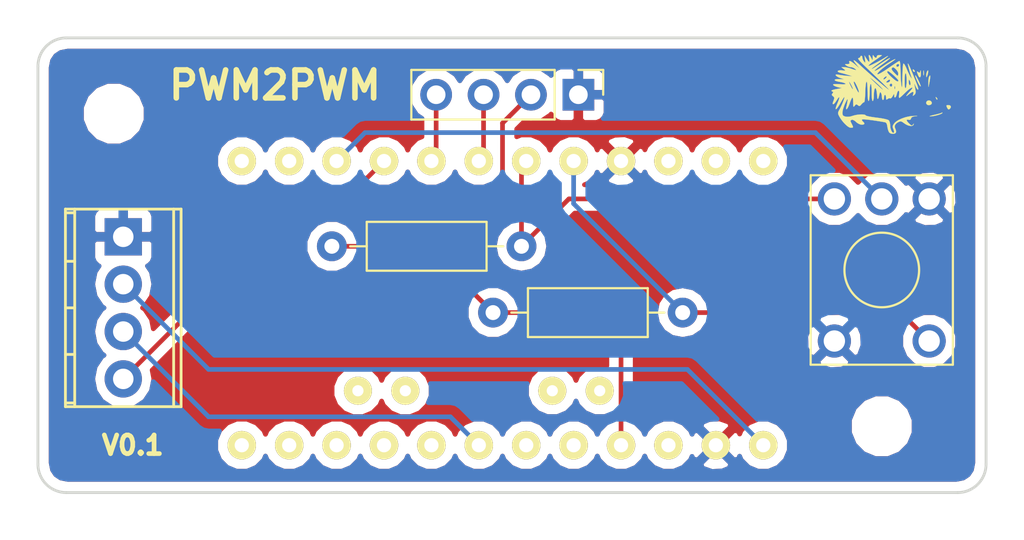
<source format=kicad_pcb>
(kicad_pcb (version 4) (host pcbnew 4.0.7)

  (general
    (links 18)
    (no_connects 0)
    (area 157.066857 97.536 217.329143 126.492001)
    (thickness 1.6)
    (drawings 10)
    (tracks 35)
    (zones 0)
    (modules 9)
    (nets 24)
  )

  (page A4)
  (layers
    (0 F.Cu signal)
    (31 B.Cu signal)
    (32 B.Adhes user)
    (33 F.Adhes user)
    (34 B.Paste user)
    (35 F.Paste user)
    (36 B.SilkS user)
    (37 F.SilkS user)
    (38 B.Mask user)
    (39 F.Mask user)
    (40 Dwgs.User user)
    (41 Cmts.User user)
    (42 Eco1.User user)
    (43 Eco2.User user)
    (44 Edge.Cuts user)
    (45 Margin user)
    (46 B.CrtYd user)
    (47 F.CrtYd user)
    (48 B.Fab user)
    (49 F.Fab user hide)
  )

  (setup
    (last_trace_width 0.25)
    (trace_clearance 0.2)
    (zone_clearance 0.508)
    (zone_45_only no)
    (trace_min 0.2)
    (segment_width 0.2)
    (edge_width 0.15)
    (via_size 0.6)
    (via_drill 0.4)
    (via_min_size 0.4)
    (via_min_drill 0.3)
    (uvia_size 0.3)
    (uvia_drill 0.1)
    (uvias_allowed no)
    (uvia_min_size 0.2)
    (uvia_min_drill 0.1)
    (pcb_text_width 0.3)
    (pcb_text_size 1.5 1.5)
    (mod_edge_width 0.15)
    (mod_text_size 1 1)
    (mod_text_width 0.15)
    (pad_size 1.524 1.524)
    (pad_drill 0.762)
    (pad_to_mask_clearance 0.2)
    (aux_axis_origin 0 0)
    (visible_elements FFFFF77F)
    (pcbplotparams
      (layerselection 0x010f0_80000001)
      (usegerberextensions false)
      (usegerberattributes true)
      (excludeedgelayer false)
      (linewidth 0.100000)
      (plotframeref false)
      (viasonmask false)
      (mode 1)
      (useauxorigin true)
      (hpglpennumber 1)
      (hpglpenspeed 20)
      (hpglpendiameter 15)
      (hpglpenoverlay 2)
      (psnegative false)
      (psa4output false)
      (plotreference true)
      (plotvalue true)
      (plotinvisibletext false)
      (padsonsilk false)
      (subtractmaskfromsilk false)
      (outputformat 1)
      (mirror false)
      (drillshape 0)
      (scaleselection 1)
      (outputdirectory gerber/))
  )

  (net 0 "")
  (net 1 GND)
  (net 2 /VCC)
  (net 3 /SCL)
  (net 4 /SDA)
  (net 5 /pwm_out)
  (net 6 /Vin)
  (net 7 /pwm_in)
  (net 8 /B)
  (net 9 /A)
  (net 10 /button)
  (net 11 "Net-(uP1-Pad28)")
  (net 12 "Net-(uP1-Pad27)")
  (net 13 "Net-(uP1-Pad7)")
  (net 14 "Net-(uP1-Pad8)")
  (net 15 "Net-(uP1-Pad9)")
  (net 16 "Net-(uP1-Pad17)")
  (net 17 "Net-(uP1-Pad18)")
  (net 18 "Net-(uP1-Pad21)")
  (net 19 "Net-(uP1-Pad23)")
  (net 20 "Net-(uP1-Pad24)")
  (net 21 "Net-(uP1-Pad26)")
  (net 22 "Net-(uP1-Pad29)")
  (net 23 "Net-(uP1-Pad30)")

  (net_class Default "This is the default net class."
    (clearance 0.2)
    (trace_width 0.25)
    (via_dia 0.6)
    (via_drill 0.4)
    (uvia_dia 0.3)
    (uvia_drill 0.1)
    (add_net /A)
    (add_net /B)
    (add_net /SCL)
    (add_net /SDA)
    (add_net /VCC)
    (add_net /Vin)
    (add_net /button)
    (add_net /pwm_in)
    (add_net /pwm_out)
    (add_net GND)
    (add_net "Net-(uP1-Pad17)")
    (add_net "Net-(uP1-Pad18)")
    (add_net "Net-(uP1-Pad21)")
    (add_net "Net-(uP1-Pad23)")
    (add_net "Net-(uP1-Pad24)")
    (add_net "Net-(uP1-Pad26)")
    (add_net "Net-(uP1-Pad27)")
    (add_net "Net-(uP1-Pad28)")
    (add_net "Net-(uP1-Pad29)")
    (add_net "Net-(uP1-Pad30)")
    (add_net "Net-(uP1-Pad7)")
    (add_net "Net-(uP1-Pad8)")
    (add_net "Net-(uP1-Pad9)")
  )

  (module ArduProMiniTKB:ArduProMini-6 (layer F.Cu) (tedit 5B3901F0) (tstamp 5B33FB6B)
    (at 207.772 103.632 270)
    (path /5B33EFD1)
    (fp_text reference uP1 (at 11.43 1.27 270) (layer F.SilkS) hide
      (effects (font (size 1.5 1.5) (thickness 0.15)))
    )
    (fp_text value ARDUPROMINI-6 (at 11.43 -1.27 270) (layer F.SilkS) hide
      (effects (font (size 1.5 1.5) (thickness 0.15)))
    )
    (pad 7 thru_hole circle (at 2.54 6.35 270) (size 1.524 1.524) (drill 0.762) (layers *.Cu *.Mask F.SilkS)
      (net 13 "Net-(uP1-Pad7)"))
    (pad 8 thru_hole circle (at 2.54 8.89 270) (size 1.524 1.524) (drill 0.762) (layers *.Cu *.Mask F.SilkS)
      (net 14 "Net-(uP1-Pad8)"))
    (pad 9 thru_hole circle (at 2.54 11.43 270) (size 1.524 1.524) (drill 0.762) (layers *.Cu *.Mask F.SilkS)
      (net 15 "Net-(uP1-Pad9)"))
    (pad 10 thru_hole circle (at 2.54 13.97 270) (size 1.524 1.524) (drill 0.762) (layers *.Cu *.Mask F.SilkS)
      (net 1 GND))
    (pad 11 thru_hole circle (at 2.54 16.51 270) (size 1.524 1.524) (drill 0.762) (layers *.Cu *.Mask F.SilkS)
      (net 9 /A))
    (pad 12 thru_hole circle (at 2.54 19.05 270) (size 1.524 1.524) (drill 0.762) (layers *.Cu *.Mask F.SilkS)
      (net 8 /B))
    (pad 13 thru_hole circle (at 2.54 21.59 270) (size 1.524 1.524) (drill 0.762) (layers *.Cu *.Mask F.SilkS)
      (net 3 /SCL))
    (pad 14 thru_hole circle (at 2.54 24.13 270) (size 1.524 1.524) (drill 0.762) (layers *.Cu *.Mask F.SilkS)
      (net 4 /SDA))
    (pad 15 thru_hole circle (at 2.54 26.67 270) (size 1.524 1.524) (drill 0.762) (layers *.Cu *.Mask F.SilkS)
      (net 5 /pwm_out))
    (pad 16 thru_hole circle (at 2.54 29.21 270) (size 1.524 1.524) (drill 0.762) (layers *.Cu *.Mask F.SilkS)
      (net 10 /button))
    (pad 17 thru_hole circle (at 2.54 31.75 270) (size 1.524 1.524) (drill 0.762) (layers *.Cu *.Mask F.SilkS)
      (net 16 "Net-(uP1-Pad17)"))
    (pad 18 thru_hole circle (at 2.54 34.29 270) (size 1.524 1.524) (drill 0.762) (layers *.Cu *.Mask F.SilkS)
      (net 17 "Net-(uP1-Pad18)"))
    (pad 19 thru_hole circle (at 17.78 6.35 270) (size 1.524 1.524) (drill 0.762) (layers *.Cu *.Mask F.SilkS)
      (net 6 /Vin))
    (pad 20 thru_hole circle (at 17.78 8.89 270) (size 1.524 1.524) (drill 0.762) (layers *.Cu *.Mask F.SilkS)
      (net 1 GND))
    (pad 21 thru_hole circle (at 17.78 11.43 270) (size 1.524 1.524) (drill 0.762) (layers *.Cu *.Mask F.SilkS)
      (net 18 "Net-(uP1-Pad21)"))
    (pad 22 thru_hole circle (at 17.78 13.97 270) (size 1.524 1.524) (drill 0.762) (layers *.Cu *.Mask F.SilkS)
      (net 2 /VCC))
    (pad 23 thru_hole circle (at 17.78 16.51 270) (size 1.524 1.524) (drill 0.762) (layers *.Cu *.Mask F.SilkS)
      (net 19 "Net-(uP1-Pad23)"))
    (pad 24 thru_hole circle (at 17.78 19.05 270) (size 1.524 1.524) (drill 0.762) (layers *.Cu *.Mask F.SilkS)
      (net 20 "Net-(uP1-Pad24)"))
    (pad 25 thru_hole circle (at 17.78 21.59 270) (size 1.524 1.524) (drill 0.762) (layers *.Cu *.Mask F.SilkS)
      (net 7 /pwm_in))
    (pad 26 thru_hole circle (at 17.78 24.13 270) (size 1.524 1.524) (drill 0.762) (layers *.Cu *.Mask F.SilkS)
      (net 21 "Net-(uP1-Pad26)"))
    (pad 27 thru_hole circle (at 17.78 26.67 270) (size 1.524 1.524) (drill 0.762) (layers *.Cu *.Mask F.SilkS)
      (net 12 "Net-(uP1-Pad27)"))
    (pad 28 thru_hole circle (at 17.78 29.21 270) (size 1.524 1.524) (drill 0.762) (layers *.Cu *.Mask F.SilkS)
      (net 11 "Net-(uP1-Pad28)"))
    (pad 29 thru_hole circle (at 17.78 31.75 270) (size 1.524 1.524) (drill 0.762) (layers *.Cu *.Mask F.SilkS)
      (net 22 "Net-(uP1-Pad29)"))
    (pad 30 thru_hole circle (at 17.78 34.29 270) (size 1.524 1.524) (drill 0.762) (layers *.Cu *.Mask F.SilkS)
      (net 23 "Net-(uP1-Pad30)"))
    (pad 31 thru_hole circle (at 14.859 15.113 270) (size 1.5 1.5) (drill 0.6) (layers *.Cu *.Mask F.SilkS))
    (pad 32 thru_hole circle (at 14.859 17.653 270) (size 1.5 1.5) (drill 0.6) (layers *.Cu *.Mask F.SilkS))
    (pad 34 thru_hole circle (at 14.859 25.527 270) (size 1.5 1.5) (drill 0.6) (layers *.Cu *.Mask F.SilkS))
    (pad 35 thru_hole circle (at 14.859 28.067 270) (size 1.5 1.5) (drill 0.6) (layers *.Cu *.Mask F.SilkS))
  )

  (module Resistors_THT:R_Axial_DIN0207_L6.3mm_D2.5mm_P10.16mm_Horizontal (layer F.Cu) (tedit 5B35DD6A) (tstamp 5B33FB3F)
    (at 186.944 114.3)
    (descr "Resistor, Axial_DIN0207 series, Axial, Horizontal, pin pitch=10.16mm, 0.25W = 1/4W, length*diameter=6.3*2.5mm^2, http://cdn-reichelt.de/documents/datenblatt/B400/1_4W%23YAG.pdf")
    (tags "Resistor Axial_DIN0207 series Axial Horizontal pin pitch 10.16mm 0.25W = 1/4W length 6.3mm diameter 2.5mm")
    (path /5B33F3E1)
    (fp_text reference R2 (at 5.08 -2.31) (layer F.SilkS) hide
      (effects (font (size 1 1) (thickness 0.15)))
    )
    (fp_text value 10k (at 5.08 0) (layer F.Fab)
      (effects (font (size 1 1) (thickness 0.15)))
    )
    (fp_line (start 1.93 -1.25) (end 1.93 1.25) (layer F.Fab) (width 0.1))
    (fp_line (start 1.93 1.25) (end 8.23 1.25) (layer F.Fab) (width 0.1))
    (fp_line (start 8.23 1.25) (end 8.23 -1.25) (layer F.Fab) (width 0.1))
    (fp_line (start 8.23 -1.25) (end 1.93 -1.25) (layer F.Fab) (width 0.1))
    (fp_line (start 0 0) (end 1.93 0) (layer F.Fab) (width 0.1))
    (fp_line (start 10.16 0) (end 8.23 0) (layer F.Fab) (width 0.1))
    (fp_line (start 1.87 -1.31) (end 1.87 1.31) (layer F.SilkS) (width 0.12))
    (fp_line (start 1.87 1.31) (end 8.29 1.31) (layer F.SilkS) (width 0.12))
    (fp_line (start 8.29 1.31) (end 8.29 -1.31) (layer F.SilkS) (width 0.12))
    (fp_line (start 8.29 -1.31) (end 1.87 -1.31) (layer F.SilkS) (width 0.12))
    (fp_line (start 0.98 0) (end 1.87 0) (layer F.SilkS) (width 0.12))
    (fp_line (start 9.18 0) (end 8.29 0) (layer F.SilkS) (width 0.12))
    (fp_line (start -1.05 -1.6) (end -1.05 1.6) (layer F.CrtYd) (width 0.05))
    (fp_line (start -1.05 1.6) (end 11.25 1.6) (layer F.CrtYd) (width 0.05))
    (fp_line (start 11.25 1.6) (end 11.25 -1.6) (layer F.CrtYd) (width 0.05))
    (fp_line (start 11.25 -1.6) (end -1.05 -1.6) (layer F.CrtYd) (width 0.05))
    (pad 1 thru_hole circle (at 0 0) (size 1.6 1.6) (drill 0.8) (layers *.Cu *.Mask)
      (net 2 /VCC))
    (pad 2 thru_hole oval (at 10.16 0) (size 1.6 1.6) (drill 0.8) (layers *.Cu *.Mask)
      (net 9 /A))
    (model ${KISYS3DMOD}/Resistors_THT.3dshapes/R_Axial_DIN0207_L6.3mm_D2.5mm_P10.16mm_Horizontal.wrl
      (at (xyz 0 0 0))
      (scale (xyz 0.393701 0.393701 0.393701))
      (rotate (xyz 0 0 0))
    )
  )

  (module Pin_Headers:Pin_Header_Straight_1x04_Pitch2.54mm (layer F.Cu) (tedit 5B35DD7C) (tstamp 5B33FB2B)
    (at 191.516 102.616 270)
    (descr "Through hole straight pin header, 1x04, 2.54mm pitch, single row")
    (tags "Through hole pin header THT 1x04 2.54mm single row")
    (path /5B33FB86)
    (fp_text reference J1 (at 0 -2.33 270) (layer F.SilkS) hide
      (effects (font (size 1 1) (thickness 0.15)))
    )
    (fp_text value Conn_01x04 (at 0 9.95 270) (layer F.Fab) hide
      (effects (font (size 1 1) (thickness 0.15)))
    )
    (fp_line (start -0.635 -1.27) (end 1.27 -1.27) (layer F.Fab) (width 0.1))
    (fp_line (start 1.27 -1.27) (end 1.27 8.89) (layer F.Fab) (width 0.1))
    (fp_line (start 1.27 8.89) (end -1.27 8.89) (layer F.Fab) (width 0.1))
    (fp_line (start -1.27 8.89) (end -1.27 -0.635) (layer F.Fab) (width 0.1))
    (fp_line (start -1.27 -0.635) (end -0.635 -1.27) (layer F.Fab) (width 0.1))
    (fp_line (start -1.33 8.95) (end 1.33 8.95) (layer F.SilkS) (width 0.12))
    (fp_line (start -1.33 1.27) (end -1.33 8.95) (layer F.SilkS) (width 0.12))
    (fp_line (start 1.33 1.27) (end 1.33 8.95) (layer F.SilkS) (width 0.12))
    (fp_line (start -1.33 1.27) (end 1.33 1.27) (layer F.SilkS) (width 0.12))
    (fp_line (start -1.33 0) (end -1.33 -1.33) (layer F.SilkS) (width 0.12))
    (fp_line (start -1.33 -1.33) (end 0 -1.33) (layer F.SilkS) (width 0.12))
    (fp_line (start -1.8 -1.8) (end -1.8 9.4) (layer F.CrtYd) (width 0.05))
    (fp_line (start -1.8 9.4) (end 1.8 9.4) (layer F.CrtYd) (width 0.05))
    (fp_line (start 1.8 9.4) (end 1.8 -1.8) (layer F.CrtYd) (width 0.05))
    (fp_line (start 1.8 -1.8) (end -1.8 -1.8) (layer F.CrtYd) (width 0.05))
    (fp_text user %R (at 0 3.81 360) (layer F.Fab)
      (effects (font (size 1 1) (thickness 0.15)))
    )
    (pad 1 thru_hole rect (at 0 0 270) (size 1.7 1.7) (drill 1) (layers *.Cu *.Mask)
      (net 1 GND))
    (pad 2 thru_hole oval (at 0 2.54 270) (size 1.7 1.7) (drill 1) (layers *.Cu *.Mask)
      (net 2 /VCC))
    (pad 3 thru_hole oval (at 0 5.08 270) (size 1.7 1.7) (drill 1) (layers *.Cu *.Mask)
      (net 3 /SCL))
    (pad 4 thru_hole oval (at 0 7.62 270) (size 1.7 1.7) (drill 1) (layers *.Cu *.Mask)
      (net 4 /SDA))
    (model ${KISYS3DMOD}/Pin_Headers.3dshapes/Pin_Header_Straight_1x04_Pitch2.54mm.wrl
      (at (xyz 0 0 0))
      (scale (xyz 1 1 1))
      (rotate (xyz 0 0 0))
    )
  )

  (module TerminalBlocks_Phoenix:TerminalBlock_Phoenix_MPT-2.54mm_4pol (layer F.Cu) (tedit 5B35DD75) (tstamp 5B33FB33)
    (at 167.132 110.236 270)
    (descr "4-way 2.54mm pitch terminal block, Phoenix MPT series")
    (path /5B33FFA0)
    (fp_text reference J2 (at 3.81 -4.50088 270) (layer F.SilkS) hide
      (effects (font (size 1 1) (thickness 0.15)))
    )
    (fp_text value Screw_Terminal_01x04 (at 3.81 4.50088 270) (layer F.Fab) hide
      (effects (font (size 1 1) (thickness 0.15)))
    )
    (fp_text user %R (at 3.81 0 270) (layer F.Fab)
      (effects (font (size 1 1) (thickness 0.15)))
    )
    (fp_line (start -1.78 -3.3) (end 9.4 -3.3) (layer F.CrtYd) (width 0.05))
    (fp_line (start -1.78 3.3) (end -1.78 -3.3) (layer F.CrtYd) (width 0.05))
    (fp_line (start 9.4 3.3) (end -1.78 3.3) (layer F.CrtYd) (width 0.05))
    (fp_line (start 9.4 -3.3) (end 9.4 3.3) (layer F.CrtYd) (width 0.05))
    (fp_line (start 9.11098 -3.0988) (end -1.49098 -3.0988) (layer F.SilkS) (width 0.15))
    (fp_line (start -1.49098 -2.70002) (end 9.11098 -2.70002) (layer F.SilkS) (width 0.15))
    (fp_line (start -1.49098 2.60096) (end 9.11098 2.60096) (layer F.SilkS) (width 0.15))
    (fp_line (start 9.11098 3.0988) (end -1.49098 3.0988) (layer F.SilkS) (width 0.15))
    (fp_line (start 6.30682 2.60096) (end 6.30682 3.0988) (layer F.SilkS) (width 0.15))
    (fp_line (start 3.81 2.60096) (end 3.81 3.0988) (layer F.SilkS) (width 0.15))
    (fp_line (start -1.28778 3.0988) (end -1.28778 2.60096) (layer F.SilkS) (width 0.15))
    (fp_line (start 8.91032 2.60096) (end 8.91032 3.0988) (layer F.SilkS) (width 0.15))
    (fp_line (start 1.31318 3.0988) (end 1.31318 2.60096) (layer F.SilkS) (width 0.15))
    (fp_line (start 9.10844 3.0988) (end 9.10844 -3.0988) (layer F.SilkS) (width 0.15))
    (fp_line (start -1.4859 -3.0988) (end -1.4859 3.0988) (layer F.SilkS) (width 0.15))
    (pad 4 thru_hole oval (at 7.62 0 90) (size 1.99898 1.99898) (drill 1.09728) (layers *.Cu *.Mask)
      (net 5 /pwm_out))
    (pad 1 thru_hole rect (at 0 0 90) (size 1.99898 1.99898) (drill 1.09728) (layers *.Cu *.Mask)
      (net 1 GND))
    (pad 2 thru_hole oval (at 2.54 0 90) (size 1.99898 1.99898) (drill 1.09728) (layers *.Cu *.Mask)
      (net 6 /Vin))
    (pad 3 thru_hole oval (at 5.08 0 90) (size 1.99898 1.99898) (drill 1.09728) (layers *.Cu *.Mask)
      (net 7 /pwm_in))
    (model ${KISYS3DMOD}/TerminalBlock_Phoenix.3dshapes/TerminalBlock_Phoenix_MPT-2.54mm_4pol.wrl
      (at (xyz 0.15 0 0))
      (scale (xyz 1 1 1))
      (rotate (xyz 0 0 0))
    )
  )

  (module Resistors_THT:R_Axial_DIN0207_L6.3mm_D2.5mm_P10.16mm_Horizontal (layer F.Cu) (tedit 5B35DD65) (tstamp 5B33FB39)
    (at 178.308 110.744)
    (descr "Resistor, Axial_DIN0207 series, Axial, Horizontal, pin pitch=10.16mm, 0.25W = 1/4W, length*diameter=6.3*2.5mm^2, http://cdn-reichelt.de/documents/datenblatt/B400/1_4W%23YAG.pdf")
    (tags "Resistor Axial_DIN0207 series Axial Horizontal pin pitch 10.16mm 0.25W = 1/4W length 6.3mm diameter 2.5mm")
    (path /5B33F495)
    (fp_text reference R1 (at 5.08 -2.31) (layer F.SilkS) hide
      (effects (font (size 1 1) (thickness 0.15)))
    )
    (fp_text value 10k (at 5.08 0) (layer F.Fab)
      (effects (font (size 1 1) (thickness 0.15)))
    )
    (fp_line (start 1.93 -1.25) (end 1.93 1.25) (layer F.Fab) (width 0.1))
    (fp_line (start 1.93 1.25) (end 8.23 1.25) (layer F.Fab) (width 0.1))
    (fp_line (start 8.23 1.25) (end 8.23 -1.25) (layer F.Fab) (width 0.1))
    (fp_line (start 8.23 -1.25) (end 1.93 -1.25) (layer F.Fab) (width 0.1))
    (fp_line (start 0 0) (end 1.93 0) (layer F.Fab) (width 0.1))
    (fp_line (start 10.16 0) (end 8.23 0) (layer F.Fab) (width 0.1))
    (fp_line (start 1.87 -1.31) (end 1.87 1.31) (layer F.SilkS) (width 0.12))
    (fp_line (start 1.87 1.31) (end 8.29 1.31) (layer F.SilkS) (width 0.12))
    (fp_line (start 8.29 1.31) (end 8.29 -1.31) (layer F.SilkS) (width 0.12))
    (fp_line (start 8.29 -1.31) (end 1.87 -1.31) (layer F.SilkS) (width 0.12))
    (fp_line (start 0.98 0) (end 1.87 0) (layer F.SilkS) (width 0.12))
    (fp_line (start 9.18 0) (end 8.29 0) (layer F.SilkS) (width 0.12))
    (fp_line (start -1.05 -1.6) (end -1.05 1.6) (layer F.CrtYd) (width 0.05))
    (fp_line (start -1.05 1.6) (end 11.25 1.6) (layer F.CrtYd) (width 0.05))
    (fp_line (start 11.25 1.6) (end 11.25 -1.6) (layer F.CrtYd) (width 0.05))
    (fp_line (start 11.25 -1.6) (end -1.05 -1.6) (layer F.CrtYd) (width 0.05))
    (pad 1 thru_hole circle (at 0 0) (size 1.6 1.6) (drill 0.8) (layers *.Cu *.Mask)
      (net 2 /VCC))
    (pad 2 thru_hole oval (at 10.16 0) (size 1.6 1.6) (drill 0.8) (layers *.Cu *.Mask)
      (net 8 /B))
    (model ${KISYS3DMOD}/Resistors_THT.3dshapes/R_Axial_DIN0207_L6.3mm_D2.5mm_P10.16mm_Horizontal.wrl
      (at (xyz 0 0 0))
      (scale (xyz 0.393701 0.393701 0.393701))
      (rotate (xyz 0 0 0))
    )
  )

  (module Buttons_Switches_THT:KSA_Tactile_SPST (layer F.Cu) (tedit 5B3901E4) (tstamp 5B33FB48)
    (at 210.312 115.824 180)
    (descr "KSA http://www.ckswitches.com/media/1457/ksa_ksl.pdf")
    (tags "SWITCH SMD KSA SW")
    (path /5B33F03A)
    (fp_text reference SW1 (at 2.54 -2 180) (layer F.SilkS) hide
      (effects (font (size 1 1) (thickness 0.15)))
    )
    (fp_text value Rotary_Encoder_Switch (at 2.54 10 180) (layer F.Fab) hide
      (effects (font (size 1 1) (thickness 0.15)))
    )
    (fp_line (start -1.16 7.91) (end 6.24 7.91) (layer F.Fab) (width 0.1))
    (fp_line (start 6.24 -0.29) (end -1.16 -0.29) (layer F.Fab) (width 0.1))
    (fp_line (start -1.16 7.91) (end -1.16 -0.29) (layer F.Fab) (width 0.1))
    (fp_text user %R (at 2.54 4 180) (layer F.Fab)
      (effects (font (size 1 1) (thickness 0.15)))
    )
    (fp_line (start 6.35 8.89) (end 6.35 -1.27) (layer F.SilkS) (width 0.12))
    (fp_line (start -1.27 -1.27) (end 6.35 -1.27) (layer F.SilkS) (width 0.12))
    (fp_line (start -1.27 -1.27) (end -1.27 8.89) (layer F.SilkS) (width 0.12))
    (fp_line (start -1.27 8.89) (end 6.35 8.89) (layer F.SilkS) (width 0.12))
    (fp_line (start -1.41 -1.14) (end 6.49 -1.14) (layer F.CrtYd) (width 0.05))
    (fp_line (start -1.41 -1.14) (end -1.41 8.75) (layer F.CrtYd) (width 0.05))
    (fp_line (start 6.49 8.75) (end 6.49 -1.14) (layer F.CrtYd) (width 0.05))
    (fp_line (start 6.49 8.75) (end -1.41 8.75) (layer F.CrtYd) (width 0.05))
    (fp_circle (center 2.54 3.81) (end 0.54 3.81) (layer F.SilkS) (width 0.12))
    (fp_line (start 6.24 7.91) (end 6.24 -0.29) (layer F.Fab) (width 0.1))
    (pad 1 thru_hole circle (at 0 0 180) (size 1.778 1.778) (drill 1.143) (layers *.Cu *.Mask)
      (net 9 /A))
    (pad 2 thru_hole circle (at 5.08 0 180) (size 1.778 1.778) (drill 1.143) (layers *.Cu *.Mask)
      (net 1 GND))
    (pad 3 thru_hole circle (at 5.08 7.62 180) (size 1.778 1.778) (drill 1.143) (layers *.Cu *.Mask)
      (net 8 /B))
    (pad 4 thru_hole circle (at 2.54 7.62 180) (size 1.778 1.778) (drill 1.143) (layers *.Cu *.Mask)
      (net 10 /button))
    (pad 5 thru_hole circle (at 0 7.62 180) (size 1.778 1.778) (drill 1.143) (layers *.Cu *.Mask)
      (net 1 GND))
    (model ${KISYS3DMOD}/Buttons_Switches_THT.3dshapes/KSA_Tactile_SPST.wrl
      (at (xyz 0 0 0))
      (scale (xyz 1 1 1))
      (rotate (xyz 0 0 0))
    )
  )

  (module logos:hedgehog_9000 (layer F.Cu) (tedit 0) (tstamp 5B3B1BB2)
    (at 208.28 102.616)
    (fp_text reference G*** (at 0 0) (layer F.SilkS) hide
      (effects (font (thickness 0.3)))
    )
    (fp_text value LOGO (at 0.75 0) (layer F.SilkS) hide
      (effects (font (thickness 0.3)))
    )
    (fp_poly (pts (xy -1.177944 -2.130648) (xy -1.170708 -2.125018) (xy -1.161339 -2.114887) (xy -1.15022 -2.100807)
      (xy -1.137733 -2.083329) (xy -1.124263 -2.063004) (xy -1.110191 -2.040385) (xy -1.095901 -2.016022)
      (xy -1.085917 -1.998124) (xy -1.079973 -1.987215) (xy -1.072085 -1.972705) (xy -1.062993 -1.95596)
      (xy -1.053438 -1.938345) (xy -1.044159 -1.921225) (xy -1.035899 -1.905964) (xy -1.029396 -1.893928)
      (xy -1.029279 -1.893711) (xy -1.019887 -1.876323) (xy -1.012819 -1.863461) (xy -1.007708 -1.854687)
      (xy -1.004186 -1.849565) (xy -1.001885 -1.84766) (xy -1.000437 -1.848535) (xy -0.999476 -1.851754)
      (xy -0.998632 -1.85688) (xy -0.99857 -1.857281) (xy -0.998009 -1.863693) (xy -0.997494 -1.874751)
      (xy -0.997052 -1.889455) (xy -0.996712 -1.906806) (xy -0.996501 -1.925804) (xy -0.996454 -1.934901)
      (xy -0.99612 -1.968359) (xy -0.995362 -1.999667) (xy -0.994216 -2.028384) (xy -0.992717 -2.054066)
      (xy -0.990902 -2.07627) (xy -0.988805 -2.094554) (xy -0.986462 -2.108474) (xy -0.983908 -2.117589)
      (xy -0.981491 -2.121297) (xy -0.97551 -2.121831) (xy -0.967871 -2.117448) (xy -0.958924 -2.108505)
      (xy -0.949021 -2.09536) (xy -0.938512 -2.078371) (xy -0.937375 -2.076356) (xy -0.924449 -2.055804)
      (xy -0.909388 -2.03608) (xy -0.89312 -2.018162) (xy -0.876575 -2.003029) (xy -0.860682 -1.991657)
      (xy -0.852924 -1.987527) (xy -0.835317 -1.981672) (xy -0.819066 -1.980584) (xy -0.804787 -1.984152)
      (xy -0.793094 -1.992261) (xy -0.787398 -1.999547) (xy -0.781071 -2.012906) (xy -0.776214 -2.029097)
      (xy -0.773582 -2.04535) (xy -0.773322 -2.051141) (xy -0.771249 -2.06665) (xy -0.764718 -2.080342)
      (xy -0.754662 -2.092082) (xy -0.737617 -2.104872) (xy -0.715706 -2.114872) (xy -0.688974 -2.122076)
      (xy -0.657466 -2.126476) (xy -0.621227 -2.128064) (xy -0.580302 -2.126833) (xy -0.555978 -2.124967)
      (xy -0.535336 -2.122798) (xy -0.519998 -2.120521) (xy -0.509623 -2.118058) (xy -0.503868 -2.115331)
      (xy -0.502356 -2.112714) (xy -0.504677 -2.109247) (xy -0.511537 -2.102766) (xy -0.522779 -2.093392)
      (xy -0.538248 -2.081244) (xy -0.557787 -2.066443) (xy -0.58124 -2.049107) (xy -0.608452 -2.029358)
      (xy -0.639265 -2.007315) (xy -0.642056 -2.005332) (xy -0.656486 -1.995065) (xy -0.670607 -1.984989)
      (xy -0.683224 -1.975956) (xy -0.693141 -1.968823) (xy -0.697272 -1.965829) (xy -0.704269 -1.960823)
      (xy -0.714982 -1.953272) (xy -0.728477 -1.943829) (xy -0.743821 -1.933146) (xy -0.76008 -1.921877)
      (xy -0.766125 -1.9177) (xy -0.806083 -1.890092) (xy -0.842774 -1.86469) (xy -0.87605 -1.841599)
      (xy -0.905766 -1.82092) (xy -0.931772 -1.802758) (xy -0.953923 -1.787215) (xy -0.972069 -1.774396)
      (xy -0.986064 -1.764403) (xy -0.99576 -1.75734) (xy -1.001011 -1.75331) (xy -1.001889 -1.752506)
      (xy -1.00483 -1.750109) (xy -1.010969 -1.745667) (xy -1.016843 -1.741601) (xy -1.029812 -1.732353)
      (xy -1.046116 -1.720068) (xy -1.064873 -1.705462) (xy -1.085202 -1.689248) (xy -1.106219 -1.672143)
      (xy -1.127043 -1.65486) (xy -1.146791 -1.638115) (xy -1.164583 -1.622622) (xy -1.173616 -1.61453)
      (xy -1.184645 -1.603954) (xy -1.195648 -1.592422) (xy -1.205876 -1.580829) (xy -1.214585 -1.570075)
      (xy -1.221026 -1.561055) (xy -1.224455 -1.554667) (xy -1.224817 -1.552982) (xy -1.222312 -1.549576)
      (xy -1.215708 -1.547457) (xy -1.206466 -1.546941) (xy -1.199838 -1.547599) (xy -1.188535 -1.550167)
      (xy -1.173062 -1.554801) (xy -1.154356 -1.561165) (xy -1.133356 -1.568926) (xy -1.111 -1.577747)
      (xy -1.088225 -1.587296) (xy -1.086556 -1.588019) (xy -1.078408 -1.591529) (xy -1.071605 -1.594414)
      (xy -1.071033 -1.594653) (xy -1.06642 -1.596702) (xy -1.057867 -1.600618) (xy -1.046542 -1.605862)
      (xy -1.033613 -1.611896) (xy -1.031878 -1.612709) (xy -1.019329 -1.61855) (xy -1.008716 -1.623407)
      (xy -1.001032 -1.626832) (xy -0.997268 -1.628378) (xy -0.997077 -1.628422) (xy -0.994257 -1.629643)
      (xy -0.98707 -1.633082) (xy -0.976183 -1.638406) (xy -0.962262 -1.645281) (xy -0.945974 -1.653372)
      (xy -0.927985 -1.662345) (xy -0.908964 -1.671866) (xy -0.889576 -1.681602) (xy -0.870488 -1.691218)
      (xy -0.852368 -1.700379) (xy -0.835881 -1.708753) (xy -0.821695 -1.716005) (xy -0.810477 -1.7218)
      (xy -0.805744 -1.724282) (xy -0.783248 -1.736189) (xy -0.765099 -1.745804) (xy -0.750654 -1.753469)
      (xy -0.739269 -1.759529) (xy -0.730301 -1.764325) (xy -0.723106 -1.7682) (xy -0.71704 -1.771498)
      (xy -0.715433 -1.772377) (xy -0.706151 -1.777434) (xy -0.694142 -1.783937) (xy -0.681654 -1.79067)
      (xy -0.678744 -1.792234) (xy -0.667255 -1.798435) (xy -0.656433 -1.80433) (xy -0.648132 -1.808906)
      (xy -0.646289 -1.80994) (xy -0.638226 -1.814461) (xy -0.627935 -1.820187) (xy -0.620889 -1.824087)
      (xy -0.613375 -1.828283) (xy -0.602088 -1.834648) (xy -0.588154 -1.842544) (xy -0.572698 -1.851335)
      (xy -0.5588 -1.859265) (xy -0.543202 -1.868178) (xy -0.528399 -1.876632) (xy -0.515443 -1.88403)
      (xy -0.505381 -1.88977) (xy -0.499624 -1.893051) (xy -0.488115 -1.899717) (xy -0.472756 -1.908786)
      (xy -0.454495 -1.919686) (xy -0.434277 -1.931843) (xy -0.413049 -1.944685) (xy -0.391757 -1.957638)
      (xy -0.371347 -1.970129) (xy -0.352766 -1.981585) (xy -0.33696 -1.991433) (xy -0.331611 -1.994804)
      (xy -0.315514 -2.004939) (xy -0.298841 -2.015347) (xy -0.283088 -2.025102) (xy -0.269754 -2.033272)
      (xy -0.263878 -2.036823) (xy -0.2429 -2.048918) (xy -0.223601 -2.059104) (xy -0.206508 -2.067167)
      (xy -0.192147 -2.07289) (xy -0.181043 -2.076056) (xy -0.173724 -2.076451) (xy -0.171096 -2.074902)
      (xy -0.172288 -2.071633) (xy -0.177641 -2.065304) (xy -0.186792 -2.05623) (xy -0.199376 -2.044723)
      (xy -0.215029 -2.031097) (xy -0.233387 -2.015665) (xy -0.254085 -1.998741) (xy -0.27676 -1.980638)
      (xy -0.301047 -1.96167) (xy -0.316089 -1.950121) (xy -0.328679 -1.94056) (xy -0.344628 -1.928517)
      (xy -0.363209 -1.914536) (xy -0.383696 -1.89916) (xy -0.40536 -1.882932) (xy -0.427476 -1.866395)
      (xy -0.449316 -1.850093) (xy -0.470153 -1.834568) (xy -0.489261 -1.820364) (xy -0.505912 -1.808024)
      (xy -0.51938 -1.798091) (xy -0.527554 -1.792111) (xy -0.541309 -1.782113) (xy -0.555939 -1.771473)
      (xy -0.569495 -1.761608) (xy -0.578202 -1.755269) (xy -0.587816 -1.748276) (xy -0.600718 -1.738908)
      (xy -0.615625 -1.728094) (xy -0.63125 -1.716768) (xy -0.642056 -1.708942) (xy -0.654149 -1.700185)
      (xy -0.664552 -1.692644) (xy -0.673841 -1.685895) (xy -0.68259 -1.679512) (xy -0.691374 -1.673072)
      (xy -0.700769 -1.666149) (xy -0.71135 -1.65832) (xy -0.723692 -1.649159) (xy -0.73837 -1.638243)
      (xy -0.755959 -1.625146) (xy -0.777034 -1.609444) (xy -0.796998 -1.594567) (xy -0.816269 -1.580195)
      (xy -0.834235 -1.566777) (xy -0.850363 -1.554711) (xy -0.864119 -1.544397) (xy -0.874972 -1.536234)
      (xy -0.882389 -1.530622) (xy -0.885838 -1.52796) (xy -0.885898 -1.527911) (xy -0.889692 -1.524861)
      (xy -0.896991 -1.519093) (xy -0.906842 -1.511351) (xy -0.918294 -1.502379) (xy -0.930394 -1.492922)
      (xy -0.94219 -1.483726) (xy -0.95273 -1.475534) (xy -0.961062 -1.469093) (xy -0.962378 -1.468082)
      (xy -0.973016 -1.459669) (xy -0.985994 -1.449034) (xy -1.000012 -1.437281) (xy -1.013769 -1.425513)
      (xy -1.025965 -1.414834) (xy -1.035299 -1.406347) (xy -1.036685 -1.405031) (xy -1.045472 -1.395352)
      (xy -1.049168 -1.388056) (xy -1.047771 -1.383156) (xy -1.04128 -1.380667) (xy -1.040546 -1.380573)
      (xy -1.033795 -1.381421) (xy -1.023302 -1.385138) (xy -1.008961 -1.391783) (xy -0.990664 -1.401416)
      (xy -0.968307 -1.414097) (xy -0.941782 -1.429885) (xy -0.910982 -1.448841) (xy -0.875803 -1.471024)
      (xy -0.849358 -1.48796) (xy -0.844525 -1.491116) (xy -0.835386 -1.497127) (xy -0.822343 -1.505729)
      (xy -0.805793 -1.516657) (xy -0.786138 -1.529648) (xy -0.763776 -1.544437) (xy -0.739107 -1.56076)
      (xy -0.71253 -1.578353) (xy -0.684446 -1.596952) (xy -0.655253 -1.616292) (xy -0.651213 -1.618969)
      (xy -0.598761 -1.653676) (xy -0.550625 -1.685417) (xy -0.506463 -1.714411) (xy -0.465934 -1.740878)
      (xy -0.428694 -1.76504) (xy -0.394403 -1.787115) (xy -0.362717 -1.807325) (xy -0.333294 -1.82589)
      (xy -0.305793 -1.843029) (xy -0.279871 -1.858963) (xy -0.255187 -1.873912) (xy -0.254 -1.874625)
      (xy -0.218937 -1.895407) (xy -0.186982 -1.913794) (xy -0.15833 -1.929688) (xy -0.133178 -1.942992)
      (xy -0.111722 -1.953609) (xy -0.094158 -1.961442) (xy -0.080682 -1.966393) (xy -0.071492 -1.968365)
      (xy -0.066867 -1.967352) (xy -0.06603 -1.963606) (xy -0.068926 -1.95752) (xy -0.075733 -1.948891)
      (xy -0.086627 -1.937512) (xy -0.101786 -1.923179) (xy -0.115745 -1.910644) (xy -0.125425 -1.902063)
      (xy -0.133494 -1.894859) (xy -0.13904 -1.889849) (xy -0.141111 -1.887901) (xy -0.143697 -1.885681)
      (xy -0.149953 -1.880542) (xy -0.159134 -1.873082) (xy -0.170496 -1.8639) (xy -0.183295 -1.853594)
      (xy -0.196786 -1.842762) (xy -0.210225 -1.832003) (xy -0.222866 -1.821914) (xy -0.233965 -1.813095)
      (xy -0.242779 -1.806143) (xy -0.245533 -1.803991) (xy -0.254774 -1.796882) (xy -0.267737 -1.787022)
      (xy -0.283607 -1.77502) (xy -0.301572 -1.761485) (xy -0.320818 -1.747028) (xy -0.340532 -1.732257)
      (xy -0.359901 -1.717782) (xy -0.37811 -1.704212) (xy -0.394347 -1.692157) (xy -0.407799 -1.682226)
      (xy -0.417651 -1.675029) (xy -0.417689 -1.675002) (xy -0.430925 -1.665413) (xy -0.444944 -1.655225)
      (xy -0.457712 -1.645918) (xy -0.464256 -1.641132) (xy -0.474511 -1.633621) (xy -0.487601 -1.624045)
      (xy -0.501801 -1.613664) (xy -0.514686 -1.604252) (xy -0.551508 -1.577225) (xy -0.586893 -1.550973)
      (xy -0.620248 -1.525944) (xy -0.650985 -1.502584) (xy -0.678513 -1.481341) (xy -0.70224 -1.462661)
      (xy -0.711209 -1.455463) (xy -0.715754 -1.451858) (xy -0.722885 -1.446271) (xy -0.728143 -1.442177)
      (xy -0.748109 -1.42632) (xy -0.76883 -1.409232) (xy -0.789739 -1.391432) (xy -0.810267 -1.373443)
      (xy -0.829848 -1.355784) (xy -0.847913 -1.338976) (xy -0.863894 -1.323539) (xy -0.877225 -1.309995)
      (xy -0.887337 -1.298864) (xy -0.893663 -1.290667) (xy -0.894115 -1.289948) (xy -0.898168 -1.281085)
      (xy -0.897614 -1.275433) (xy -0.892486 -1.272987) (xy -0.882816 -1.273741) (xy -0.868636 -1.277693)
      (xy -0.84998 -1.284837) (xy -0.82688 -1.295168) (xy -0.814088 -1.301324) (xy -0.79796 -1.309477)
      (xy -0.778883 -1.319505) (xy -0.758188 -1.330673) (xy -0.737205 -1.342246) (xy -0.717267 -1.353491)
      (xy -0.699705 -1.363673) (xy -0.685849 -1.372057) (xy -0.6858 -1.372088) (xy -0.681 -1.375076)
      (xy -0.672417 -1.3804) (xy -0.661069 -1.387428) (xy -0.647975 -1.39553) (xy -0.640644 -1.400063)
      (xy -0.626513 -1.408957) (xy -0.608614 -1.420468) (xy -0.58783 -1.434011) (xy -0.565042 -1.449001)
      (xy -0.541131 -1.464853) (xy -0.51698 -1.480981) (xy -0.493469 -1.496802) (xy -0.47148 -1.511729)
      (xy -0.451894 -1.525178) (xy -0.446478 -1.528935) (xy -0.436041 -1.536092) (xy -0.421807 -1.545701)
      (xy -0.404475 -1.557301) (xy -0.384742 -1.570435) (xy -0.363306 -1.584642) (xy -0.340863 -1.599464)
      (xy -0.318113 -1.614442) (xy -0.295752 -1.629115) (xy -0.274478 -1.643026) (xy -0.254989 -1.655715)
      (xy -0.237982 -1.666723) (xy -0.224155 -1.675591) (xy -0.214206 -1.68186) (xy -0.212958 -1.682629)
      (xy -0.198731 -1.691376) (xy -0.182836 -1.701177) (xy -0.168036 -1.710325) (xy -0.163689 -1.713018)
      (xy -0.13897 -1.72823) (xy -0.112818 -1.744114) (xy -0.086186 -1.760105) (xy -0.06003 -1.775638)
      (xy -0.035303 -1.790148) (xy -0.012961 -1.803069) (xy 0.006044 -1.813836) (xy 0.014111 -1.818299)
      (xy 0.022731 -1.823101) (xy 0.029468 -1.827011) (xy 0.032456 -1.828905) (xy 0.037263 -1.831835)
      (xy 0.046275 -1.836725) (xy 0.058587 -1.843128) (xy 0.073296 -1.850599) (xy 0.0895 -1.858692)
      (xy 0.106297 -1.86696) (xy 0.122782 -1.874958) (xy 0.138054 -1.88224) (xy 0.151209 -1.88836)
      (xy 0.161345 -1.892872) (xy 0.1651 -1.894426) (xy 0.181917 -1.900794) (xy 0.19446 -1.904852)
      (xy 0.203518 -1.90678) (xy 0.209883 -1.906758) (xy 0.213486 -1.905505) (xy 0.215812 -1.903504)
      (xy 0.215332 -1.900714) (xy 0.211531 -1.895982) (xy 0.207244 -1.891529) (xy 0.201411 -1.886256)
      (xy 0.191806 -1.87831) (xy 0.179238 -1.868312) (xy 0.164517 -1.856886) (xy 0.148453 -1.844653)
      (xy 0.131856 -1.832236) (xy 0.115536 -1.820257) (xy 0.100302 -1.809339) (xy 0.099982 -1.809113)
      (xy 0.09071 -1.802578) (xy 0.079144 -1.794434) (xy 0.067608 -1.786319) (xy 0.066322 -1.785415)
      (xy 0.060344 -1.781291) (xy 0.050165 -1.774361) (xy 0.036275 -1.764954) (xy 0.019165 -1.753402)
      (xy -0.000675 -1.740036) (xy -0.022753 -1.725186) (xy -0.046578 -1.709182) (xy -0.071661 -1.692357)
      (xy -0.091722 -1.678915) (xy -0.124864 -1.65671) (xy -0.153855 -1.637257) (xy -0.179237 -1.620176)
      (xy -0.201555 -1.605086) (xy -0.221354 -1.591609) (xy -0.239177 -1.579363) (xy -0.255568 -1.567969)
      (xy -0.271071 -1.557047) (xy -0.28623 -1.546217) (xy -0.30159 -1.535099) (xy -0.317694 -1.523313)
      (xy -0.335086 -1.51048) (xy -0.354311 -1.496218) (xy -0.369711 -1.484764) (xy -0.43057 -1.438512)
      (xy -0.486894 -1.393728) (xy -0.538546 -1.350528) (xy -0.58539 -1.309032) (xy -0.627289 -1.269358)
      (xy -0.664105 -1.231624) (xy -0.670856 -1.224311) (xy -0.686315 -1.206763) (xy -0.701345 -1.188537)
      (xy -0.715269 -1.170543) (xy -0.727411 -1.153691) (xy -0.737096 -1.138891) (xy -0.743645 -1.127053)
      (xy -0.744473 -1.125228) (xy -0.747064 -1.116277) (xy -0.747889 -1.108864) (xy -0.745622 -1.100865)
      (xy -0.738841 -1.096214) (xy -0.727579 -1.094914) (xy -0.711869 -1.096965) (xy -0.691742 -1.102372)
      (xy -0.684389 -1.104806) (xy -0.674996 -1.108495) (xy -0.661732 -1.114328) (xy -0.645691 -1.12177)
      (xy -0.62797 -1.130286) (xy -0.609664 -1.13934) (xy -0.591869 -1.148397) (xy -0.575681 -1.156921)
      (xy -0.562196 -1.164377) (xy -0.560694 -1.165243) (xy -0.550219 -1.171268) (xy -0.541728 -1.176061)
      (xy -0.536291 -1.179024) (xy -0.534874 -1.179689) (xy -0.532129 -1.181168) (xy -0.524607 -1.185596)
      (xy -0.512335 -1.192956) (xy -0.495341 -1.203232) (xy -0.47365 -1.216407) (xy -0.460972 -1.224131)
      (xy -0.220145 -1.224131) (xy -0.216572 -1.209045) (xy -0.208569 -1.191155) (xy -0.196102 -1.170351)
      (xy -0.179139 -1.146522) (xy -0.157647 -1.119559) (xy -0.144948 -1.104585) (xy -0.134843 -1.093318)
      (xy -0.121328 -1.078911) (xy -0.105117 -1.062078) (xy -0.086922 -1.043534) (xy -0.067459 -1.023994)
      (xy -0.047438 -1.004173) (xy -0.027574 -0.984785) (xy -0.00858 -0.966546) (xy 0.008831 -0.95017)
      (xy 0.012463 -0.94681) (xy 0.024041 -0.936138) (xy 0.034286 -0.926694) (xy 0.042423 -0.919193)
      (xy 0.047676 -0.914351) (xy 0.049154 -0.912989) (xy 0.052268 -0.910217) (xy 0.058812 -0.904457)
      (xy 0.067962 -0.89643) (xy 0.078896 -0.886861) (xy 0.084669 -0.881815) (xy 0.121252 -0.850297)
      (xy 0.154416 -0.822678) (xy 0.184537 -0.798677) (xy 0.211991 -0.778014) (xy 0.237152 -0.760407)
      (xy 0.260396 -0.745577) (xy 0.282097 -0.733243) (xy 0.285808 -0.731297) (xy 0.301799 -0.723275)
      (xy 0.31432 -0.717731) (xy 0.324732 -0.714222) (xy 0.334395 -0.712305) (xy 0.34467 -0.711539)
      (xy 0.34671 -0.711488) (xy 0.356181 -0.711729) (xy 0.36253 -0.713512) (xy 0.368243 -0.717747)
      (xy 0.370946 -0.720372) (xy 0.378706 -0.731926) (xy 0.382418 -0.746016) (xy 0.38184 -0.761014)
      (xy 0.37855 -0.771645) (xy 0.371144 -0.785102) (xy 0.359409 -0.801949) (xy 0.343442 -0.822073)
      (xy 0.32334 -0.845363) (xy 0.2992 -0.871706) (xy 0.271121 -0.900991) (xy 0.2392 -0.933104)
      (xy 0.232389 -0.939831) (xy 0.210342 -0.961506) (xy 0.191588 -0.979846) (xy 0.175434 -0.99551)
      (xy 0.161185 -1.009155) (xy 0.148145 -1.021442) (xy 0.135621 -1.033029) (xy 0.122918 -1.044575)
      (xy 0.109342 -1.056738) (xy 0.1059 -1.0598) (xy 0.095419 -1.069131) (xy 0.086002 -1.077536)
      (xy 0.078731 -1.084049) (xy 0.074856 -1.087549) (xy 0.057871 -1.102629) (xy 0.037652 -1.119824)
      (xy 0.015166 -1.13837) (xy -0.008618 -1.157504) (xy -0.032731 -1.176461) (xy -0.056205 -1.194477)
      (xy -0.078073 -1.210789) (xy -0.097366 -1.224632) (xy -0.108656 -1.232336) (xy -0.126876 -1.243998)
      (xy -0.14173 -1.252382) (xy -0.154201 -1.257804) (xy -0.165276 -1.260579) (xy -0.175939 -1.261024)
      (xy -0.187177 -1.259454) (xy -0.190789 -1.258642) (xy -0.20461 -1.253669) (xy -0.214132 -1.246332)
      (xy -0.219321 -1.236523) (xy -0.220145 -1.224131) (xy -0.460972 -1.224131) (xy -0.44729 -1.232466)
      (xy -0.423333 -1.247088) (xy -0.407735 -1.256832) (xy -0.388004 -1.269515) (xy -0.364613 -1.284819)
      (xy -0.338036 -1.302422) (xy -0.30875 -1.322004) (xy -0.277226 -1.343247) (xy -0.243941 -1.365829)
      (xy -0.217006 -1.384218) (xy 0.016933 -1.384218) (xy 0.019148 -1.369189) (xy 0.025647 -1.351127)
      (xy 0.036214 -1.330405) (xy 0.050632 -1.307396) (xy 0.068685 -1.282473) (xy 0.090157 -1.256009)
      (xy 0.093896 -1.251656) (xy 0.106496 -1.237425) (xy 0.121639 -1.220866) (xy 0.13879 -1.20252)
      (xy 0.157412 -1.182931) (xy 0.17697 -1.162639) (xy 0.196929 -1.142189) (xy 0.216753 -1.122122)
      (xy 0.235905 -1.102981) (xy 0.253852 -1.085308) (xy 0.270056 -1.069646) (xy 0.283982 -1.056538)
      (xy 0.295095 -1.046526) (xy 0.302358 -1.040527) (xy 0.313712 -1.032841) (xy 0.325142 -1.026638)
      (xy 0.335034 -1.022717) (xy 0.340251 -1.021757) (xy 0.346459 -1.023528) (xy 0.352418 -1.02756)
      (xy 0.356681 -1.032216) (xy 0.360115 -1.037946) (xy 0.363126 -1.045842) (xy 0.366121 -1.056997)
      (xy 0.369505 -1.072502) (xy 0.369983 -1.074834) (xy 0.374482 -1.107403) (xy 0.374398 -1.139222)
      (xy 0.369602 -1.170827) (xy 0.359962 -1.202754) (xy 0.34535 -1.23554) (xy 0.325633 -1.269723)
      (xy 0.32088 -1.277056) (xy 0.30928 -1.294097) (xy 0.297895 -1.309524) (xy 0.285838 -1.324378)
      (xy 0.272219 -1.339701) (xy 0.25615 -1.356532) (xy 0.236742 -1.375914) (xy 0.235188 -1.37744)
      (xy 0.207824 -1.403345) (xy 0.183213 -1.424616) (xy 0.161107 -1.4414) (xy 0.141257 -1.453841)
      (xy 0.123414 -1.462086) (xy 0.107331 -1.46628) (xy 0.092758 -1.466571) (xy 0.085682 -1.465224)
      (xy 0.068686 -1.45831) (xy 0.052741 -1.447472) (xy 0.038721 -1.433741) (xy 0.0275 -1.418144)
      (xy 0.019952 -1.401713) (xy 0.016951 -1.385478) (xy 0.016933 -1.384218) (xy -0.217006 -1.384218)
      (xy -0.209368 -1.389432) (xy -0.173982 -1.413734) (xy -0.138256 -1.438416) (xy -0.102667 -1.463158)
      (xy -0.093474 -1.469576) (xy -0.052695 -1.498015) (xy -0.015562 -1.523787) (xy 0.018853 -1.547526)
      (xy 0.021401 -1.549271) (xy 0.273928 -1.549271) (xy 0.276291 -1.533458) (xy 0.278788 -1.526136)
      (xy 0.287801 -1.51238) (xy 0.300672 -1.501777) (xy 0.313267 -1.496272) (xy 0.320806 -1.49425)
      (xy 0.32632 -1.493511) (xy 0.332068 -1.494107) (xy 0.34031 -1.496093) (xy 0.343708 -1.496994)
      (xy 0.364772 -1.505409) (xy 0.384226 -1.518659) (xy 0.401207 -1.535981) (xy 0.414847 -1.556614)
      (xy 0.417495 -1.561905) (xy 0.423851 -1.57668) (xy 0.42724 -1.58834) (xy 0.427945 -1.598385)
      (xy 0.426263 -1.608266) (xy 0.420792 -1.619332) (xy 0.411285 -1.629764) (xy 0.399292 -1.63812)
      (xy 0.389866 -1.64208) (xy 0.376003 -1.644596) (xy 0.359505 -1.645191) (xy 0.343026 -1.643918)
      (xy 0.329308 -1.640863) (xy 0.315569 -1.633949) (xy 0.30184 -1.623221) (xy 0.289852 -1.610239)
      (xy 0.282235 -1.598425) (xy 0.276999 -1.583833) (xy 0.274197 -1.566756) (xy 0.273928 -1.549271)
      (xy 0.021401 -1.549271) (xy 0.051481 -1.569868) (xy 0.083253 -1.591446) (xy 0.115099 -1.612896)
      (xy 0.14795 -1.634853) (xy 0.180008 -1.656144) (xy 0.201757 -1.670527) (xy 0.222146 -1.683962)
      (xy 0.240675 -1.696124) (xy 0.256844 -1.706686) (xy 0.270152 -1.715324) (xy 0.2801 -1.72171)
      (xy 0.286187 -1.725518) (xy 0.287867 -1.726469) (xy 0.292653 -1.728998) (xy 0.299868 -1.733451)
      (xy 0.303389 -1.735777) (xy 0.319393 -1.74624) (xy 0.336916 -1.757097) (xy 0.355189 -1.767932)
      (xy 0.373442 -1.778324) (xy 0.390905 -1.787855) (xy 0.406809 -1.796108) (xy 0.420383 -1.802662)
      (xy 0.430858 -1.8071) (xy 0.437463 -1.809003) (xy 0.438132 -1.809044) (xy 0.443459 -1.808362)
      (xy 0.447493 -1.805652) (xy 0.450962 -1.799914) (xy 0.454592 -1.790154) (xy 0.456636 -1.783644)
      (xy 0.462538 -1.761318) (xy 0.467974 -1.734542) (xy 0.472951 -1.703207) (xy 0.477478 -1.667202)
      (xy 0.481563 -1.626417) (xy 0.485214 -1.580741) (xy 0.488439 -1.530064) (xy 0.491246 -1.474276)
      (xy 0.493644 -1.413265) (xy 0.495641 -1.346923) (xy 0.497244 -1.275138) (xy 0.498151 -1.220611)
      (xy 0.499182 -1.163913) (xy 0.500633 -1.106257) (xy 0.502472 -1.048156) (xy 0.50467 -0.990125)
      (xy 0.507196 -0.932676) (xy 0.51002 -0.876324) (xy 0.513111 -0.821582) (xy 0.516438 -0.768965)
      (xy 0.519972 -0.718985) (xy 0.523681 -0.672157) (xy 0.527535 -0.628994) (xy 0.531505 -0.59001)
      (xy 0.535559 -0.555719) (xy 0.539058 -0.530578) (xy 0.541051 -0.517457) (xy 0.543097 -0.503998)
      (xy 0.544635 -0.493889) (xy 0.547186 -0.478819) (xy 0.550364 -0.462523) (xy 0.553854 -0.446398)
      (xy 0.557341 -0.431844) (xy 0.560508 -0.420257) (xy 0.562739 -0.413724) (xy 0.566982 -0.405877)
      (xy 0.570843 -0.403592) (xy 0.574333 -0.406887) (xy 0.577467 -0.415776) (xy 0.580257 -0.430277)
      (xy 0.581284 -0.437693) (xy 0.582951 -0.453732) (xy 0.584572 -0.475172) (xy 0.586141 -0.50177)
      (xy 0.587648 -0.533283) (xy 0.589084 -0.569468) (xy 0.590442 -0.610082) (xy 0.591713 -0.654881)
      (xy 0.592888 -0.703622) (xy 0.593432 -0.730279) (xy 0.715426 -0.730279) (xy 0.715473 -0.697148)
      (xy 0.71563 -0.664637) (xy 0.715898 -0.633443) (xy 0.716275 -0.604262) (xy 0.716763 -0.577789)
      (xy 0.717361 -0.554721) (xy 0.718068 -0.535753) (xy 0.718886 -0.521583) (xy 0.71907 -0.519289)
      (xy 0.722153 -0.48599) (xy 0.725251 -0.457674) (xy 0.728464 -0.43368) (xy 0.73189 -0.413348)
      (xy 0.73563 -0.396017) (xy 0.739781 -0.381027) (xy 0.739789 -0.381) (xy 0.745754 -0.365657)
      (xy 0.752344 -0.355509) (xy 0.759403 -0.350671) (xy 0.766774 -0.351262) (xy 0.773173 -0.356126)
      (xy 0.779067 -0.364442) (xy 0.78463 -0.376505) (xy 0.789906 -0.392546) (xy 0.794939 -0.412795)
      (xy 0.799774 -0.437485) (xy 0.804454 -0.466845) (xy 0.809025 -0.501108) (xy 0.81353 -0.540503)
      (xy 0.818013 -0.585263) (xy 0.818967 -0.595489) (xy 0.819895 -0.608991) (xy 0.820682 -0.62734)
      (xy 0.82133 -0.649747) (xy 0.821839 -0.675425) (xy 0.822208 -0.703587) (xy 0.822262 -0.71066)
      (xy 0.935302 -0.71066) (xy 0.93589 -0.676035) (xy 0.938295 -0.643119) (xy 0.942406 -0.612487)
      (xy 0.948112 -0.584717) (xy 0.955303 -0.560386) (xy 0.963868 -0.540069) (xy 0.973696 -0.524343)
      (xy 0.980654 -0.516905) (xy 0.990816 -0.510416) (xy 1.001175 -0.507912) (xy 1.01031 -0.509582)
      (xy 1.014406 -0.512453) (xy 1.021514 -0.521727) (xy 1.02676 -0.533817) (xy 1.030302 -0.549405)
      (xy 1.032297 -0.569171) (xy 1.032903 -0.592497) (xy 1.030497 -0.63608) (xy 1.023179 -0.677033)
      (xy 1.010902 -0.715583) (xy 1.006266 -0.726668) (xy 0.999636 -0.740375) (xy 0.991709 -0.75476)
      (xy 0.983078 -0.768955) (xy 0.974338 -0.78209) (xy 0.966083 -0.793294) (xy 0.958906 -0.801698)
      (xy 0.9534 -0.806432) (xy 0.951313 -0.807156) (xy 0.947498 -0.805824) (xy 0.944391 -0.80147)
      (xy 0.94186 -0.793554) (xy 0.939776 -0.781536) (xy 0.938008 -0.764878) (xy 0.93664 -0.746416)
      (xy 0.935302 -0.71066) (xy 0.822262 -0.71066) (xy 0.822437 -0.733445) (xy 0.822526 -0.764212)
      (xy 0.822476 -0.795101) (xy 0.822287 -0.825324) (xy 0.821958 -0.854093) (xy 0.821491 -0.880622)
      (xy 0.820884 -0.904123) (xy 0.820137 -0.923808) (xy 0.819252 -0.938891) (xy 0.818939 -0.942622)
      (xy 0.814716 -0.984942) (xy 0.810399 -1.021853) (xy 0.805937 -1.05359) (xy 0.801277 -1.080388)
      (xy 0.79637 -1.102482) (xy 0.791163 -1.120108) (xy 0.785604 -1.133501) (xy 0.779643 -1.142896)
      (xy 0.774021 -1.148045) (xy 0.769653 -1.150257) (xy 0.766053 -1.149521) (xy 0.761271 -1.145223)
      (xy 0.759655 -1.143511) (xy 0.753711 -1.135143) (xy 0.748193 -1.123087) (xy 0.743052 -1.107085)
      (xy 0.738238 -1.086878) (xy 0.733701 -1.062206) (xy 0.72939 -1.032812) (xy 0.725255 -0.998437)
      (xy 0.721246 -0.958822) (xy 0.719029 -0.934156) (xy 0.718191 -0.921115) (xy 0.717464 -0.903127)
      (xy 0.716848 -0.880887) (xy 0.716342 -0.855092) (xy 0.715948 -0.826438) (xy 0.715663 -0.795621)
      (xy 0.715489 -0.763336) (xy 0.715426 -0.730279) (xy 0.593432 -0.730279) (xy 0.593959 -0.756063)
      (xy 0.594917 -0.81196) (xy 0.595329 -0.839611) (xy 0.596474 -0.914311) (xy 0.59771 -0.983704)
      (xy 0.59905 -1.04813) (xy 0.600507 -1.107925) (xy 0.602093 -1.163429) (xy 0.603821 -1.214979)
      (xy 0.605702 -1.262912) (xy 0.607749 -1.307568) (xy 0.609975 -1.349283) (xy 0.612391 -1.388396)
      (xy 0.615011 -1.425245) (xy 0.617846 -1.460168) (xy 0.618245 -1.464733) (xy 0.62208 -1.506483)
      (xy 0.625786 -1.542848) (xy 0.629413 -1.574083) (xy 0.63301 -1.600444) (xy 0.636627 -1.622189)
      (xy 0.640314 -1.639572) (xy 0.644119 -1.652851) (xy 0.648094 -1.66228) (xy 0.652286 -1.668117)
      (xy 0.656746 -1.670618) (xy 0.658152 -1.670756) (xy 0.665469 -1.668334) (xy 0.674786 -1.661472)
      (xy 0.685574 -1.650776) (xy 0.697306 -1.636853) (xy 0.70945 -1.620309) (xy 0.721479 -1.60175)
      (xy 0.727909 -1.590807) (xy 0.733426 -1.581132) (xy 0.73922 -1.571061) (xy 0.739915 -1.569861)
      (xy 0.746435 -1.558099) (xy 0.754456 -1.542834) (xy 0.763418 -1.52521) (xy 0.772764 -1.506369)
      (xy 0.781936 -1.487454) (xy 0.790377 -1.469609) (xy 0.797527 -1.453977) (xy 0.80283 -1.4417)
      (xy 0.804395 -1.437759) (xy 0.807851 -1.429105) (xy 0.811571 -1.420326) (xy 0.817333 -1.407168)
      (xy 0.82166 -1.397114) (xy 0.825413 -1.388111) (xy 0.829456 -1.378105) (xy 0.832049 -1.3716)
      (xy 0.837327 -1.358589) (xy 0.844161 -1.342115) (xy 0.851834 -1.32388) (xy 0.859623 -1.305585)
      (xy 0.86681 -1.288932) (xy 0.872349 -1.27635) (xy 0.876934 -1.266099) (xy 0.88204 -1.25469)
      (xy 0.883714 -1.25095) (xy 0.896451 -1.222997) (xy 0.910517 -1.192988) (xy 0.925523 -1.161694)
      (xy 0.94108 -1.129885) (xy 0.956799 -1.098332) (xy 0.972292 -1.067808) (xy 0.987169 -1.039083)
      (xy 1.001041 -1.012927) (xy 1.01352 -0.990113) (xy 1.024216 -0.971411) (xy 1.027447 -0.966012)
      (xy 1.032762 -0.957119) (xy 1.036697 -0.950263) (xy 1.038527 -0.94671) (xy 1.038578 -0.946516)
      (xy 1.040086 -0.943547) (xy 1.044131 -0.937036) (xy 1.04999 -0.928048) (xy 1.056942 -0.91765)
      (xy 1.064266 -0.906908) (xy 1.071239 -0.896889) (xy 1.077141 -0.888659) (xy 1.081249 -0.883285)
      (xy 1.081789 -0.88265) (xy 1.088707 -0.87633) (xy 1.093793 -0.875241) (xy 1.096283 -0.877467)
      (xy 1.096872 -0.879989) (xy 1.096577 -0.884573) (xy 1.095293 -0.891584) (xy 1.092915 -0.901387)
      (xy 1.089339 -0.914348) (xy 1.084458 -0.930831) (xy 1.07817 -0.951201) (xy 1.070368 -0.975825)
      (xy 1.060948 -1.005066) (xy 1.050038 -1.038578) (xy 1.045081 -1.053887) (xy 1.040023 -1.069738)
      (xy 1.03555 -1.083975) (xy 1.03302 -1.0922) (xy 1.029617 -1.103363) (xy 1.026571 -1.113241)
      (xy 1.024478 -1.119898) (xy 1.024308 -1.120422) (xy 1.022332 -1.126724) (xy 1.019001 -1.137627)
      (xy 1.014556 -1.152321) (xy 1.009245 -1.169994) (xy 1.00331 -1.189836) (xy 0.997926 -1.207911)
      (xy 0.993953 -1.221465) (xy 0.989945 -1.235444) (xy 0.98667 -1.247174) (xy 0.986219 -1.248833)
      (xy 0.98039 -1.27024) (xy 0.97526 -1.288669) (xy 0.97013 -1.306611) (xy 0.968058 -1.313744)
      (xy 0.965217 -1.323905) (xy 0.961298 -1.338524) (xy 0.956523 -1.356714) (xy 0.951117 -1.377592)
      (xy 0.945303 -1.400273) (xy 0.939306 -1.42387) (xy 0.933349 -1.4475) (xy 0.927655 -1.470277)
      (xy 0.92245 -1.491317) (xy 0.917956 -1.509734) (xy 0.914397 -1.524642) (xy 0.911998 -1.535158)
      (xy 0.911668 -1.5367) (xy 0.909348 -1.547424) (xy 0.907123 -1.5572) (xy 0.905933 -1.5621)
      (xy 0.904188 -1.569588) (xy 0.901989 -1.579935) (xy 0.900478 -1.5875) (xy 0.898162 -1.599337)
      (xy 0.895801 -1.611231) (xy 0.894612 -1.617133) (xy 0.893183 -1.626573) (xy 0.891955 -1.638921)
      (xy 0.89122 -1.651) (xy 0.891191 -1.661751) (xy 0.89216 -1.668805) (xy 0.894271 -1.671989)
      (xy 0.897669 -1.671129) (xy 0.902501 -1.666052) (xy 0.90891 -1.656584) (xy 0.917042 -1.642552)
      (xy 0.927043 -1.623782) (xy 0.939056 -1.600101) (xy 0.946693 -1.584678) (xy 0.957781 -1.562051)
      (xy 0.96809 -1.540844) (xy 0.977356 -1.521615) (xy 0.985315 -1.504918) (xy 0.991703 -1.49131)
      (xy 0.996255 -1.481348) (xy 0.998708 -1.475587) (xy 0.999067 -1.474418) (xy 1.000135 -1.47149)
      (xy 1.002901 -1.464994) (xy 1.005806 -1.458467) (xy 1.011027 -1.44688) (xy 1.016559 -1.43454)
      (xy 1.018828 -1.429456) (xy 1.023584 -1.418789) (xy 1.028382 -1.408062) (xy 1.030178 -1.404056)
      (xy 1.032737 -1.398222) (xy 1.037112 -1.388102) (xy 1.042913 -1.374605) (xy 1.049749 -1.35864)
      (xy 1.05723 -1.341118) (xy 1.061076 -1.332089) (xy 1.06876 -1.314076) (xy 1.076022 -1.297121)
      (xy 1.082466 -1.282146) (xy 1.087695 -1.270071) (xy 1.091311 -1.261819) (xy 1.092375 -1.259447)
      (xy 1.095619 -1.252085) (xy 1.09758 -1.247121) (xy 1.097844 -1.246126) (xy 1.098922 -1.243025)
      (xy 1.101711 -1.236403) (xy 1.104626 -1.229867) (xy 1.10817 -1.221795) (xy 1.113227 -1.209903)
      (xy 1.119201 -1.195609) (xy 1.125497 -1.180329) (xy 1.127486 -1.175456) (xy 1.134496 -1.158255)
      (xy 1.139926 -1.145011) (xy 1.144309 -1.134447) (xy 1.148179 -1.125286) (xy 1.152067 -1.116252)
      (xy 1.155476 -1.108428) (xy 1.157226 -1.104208) (xy 1.160878 -1.095232) (xy 1.166236 -1.081985)
      (xy 1.173106 -1.064953) (xy 1.181291 -1.044619) (xy 1.190597 -1.021468) (xy 1.200829 -0.995986)
      (xy 1.211792 -0.968658) (xy 1.22329 -0.939967) (xy 1.223356 -0.9398) (xy 1.234812 -0.911206)
      (xy 1.245696 -0.884049) (xy 1.255818 -0.858805) (xy 1.264987 -0.835947) (xy 1.273013 -0.815948)
      (xy 1.279707 -0.799282) (xy 1.284878 -0.786424) (xy 1.288336 -0.777847) (xy 1.28989 -0.774024)
      (xy 1.289903 -0.773994) (xy 1.292336 -0.76818) (xy 1.294714 -0.762382) (xy 1.297382 -0.75572)
      (xy 1.300686 -0.747315) (xy 1.304973 -0.736285) (xy 1.310589 -0.721751) (xy 1.31788 -0.702831)
      (xy 1.317917 -0.702733) (xy 1.331783 -0.666734) (xy 1.343733 -0.635729) (xy 1.353874 -0.609439)
      (xy 1.362313 -0.58759) (xy 1.369157 -0.569905) (xy 1.374513 -0.556107) (xy 1.378487 -0.54592)
      (xy 1.381188 -0.539067) (xy 1.382721 -0.535272) (xy 1.382916 -0.534811) (xy 1.386753 -0.525165)
      (xy 1.391777 -0.511458) (xy 1.397533 -0.495029) (xy 1.403563 -0.477218) (xy 1.409414 -0.459362)
      (xy 1.414628 -0.442803) (xy 1.417523 -0.433151) (xy 1.422246 -0.416828) (xy 1.425877 -0.403822)
      (xy 1.428967 -0.392048) (xy 1.432062 -0.379423) (xy 1.435337 -0.365478) (xy 1.438997 -0.346459)
      (xy 1.441229 -0.327747) (xy 1.442023 -0.310395) (xy 1.441369 -0.295457) (xy 1.439256 -0.283985)
      (xy 1.436175 -0.277584) (xy 1.430005 -0.273921) (xy 1.422001 -0.275268) (xy 1.412355 -0.281365)
      (xy 1.401259 -0.291953) (xy 1.388902 -0.306772) (xy 1.375477 -0.325563) (xy 1.361173 -0.348066)
      (xy 1.346183 -0.374022) (xy 1.330697 -0.403172) (xy 1.314906 -0.435255) (xy 1.306014 -0.454378)
      (xy 1.29971 -0.468233) (xy 1.292672 -0.483733) (xy 1.286792 -0.496711) (xy 1.276806 -0.518038)
      (xy 1.267222 -0.537102) (xy 1.258304 -0.553487) (xy 1.250319 -0.56678) (xy 1.243532 -0.576565)
      (xy 1.238208 -0.582428) (xy 1.234615 -0.583953) (xy 1.233017 -0.580726) (xy 1.233012 -0.580672)
      (xy 1.232791 -0.573684) (xy 1.233351 -0.565434) (xy 1.234836 -0.555043) (xy 1.237391 -0.54163)
      (xy 1.24116 -0.524316) (xy 1.244927 -0.508) (xy 1.248367 -0.493304) (xy 1.251156 -0.481294)
      (xy 1.253582 -0.470671) (xy 1.255935 -0.460138) (xy 1.258501 -0.448397) (xy 1.261572 -0.434151)
      (xy 1.265434 -0.416102) (xy 1.266903 -0.409222) (xy 1.273372 -0.378237) (xy 1.279553 -0.34731)
      (xy 1.285207 -0.317699) (xy 1.290098 -0.290661) (xy 1.293986 -0.267453) (xy 1.294977 -0.261056)
      (xy 1.297115 -0.246998) (xy 1.299499 -0.231453) (xy 1.30103 -0.221544) (xy 1.302524 -0.208159)
      (xy 1.303533 -0.191281) (xy 1.304067 -0.17223) (xy 1.304135 -0.152325) (xy 1.303747 -0.132886)
      (xy 1.302911 -0.115231) (xy 1.301639 -0.100679) (xy 1.3001 -0.09121) (xy 1.290377 -0.062006)
      (xy 1.275576 -0.035244) (xy 1.268598 -0.025703) (xy 1.260361 -0.016329) (xy 1.249447 -0.005507)
      (xy 1.236671 0.006115) (xy 1.222848 0.017887) (xy 1.208793 0.029161) (xy 1.195322 0.039288)
      (xy 1.18325 0.04762) (xy 1.173393 0.053508) (xy 1.166564 0.056304) (xy 1.165347 0.056444)
      (xy 1.161453 0.055512) (xy 1.159072 0.052383) (xy 1.158262 0.046561) (xy 1.159077 0.037549)
      (xy 1.161573 0.024851) (xy 1.165805 0.00797) (xy 1.171829 -0.01359) (xy 1.17403 -0.021167)
      (xy 1.182224 -0.050694) (xy 1.188097 -0.075517) (xy 1.191672 -0.096065) (xy 1.192971 -0.112768)
      (xy 1.192017 -0.126057) (xy 1.188832 -0.136361) (xy 1.18344 -0.144109) (xy 1.180651 -0.146604)
      (xy 1.170704 -0.151525) (xy 1.15796 -0.152749) (xy 1.142319 -0.15022) (xy 1.123678 -0.143884)
      (xy 1.101936 -0.133686) (xy 1.076991 -0.11957) (xy 1.048743 -0.101483) (xy 1.017088 -0.079368)
      (xy 0.981926 -0.053171) (xy 0.943156 -0.022837) (xy 0.925515 -0.008643) (xy 0.913589 0.000978)
      (xy 0.902375 0.009938) (xy 0.893042 0.01731) (xy 0.886758 0.022165) (xy 0.886206 0.022578)
      (xy 0.877913 0.028903) (xy 0.870037 0.035161) (xy 0.869124 0.035912) (xy 0.863147 0.040349)
      (xy 0.854046 0.046523) (xy 0.843541 0.053277) (xy 0.840829 0.054962) (xy 0.827917 0.062209)
      (xy 0.817662 0.066512) (xy 0.810615 0.067715) (xy 0.807327 0.065662) (xy 0.807156 0.064487)
      (xy 0.809016 0.05735) (xy 0.814395 0.0465) (xy 0.822987 0.032376) (xy 0.834485 0.015418)
      (xy 0.848584 -0.003937) (xy 0.864978 -0.025248) (xy 0.883362 -0.048077) (xy 0.896562 -0.063911)
      (xy 0.907095 -0.076406) (xy 0.917103 -0.088332) (xy 0.925656 -0.098576) (xy 0.931825 -0.106027)
      (xy 0.933289 -0.107818) (xy 0.936116 -0.111274) (xy 0.939195 -0.114963) (xy 0.94293 -0.119345)
      (xy 0.947725 -0.124878) (xy 0.953982 -0.132022) (xy 0.962104 -0.141235) (xy 0.972495 -0.152977)
      (xy 0.985557 -0.167707) (xy 1.001695 -0.185884) (xy 1.014589 -0.200401) (xy 1.038623 -0.227618)
      (xy 1.059109 -0.2512) (xy 1.076396 -0.271591) (xy 1.090835 -0.289236) (xy 1.102775 -0.304582)
      (xy 1.112566 -0.318075) (xy 1.120558 -0.330159) (xy 1.127101 -0.341281) (xy 1.130913 -0.348544)
      (xy 1.136965 -0.363289) (xy 1.138724 -0.374517) (xy 1.136329 -0.382212) (xy 1.129917 -0.386356)
      (xy 1.119626 -0.386931) (xy 1.105594 -0.38392) (xy 1.087958 -0.377304) (xy 1.066856 -0.367067)
      (xy 1.051766 -0.358704) (xy 1.026435 -0.34348) (xy 1.000902 -0.326891) (xy 0.974821 -0.308646)
      (xy 0.947847 -0.288456) (xy 0.919633 -0.266029) (xy 0.889833 -0.241077) (xy 0.858102 -0.213309)
      (xy 0.824093 -0.182434) (xy 0.78746 -0.148164) (xy 0.747857 -0.110207) (xy 0.704938 -0.068274)
      (xy 0.702733 -0.066102) (xy 0.663111 -0.027324) (xy 0.626139 0.0083) (xy 0.591928 0.040676)
      (xy 0.560587 0.069708) (xy 0.532226 0.095303) (xy 0.506955 0.117365) (xy 0.484884 0.135799)
      (xy 0.466123 0.15051) (xy 0.450782 0.161404) (xy 0.43897 0.168385) (xy 0.430799 0.17136)
      (xy 0.427679 0.171178) (xy 0.42241 0.166268) (xy 0.418196 0.15633) (xy 0.415058 0.141884)
      (xy 0.413017 0.123451) (xy 0.412092 0.10155) (xy 0.412303 0.076702) (xy 0.413672 0.049428)
      (xy 0.416217 0.020247) (xy 0.419959 -0.01032) (xy 0.420497 -0.014111) (xy 0.425491 -0.05373)
      (xy 0.428334 -0.088626) (xy 0.429046 -0.119285) (xy 0.427646 -0.146195) (xy 0.426266 -0.157675)
      (xy 0.422196 -0.176261) (xy 0.416058 -0.191629) (xy 0.408272 -0.203275) (xy 0.399258 -0.210693)
      (xy 0.389438 -0.21338) (xy 0.38119 -0.211745) (xy 0.368604 -0.204092) (xy 0.356513 -0.191689)
      (xy 0.344851 -0.174397) (xy 0.33355 -0.152079) (xy 0.322546 -0.124595) (xy 0.311771 -0.091807)
      (xy 0.30116 -0.053576) (xy 0.29642 -0.03456) (xy 0.290969 -0.013525) (xy 0.284622 0.008472)
      (xy 0.27784 0.030008) (xy 0.27108 0.049658) (xy 0.264803 0.066) (xy 0.261717 0.073072)
      (xy 0.250059 0.095901) (xy 0.238157 0.114996) (xy 0.226316 0.130058) (xy 0.214839 0.140792)
      (xy 0.204028 0.146901) (xy 0.194188 0.148088) (xy 0.18761 0.145559) (xy 0.181054 0.140251)
      (xy 0.175702 0.133358) (xy 0.171398 0.124258) (xy 0.167984 0.112328) (xy 0.165304 0.096945)
      (xy 0.163202 0.077486) (xy 0.161519 0.053329) (xy 0.160768 0.038899) (xy 0.159611 0.016662)
      (xy 0.158457 -0.000598) (xy 0.157199 -0.013548) (xy 0.155737 -0.022855) (xy 0.153965 -0.029185)
      (xy 0.151782 -0.033205) (xy 0.149238 -0.035488) (xy 0.144967 -0.034874) (xy 0.138597 -0.029137)
      (xy 0.130191 -0.018368) (xy 0.119814 -0.002657) (xy 0.10753 0.017905) (xy 0.093403 0.043228)
      (xy 0.093122 0.043744) (xy 0.074117 0.077579) (xy 0.056448 0.106445) (xy 0.039794 0.130769)
      (xy 0.023833 0.150976) (xy 0.008242 0.167494) (xy -0.0073 0.180748) (xy -0.01401 0.185525)
      (xy -0.02856 0.194128) (xy -0.040883 0.1985) (xy -0.052215 0.198871) (xy -0.063791 0.195468)
      (xy -0.064991 0.194938) (xy -0.081901 0.190088) (xy -0.101745 0.18922) (xy -0.123476 0.192313)
      (xy -0.137791 0.196329) (xy -0.152341 0.201606) (xy -0.164969 0.207309) (xy -0.177284 0.214333)
      (xy -0.190889 0.223573) (xy -0.203536 0.232976) (xy -0.220981 0.245593) (xy -0.235077 0.254127)
      (xy -0.246307 0.258637) (xy -0.255154 0.259185) (xy -0.262101 0.25583) (xy -0.26763 0.248634)
      (xy -0.270889 0.241417) (xy -0.271934 0.236324) (xy -0.273173 0.226482) (xy -0.274523 0.21278)
      (xy -0.275903 0.196104) (xy -0.27723 0.177345) (xy -0.278063 0.163811) (xy -0.279539 0.13928)
      (xy -0.280897 0.119532) (xy -0.282247 0.103711) (xy -0.2837 0.090958) (xy -0.285367 0.080418)
      (xy -0.28736 0.071234) (xy -0.289789 0.062549) (xy -0.292098 0.055452) (xy -0.300077 0.035933)
      (xy -0.309002 0.02179) (xy -0.319071 0.012805) (xy -0.330482 0.00876) (xy -0.334847 0.00847)
      (xy -0.34319 0.009261) (xy -0.349415 0.012501) (xy -0.355121 0.01823) (xy -0.365227 0.033072)
      (xy -0.373894 0.052509) (xy -0.380877 0.075617) (xy -0.385935 0.101477) (xy -0.388822 0.129164)
      (xy -0.389421 0.148167) (xy -0.39061 0.1744) (xy -0.393904 0.199222) (xy -0.399065 0.221949)
      (xy -0.405854 0.241897) (xy -0.414032 0.258384) (xy -0.423361 0.270727) (xy -0.433601 0.278243)
      (xy -0.435132 0.278886) (xy -0.445701 0.28088) (xy -0.455203 0.278036) (xy -0.464328 0.270046)
      (xy -0.469069 0.263878) (xy -0.476773 0.250811) (xy -0.483204 0.23524) (xy -0.488489 0.216582)
      (xy -0.492755 0.194257) (xy -0.496127 0.167683) (xy -0.498732 0.136279) (xy -0.499479 0.124178)
      (xy -0.500625 0.105801) (xy -0.501902 0.088149) (xy -0.503207 0.072465) (xy -0.504436 0.059989)
      (xy -0.505446 0.052211) (xy -0.512185 0.015016) (xy -0.51919 -0.01705) (xy -0.526644 -0.044501)
      (xy -0.534724 -0.067851) (xy -0.543611 -0.087616) (xy -0.553484 -0.104309) (xy -0.564522 -0.118445)
      (xy -0.565298 -0.119303) (xy -0.574617 -0.128552) (xy -0.582062 -0.133261) (xy -0.588678 -0.133721)
      (xy -0.595509 -0.130223) (xy -0.597829 -0.128383) (xy -0.602749 -0.123192) (xy -0.60753 -0.115791)
      (xy -0.612327 -0.105718) (xy -0.617297 -0.092508) (xy -0.622595 -0.075698) (xy -0.628376 -0.054824)
      (xy -0.634796 -0.029423) (xy -0.642011 0.000969) (xy -0.643742 0.008467) (xy -0.646693 0.020974)
      (xy -0.650552 0.036871) (xy -0.654966 0.054742) (xy -0.659578 0.07317) (xy -0.664034 0.090739)
      (xy -0.667978 0.106033) (xy -0.671057 0.117635) (xy -0.671691 0.119944) (xy -0.679562 0.146359)
      (xy -0.687831 0.170656) (xy -0.696131 0.191869) (xy -0.704095 0.209029) (xy -0.708332 0.216606)
      (xy -0.714893 0.223765) (xy -0.722079 0.225763) (xy -0.72896 0.222514) (xy -0.732059 0.218796)
      (xy -0.736951 0.20834) (xy -0.741587 0.192346) (xy -0.745954 0.170915) (xy -0.750034 0.144148)
      (xy -0.753813 0.112146) (xy -0.757276 0.075011) (xy -0.760408 0.032844) (xy -0.760619 0.029633)
      (xy -0.764882 -0.027686) (xy -0.769912 -0.08095) (xy -0.775675 -0.129991) (xy -0.782138 -0.174643)
      (xy -0.789264 -0.214738) (xy -0.797021 -0.250109) (xy -0.805373 -0.280589) (xy -0.814286 -0.30601)
      (xy -0.823727 -0.326205) (xy -0.833659 -0.341007) (xy -0.83775 -0.345369) (xy -0.847485 -0.351875)
      (xy -0.857039 -0.352877) (xy -0.86635 -0.348516) (xy -0.875355 -0.338933) (xy -0.883992 -0.324268)
      (xy -0.892199 -0.304662) (xy -0.899912 -0.280253) (xy -0.907069 -0.251184) (xy -0.913607 -0.217593)
      (xy -0.919465 -0.179622) (xy -0.922576 -0.155222) (xy -0.925185 -0.130456) (xy -0.927712 -0.101357)
      (xy -0.930082 -0.069238) (xy -0.93222 -0.035412) (xy -0.93405 -0.00119) (xy -0.9355 0.032115)
      (xy -0.936492 0.06319) (xy -0.936954 0.090724) (xy -0.936978 0.097565) (xy -0.937628 0.123034)
      (xy -0.939476 0.150409) (xy -0.942364 0.178723) (xy -0.946136 0.207008) (xy -0.950636 0.234296)
      (xy -0.955706 0.259619) (xy -0.961192 0.282009) (xy -0.966935 0.300499) (xy -0.971622 0.311856)
      (xy -0.978577 0.323794) (xy -0.985758 0.332009) (xy -0.992438 0.335713) (xy -0.993771 0.335844)
      (xy -0.998773 0.333517) (xy -1.004695 0.327605) (xy -1.010234 0.319711) (xy -1.014088 0.31144)
      (xy -1.014391 0.310444) (xy -1.019033 0.29312) (xy -1.023 0.276175) (xy -1.026448 0.258621)
      (xy -1.029535 0.239473) (xy -1.032418 0.217743) (xy -1.035257 0.192444) (xy -1.038207 0.162589)
      (xy -1.038501 0.159456) (xy -1.040246 0.139382) (xy -1.041809 0.118229) (xy -1.043208 0.095494)
      (xy -1.044461 0.070672) (xy -1.045588 0.043261) (xy -1.046607 0.012758) (xy -1.047537 -0.021342)
      (xy -1.048395 -0.05954) (xy -1.0492 -0.102342) (xy -1.049972 -0.150249) (xy -1.050025 -0.153811)
      (xy -1.05071 -0.197539) (xy -1.051394 -0.236175) (xy -1.052098 -0.270274) (xy -1.052842 -0.300388)
      (xy -1.053648 -0.327071) (xy -1.054536 -0.350876) (xy -1.055526 -0.372358) (xy -1.056639 -0.392067)
      (xy -1.057896 -0.41056) (xy -1.059317 -0.428388) (xy -1.060905 -0.445911) (xy -1.062286 -0.460012)
      (xy -1.063495 -0.471024) (xy -1.064801 -0.480892) (xy -1.066474 -0.491564) (xy -1.068782 -0.504987)
      (xy -1.070062 -0.512233) (xy -1.073092 -0.526333) (xy -1.077041 -0.540508) (xy -1.081411 -0.553275)
      (xy -1.085705 -0.563152) (xy -1.088749 -0.567972) (xy -1.09574 -0.572566) (xy -1.103267 -0.571947)
      (xy -1.110255 -0.566309) (xy -1.112042 -0.563739) (xy -1.118157 -0.550884) (xy -1.124029 -0.532805)
      (xy -1.129615 -0.509919) (xy -1.13487 -0.482642) (xy -1.139749 -0.451391) (xy -1.144207 -0.416583)
      (xy -1.148202 -0.378636) (xy -1.151687 -0.337965) (xy -1.154619 -0.294987) (xy -1.156954 -0.25012)
      (xy -1.158646 -0.20378) (xy -1.159651 -0.156384) (xy -1.159933 -0.1143) (xy -1.160258 -0.064407)
      (xy -1.16123 -0.015661) (xy -1.162813 0.031521) (xy -1.16497 0.076721) (xy -1.167665 0.119521)
      (xy -1.170861 0.159504) (xy -1.174523 0.19625) (xy -1.178614 0.229343) (xy -1.183098 0.258364)
      (xy -1.187938 0.282896) (xy -1.193098 0.302521) (xy -1.197157 0.313771) (xy -1.203768 0.326618)
      (xy -1.210231 0.33391) (xy -1.216518 0.335734) (xy -1.222602 0.332176) (xy -1.228454 0.323324)
      (xy -1.23405 0.309266) (xy -1.23936 0.29009) (xy -1.244357 0.265881) (xy -1.249016 0.236728)
      (xy -1.253307 0.202718) (xy -1.257204 0.163939) (xy -1.260681 0.120477) (xy -1.26159 0.107244)
      (xy -1.262137 0.097099) (xy -1.262773 0.082062) (xy -1.263473 0.062884) (xy -1.264214 0.040317)
      (xy -1.264973 0.015113) (xy -1.265724 -0.011977) (xy -1.266446 -0.040202) (xy -1.266994 -0.0635)
      (xy -1.26836 -0.12383) (xy -1.269617 -0.178823) (xy -1.270778 -0.228785) (xy -1.271858 -0.274024)
      (xy -1.272872 -0.314845) (xy -1.273832 -0.351555) (xy -1.274754 -0.38446) (xy -1.275652 -0.413867)
      (xy -1.27654 -0.440081) (xy -1.277431 -0.46341) (xy -1.278341 -0.48416) (xy -1.279284 -0.502637)
      (xy -1.280273 -0.519148) (xy -1.281323 -0.533998) (xy -1.282448 -0.547495) (xy -1.283662 -0.559944)
      (xy -1.28498 -0.571652) (xy -1.286415 -0.582926) (xy -1.287983 -0.594072) (xy -1.289696 -0.605395)
      (xy -1.291569 -0.617204) (xy -1.293084 -0.626533) (xy -1.297726 -0.650941) (xy -1.30285 -0.670515)
      (xy -1.308361 -0.685138) (xy -1.314165 -0.694694) (xy -1.320165 -0.699063) (xy -1.326267 -0.698129)
      (xy -1.332375 -0.691774) (xy -1.337679 -0.681607) (xy -1.344224 -0.663096) (xy -1.350477 -0.639108)
      (xy -1.356419 -0.609802) (xy -1.362034 -0.575338) (xy -1.367304 -0.535877) (xy -1.372212 -0.491578)
      (xy -1.37674 -0.442602) (xy -1.380872 -0.389108) (xy -1.384589 -0.331257) (xy -1.387875 -0.269208)
      (xy -1.390712 -0.203121) (xy -1.391339 -0.186267) (xy -1.39258 -0.151962) (xy -1.393648 -0.122653)
      (xy -1.394568 -0.097696) (xy -1.395367 -0.076444) (xy -1.396071 -0.058253) (xy -1.396706 -0.042479)
      (xy -1.397299 -0.028476) (xy -1.397874 -0.015599) (xy -1.398459 -0.003203) (xy -1.399079 0.009356)
      (xy -1.399761 0.022723) (xy -1.399973 0.026811) (xy -1.40293 0.079013) (xy -1.40623 0.128388)
      (xy -1.409839 0.174643) (xy -1.41372 0.217484) (xy -1.417841 0.256619) (xy -1.422164 0.291755)
      (xy -1.426656 0.322596) (xy -1.431282 0.348851) (xy -1.436006 0.370226) (xy -1.440793 0.386427)
      (xy -1.443707 0.393597) (xy -1.447572 0.400229) (xy -1.452156 0.403034) (xy -1.45896 0.403578)
      (xy -1.472443 0.405977) (xy -1.488427 0.412998) (xy -1.506585 0.42438) (xy -1.526591 0.439858)
      (xy -1.548118 0.45917) (xy -1.570841 0.482053) (xy -1.594432 0.508245) (xy -1.606131 0.522111)
      (xy -1.622941 0.541651) (xy -1.639373 0.559246) (xy -1.654701 0.574182) (xy -1.668199 0.585745)
      (xy -1.677449 0.592243) (xy -1.687831 0.597876) (xy -1.696671 0.600743) (xy -1.706779 0.601671)
      (xy -1.709594 0.601698) (xy -1.71986 0.601099) (xy -1.729572 0.598993) (xy -1.73969 0.594916)
      (xy -1.751171 0.588402) (xy -1.764973 0.578987) (xy -1.780822 0.567151) (xy -1.800059 0.552593)
      (xy -1.815685 0.54126) (xy -1.828425 0.532766) (xy -1.839007 0.526723) (xy -1.848156 0.522744)
      (xy -1.856598 0.520444) (xy -1.865061 0.519435) (xy -1.870714 0.519289) (xy -1.87949 0.519755)
      (xy -1.887627 0.521436) (xy -1.895636 0.524755) (xy -1.904025 0.530139) (xy -1.913303 0.538009)
      (xy -1.923979 0.548791) (xy -1.936563 0.56291) (xy -1.951563 0.580788) (xy -1.966391 0.599007)
      (xy -1.977301 0.612318) (xy -1.986992 0.623483) (xy -1.995542 0.63228) (xy -2.003033 0.638488)
      (xy -2.009546 0.641882) (xy -2.015162 0.642243) (xy -2.019962 0.639346) (xy -2.024025 0.63297)
      (xy -2.027434 0.622894) (xy -2.030269 0.608893) (xy -2.032611 0.590747) (xy -2.03454 0.568234)
      (xy -2.036138 0.54113) (xy -2.037485 0.509214) (xy -2.038662 0.472263) (xy -2.039749 0.430056)
      (xy -2.040549 0.395111) (xy -2.041531 0.354764) (xy -2.042601 0.319629) (xy -2.043806 0.289275)
      (xy -2.045195 0.263269) (xy -2.046817 0.241181) (xy -2.04872 0.222577) (xy -2.050952 0.207027)
      (xy -2.053561 0.194097) (xy -2.056597 0.183358) (xy -2.060107 0.174375) (xy -2.06414 0.166719)
      (xy -2.066552 0.162983) (xy -2.073276 0.156699) (xy -2.08111 0.15578) (xy -2.090064 0.160244)
      (xy -2.100145 0.170102) (xy -2.111362 0.185372) (xy -2.123724 0.206066) (xy -2.13724 0.232199)
      (xy -2.151917 0.263787) (xy -2.167764 0.300843) (xy -2.184791 0.343383) (xy -2.203005 0.39142)
      (xy -2.207483 0.403578) (xy -2.211035 0.413115) (xy -2.214142 0.421194) (xy -2.215577 0.424744)
      (xy -2.217926 0.43085) (xy -2.220992 0.439537) (xy -2.222187 0.443089) (xy -2.226606 0.456041)
      (xy -2.232299 0.47214) (xy -2.238855 0.490282) (xy -2.245866 0.509365) (xy -2.25292 0.528287)
      (xy -2.259607 0.545944) (xy -2.265518 0.561234) (xy -2.270242 0.573054) (xy -2.27257 0.578556)
      (xy -2.289256 0.615472) (xy -2.304507 0.647526) (xy -2.318617 0.675231) (xy -2.33188 0.699097)
      (xy -2.344587 0.719636) (xy -2.357034 0.73736) (xy -2.369512 0.752782) (xy -2.377282 0.761294)
      (xy -2.386169 0.770215) (xy -2.392677 0.775587) (xy -2.39801 0.778223) (xy -2.403373 0.778933)
      (xy -2.40347 0.778933) (xy -2.410117 0.778044) (xy -2.414754 0.774866) (xy -2.417682 0.768634)
      (xy -2.419201 0.758582) (xy -2.419614 0.743945) (xy -2.41956 0.738055) (xy -2.419138 0.723946)
      (xy -2.418189 0.711075) (xy -2.416504 0.698001) (xy -2.413872 0.683283) (xy -2.410083 0.665479)
      (xy -2.406984 0.651933) (xy -2.404064 0.639346) (xy -2.401305 0.627395) (xy -2.399206 0.618243)
      (xy -2.398845 0.616656) (xy -2.396991 0.608531) (xy -2.394362 0.59707) (xy -2.391453 0.584436)
      (xy -2.390747 0.581378) (xy -2.386585 0.562555) (xy -2.381728 0.539269) (xy -2.376388 0.512629)
      (xy -2.370773 0.483746) (xy -2.365092 0.453726) (xy -2.359556 0.423681) (xy -2.354373 0.394718)
      (xy -2.349754 0.367947) (xy -2.345907 0.344478) (xy -2.345437 0.341489) (xy -2.343328 0.328256)
      (xy -2.340994 0.314025) (xy -2.339658 0.306084) (xy -2.338493 0.296949) (xy -2.337558 0.285291)
      (xy -2.336891 0.272432) (xy -2.336526 0.259694) (xy -2.336499 0.248397) (xy -2.336844 0.239863)
      (xy -2.337597 0.235413) (xy -2.337766 0.23516) (xy -2.341737 0.234005) (xy -2.347198 0.237205)
      (xy -2.354291 0.244935) (xy -2.363157 0.25737) (xy -2.373938 0.274688) (xy -2.384788 0.293511)
      (xy -2.388386 0.300198) (xy -2.393794 0.310617) (xy -2.400662 0.324059) (xy -2.408635 0.339816)
      (xy -2.417363 0.35718) (xy -2.426493 0.375442) (xy -2.435674 0.393895) (xy -2.444552 0.411828)
      (xy -2.452776 0.428534) (xy -2.459994 0.443305) (xy -2.465853 0.455433) (xy -2.470002 0.464208)
      (xy -2.472088 0.468922) (xy -2.472267 0.4695) (xy -2.473378 0.472491) (xy -2.47633 0.479283)
      (xy -2.480553 0.488574) (xy -2.48192 0.491521) (xy -2.491319 0.512692) (xy -2.501911 0.538296)
      (xy -2.513334 0.56734) (xy -2.525223 0.598829) (xy -2.537215 0.631773) (xy -2.548948 0.665176)
      (xy -2.560056 0.698047) (xy -2.570177 0.729392) (xy -2.576301 0.7493) (xy -2.585978 0.783996)
      (xy -2.595219 0.821816) (xy -2.603442 0.860241) (xy -2.609251 0.891822) (xy -2.610791 0.904455)
      (xy -2.611966 0.921075) (xy -2.612776 0.940527) (xy -2.613219 0.961655) (xy -2.613294 0.983306)
      (xy -2.613002 1.004323) (xy -2.612341 1.023552) (xy -2.61131 1.039838) (xy -2.609909 1.052026)
      (xy -2.609368 1.054938) (xy -2.602994 1.076255) (xy -2.593686 1.095958) (xy -2.58225 1.112529)
      (xy -2.574495 1.120522) (xy -2.558558 1.132102) (xy -2.537749 1.143336) (xy -2.512838 1.153935)
      (xy -2.484597 1.163609) (xy -2.453796 1.17207) (xy -2.421208 1.179029) (xy -2.415822 1.179993)
      (xy -2.403007 1.181558) (xy -2.38587 1.182688) (xy -2.365721 1.183384) (xy -2.343865 1.183645)
      (xy -2.32161 1.18347) (xy -2.300263 1.182859) (xy -2.281131 1.181812) (xy -2.265521 1.180329)
      (xy -2.263422 1.180048) (xy -2.23885 1.176187) (xy -2.21249 1.171332) (xy -2.185794 1.165804)
      (xy -2.160213 1.15992) (xy -2.1372 1.153998) (xy -2.118207 1.148358) (xy -2.116667 1.14785)
      (xy -2.092144 1.139837) (xy -2.066384 1.131734) (xy -2.040442 1.123849) (xy -2.015375 1.116491)
      (xy -1.992237 1.10997) (xy -1.972086 1.104592) (xy -1.955977 1.100668) (xy -1.952978 1.100008)
      (xy -1.942051 1.097636) (xy -1.931065 1.095205) (xy -1.928989 1.094737) (xy -1.915993 1.091979)
      (xy -1.899151 1.088663) (xy -1.880195 1.085113) (xy -1.860855 1.081651) (xy -1.84286 1.078599)
      (xy -1.838678 1.077922) (xy -1.791629 1.071141) (xy -1.743506 1.065599) (xy -1.69544 1.061369)
      (xy -1.64856 1.058524) (xy -1.603996 1.057136) (xy -1.562877 1.057279) (xy -1.535823 1.058383)
      (xy -1.499982 1.061044) (xy -1.469314 1.064504) (xy -1.443386 1.068888) (xy -1.421765 1.074322)
      (xy -1.404019 1.080934) (xy -1.389715 1.088849) (xy -1.378422 1.098194) (xy -1.371501 1.10645)
      (xy -1.363771 1.113894) (xy -1.351057 1.121432) (xy -1.333239 1.129107) (xy -1.310194 1.136963)
      (xy -1.281803 1.145044) (xy -1.247945 1.153394) (xy -1.233311 1.156716) (xy -1.221874 1.159271)
      (xy -1.209933 1.161957) (xy -1.207911 1.162414) (xy -1.190685 1.166108) (xy -1.168195 1.170585)
      (xy -1.150056 1.174044) (xy -1.138028 1.176344) (xy -1.125248 1.178843) (xy -1.121833 1.179522)
      (xy -1.114331 1.180904) (xy -1.102269 1.182985) (xy -1.086664 1.185601) (xy -1.068534 1.188587)
      (xy -1.048898 1.191779) (xy -1.028772 1.195012) (xy -1.009175 1.198123) (xy -0.991125 1.200947)
      (xy -0.975639 1.20332) (xy -0.963735 1.205077) (xy -0.962378 1.205269) (xy -0.948914 1.207178)
      (xy -0.934806 1.209203) (xy -0.924278 1.210733) (xy -0.892872 1.215194) (xy -0.859779 1.219629)
      (xy -0.841728 1.221933) (xy -0.826557 1.22383) (xy -0.809576 1.225953) (xy -0.795161 1.227756)
      (xy -0.780817 1.229565) (xy -0.765438 1.231531) (xy -0.752314 1.233231) (xy -0.752122 1.233256)
      (xy -0.739568 1.23488) (xy -0.724354 1.236819) (xy -0.709424 1.238697) (xy -0.706967 1.239003)
      (xy -0.692965 1.240786) (xy -0.67868 1.242675) (xy -0.666755 1.244318) (xy -0.664633 1.244623)
      (xy -0.652751 1.246343) (xy -0.638561 1.248384) (xy -0.626533 1.250104) (xy -0.615196 1.251777)
      (xy -0.600139 1.254079) (xy -0.58238 1.256848) (xy -0.562936 1.259919) (xy -0.542824 1.263131)
      (xy -0.523061 1.266319) (xy -0.504662 1.26932) (xy -0.488646 1.271972) (xy -0.47603 1.274109)
      (xy -0.467829 1.27557) (xy -0.467078 1.275714) (xy -0.458156 1.277445) (xy -0.445673 1.27986)
      (xy -0.431609 1.282578) (xy -0.423333 1.284175) (xy -0.409697 1.286839) (xy -0.396889 1.289398)
      (xy -0.386701 1.291493) (xy -0.382411 1.292417) (xy -0.373154 1.294435) (xy -0.361537 1.296899)
      (xy -0.354189 1.298426) (xy -0.338652 1.301844) (xy -0.319622 1.306372) (xy -0.298443 1.311656)
      (xy -0.27646 1.317345) (xy -0.255018 1.323087) (xy -0.235464 1.32853) (xy -0.21914 1.333321)
      (xy -0.210461 1.336063) (xy -0.184243 1.345419) (xy -0.163122 1.354498) (xy -0.146579 1.363578)
      (xy -0.134094 1.372937) (xy -0.126758 1.380709) (xy -0.116606 1.395434) (xy -0.106894 1.413545)
      (xy -0.097341 1.435664) (xy -0.087667 1.462415) (xy -0.081903 1.480256) (xy -0.080333 1.486255)
      (xy -0.077992 1.496394) (xy -0.075191 1.509276) (xy -0.072242 1.523501) (xy -0.072141 1.524)
      (xy -0.06925 1.539341) (xy -0.066744 1.555086) (xy -0.064541 1.57206) (xy -0.062558 1.591093)
      (xy -0.06071 1.61301) (xy -0.058916 1.638641) (xy -0.057091 1.668811) (xy -0.056463 1.679994)
      (xy -0.055385 1.697746) (xy -0.054191 1.714487) (xy -0.052979 1.729029) (xy -0.051847 1.740182)
      (xy -0.050983 1.746316) (xy -0.04903 1.756595) (xy -0.046658 1.769173) (xy -0.045003 1.778)
      (xy -0.042819 1.789029) (xy -0.040279 1.800356) (xy -0.037008 1.813536) (xy -0.032632 1.830122)
      (xy -0.031086 1.835856) (xy -0.024479 1.857494) (xy -0.015748 1.882009) (xy -0.005658 1.907429)
      (xy 0.005023 1.931784) (xy 0.011362 1.944996) (xy 0.024563 1.969113) (xy 0.038853 1.991042)
      (xy 0.053627 2.010025) (xy 0.068279 2.025306) (xy 0.082204 2.036129) (xy 0.086078 2.038356)
      (xy 0.100414 2.043314) (xy 0.114846 2.043851) (xy 0.128129 2.040243) (xy 0.139018 2.032763)
      (xy 0.144504 2.025454) (xy 0.149018 2.012426) (xy 0.150899 1.995188) (xy 0.15027 1.974456)
      (xy 0.147254 1.950947) (xy 0.141974 1.925376) (xy 0.134553 1.89846) (xy 0.125112 1.870915)
      (xy 0.113776 1.843458) (xy 0.112993 1.841727) (xy 0.097694 1.804714) (xy 0.086941 1.770714)
      (xy 0.080688 1.739461) (xy 0.078887 1.710688) (xy 0.08149 1.684129) (xy 0.08341 1.675396)
      (xy 0.090213 1.654706) (xy 0.100585 1.6313) (xy 0.113884 1.606223) (xy 0.129468 1.580515)
      (xy 0.146695 1.555222) (xy 0.164923 1.531384) (xy 0.183509 1.510046) (xy 0.188292 1.505065)
      (xy 0.209914 1.484036) (xy 0.232733 1.463887) (xy 0.257441 1.444108) (xy 0.284732 1.424192)
      (xy 0.315297 1.403628) (xy 0.34983 1.381908) (xy 0.382411 1.362397) (xy 0.387262 1.359788)
      (xy 0.396282 1.355158) (xy 0.408563 1.348957) (xy 0.423199 1.341633) (xy 0.439282 1.333635)
      (xy 0.455905 1.325412) (xy 0.472162 1.317414) (xy 0.487145 1.310089) (xy 0.499948 1.303886)
      (xy 0.509664 1.299256) (xy 0.513919 1.297289) (xy 0.531603 1.289701) (xy 0.55366 1.280822)
      (xy 0.579067 1.271023) (xy 0.606803 1.260674) (xy 0.635845 1.250146) (xy 0.665172 1.23981)
      (xy 0.693762 1.230036) (xy 0.720592 1.221194) (xy 0.743921 1.213875) (xy 0.786233 1.201855)
      (xy 0.832844 1.190104) (xy 0.882409 1.178898) (xy 0.93358 1.168512) (xy 0.985013 1.159224)
      (xy 1.035363 1.151307) (xy 1.075267 1.145988) (xy 1.092381 1.144186) (xy 1.113343 1.142419)
      (xy 1.137378 1.140715) (xy 1.163713 1.139106) (xy 1.191574 1.137622) (xy 1.220186 1.136294)
      (xy 1.248775 1.135151) (xy 1.276567 1.134224) (xy 1.302788 1.133543) (xy 1.326664 1.13314)
      (xy 1.347421 1.133043) (xy 1.364285 1.133283) (xy 1.376482 1.133892) (xy 1.378656 1.134099)
      (xy 1.395589 1.135944) (xy 1.380067 1.139305) (xy 1.370206 1.141124) (xy 1.356964 1.143146)
      (xy 1.342576 1.145041) (xy 1.336322 1.145765) (xy 1.305021 1.149327) (xy 1.279044 1.152557)
      (xy 1.258084 1.155495) (xy 1.246011 1.157437) (xy 1.206862 1.165254) (xy 1.172938 1.174381)
      (xy 1.143931 1.185011) (xy 1.119534 1.197337) (xy 1.09944 1.211552) (xy 1.08334 1.227849)
      (xy 1.070928 1.246421) (xy 1.061894 1.26746) (xy 1.059811 1.274233) (xy 1.051128 1.297348)
      (xy 1.039388 1.316722) (xy 1.02499 1.331866) (xy 1.008335 1.342292) (xy 1.002105 1.344717)
      (xy 0.988897 1.34743) (xy 0.972191 1.348388) (xy 0.953843 1.347619) (xy 0.935711 1.345151)
      (xy 0.928511 1.343591) (xy 0.904261 1.338601) (xy 0.882633 1.336085) (xy 0.864274 1.336056)
      (xy 0.84983 1.338525) (xy 0.841841 1.342095) (xy 0.83607 1.347795) (xy 0.831137 1.355718)
      (xy 0.830692 1.356725) (xy 0.828628 1.362462) (xy 0.828055 1.367642) (xy 0.8291 1.374087)
      (xy 0.831889 1.383622) (xy 0.832753 1.386325) (xy 0.840688 1.405504) (xy 0.852844 1.426657)
      (xy 0.869349 1.449952) (xy 0.890334 1.475552) (xy 0.915925 1.503626) (xy 0.946253 1.534339)
      (xy 0.951136 1.539105) (xy 0.979705 1.56633) (xy 1.005032 1.589307) (xy 1.027371 1.608217)
      (xy 1.046975 1.623244) (xy 1.064097 1.63457) (xy 1.078991 1.642378) (xy 1.091911 1.646851)
      (xy 1.102424 1.648178) (xy 1.116077 1.64564) (xy 1.13012 1.637944) (xy 1.144716 1.624964)
      (xy 1.160026 1.606577) (xy 1.164633 1.6002) (xy 1.17727 1.582433) (xy 1.187142 1.569111)
      (xy 1.194535 1.559928) (xy 1.199737 1.554583) (xy 1.203034 1.55277) (xy 1.204715 1.554186)
      (xy 1.205089 1.557424) (xy 1.204201 1.564355) (xy 1.20186 1.574879) (xy 1.198551 1.587289)
      (xy 1.194758 1.599875) (xy 1.190966 1.610929) (xy 1.187759 1.618544) (xy 1.175544 1.63656)
      (xy 1.159015 1.651232) (xy 1.138428 1.662533) (xy 1.114035 1.670438) (xy 1.086093 1.674919)
      (xy 1.054854 1.675949) (xy 1.020572 1.673502) (xy 0.983503 1.667551) (xy 0.9439 1.65807)
      (xy 0.910167 1.647792) (xy 0.900252 1.644412) (xy 0.891834 1.641395) (xy 0.887589 1.639745)
      (xy 0.88158 1.63724) (xy 0.873021 1.633746) (xy 0.869244 1.632222) (xy 0.855384 1.626194)
      (xy 0.838145 1.618008) (xy 0.818984 1.608422) (xy 0.799357 1.59819) (xy 0.780721 1.588069)
      (xy 0.764531 1.578814) (xy 0.75452 1.572672) (xy 0.742881 1.564977) (xy 0.728266 1.555009)
      (xy 0.712238 1.54385) (xy 0.696361 1.532583) (xy 0.690048 1.528032) (xy 0.660882 1.507006)
      (xy 0.635687 1.489169) (xy 0.613962 1.474265) (xy 0.595206 1.462037) (xy 0.578917 1.452229)
      (xy 0.564597 1.444584) (xy 0.551743 1.438846) (xy 0.539856 1.434759) (xy 0.528435 1.432066)
      (xy 0.516978 1.430511) (xy 0.504986 1.429838) (xy 0.498122 1.42975) (xy 0.485062 1.430017)
      (xy 0.473383 1.431066) (xy 0.462054 1.433208) (xy 0.450038 1.436756) (xy 0.436303 1.442022)
      (xy 0.419813 1.449319) (xy 0.399534 1.458958) (xy 0.396522 1.460421) (xy 0.368493 1.474521)
      (xy 0.344487 1.487733) (xy 0.323162 1.500916) (xy 0.303175 1.514932) (xy 0.283183 1.530639)
      (xy 0.271404 1.540564) (xy 0.251507 1.559923) (xy 0.232958 1.582233) (xy 0.216818 1.606003)
      (xy 0.204146 1.629742) (xy 0.198927 1.642559) (xy 0.195015 1.655672) (xy 0.191393 1.671478)
      (xy 0.188472 1.687789) (xy 0.186659 1.702417) (xy 0.186268 1.710267) (xy 0.188245 1.734104)
      (xy 0.194037 1.761156) (xy 0.203438 1.790681) (xy 0.216238 1.821934) (xy 0.219411 1.8288)
      (xy 0.232109 1.857488) (xy 0.241676 1.883202) (xy 0.247691 1.903589) (xy 0.251832 1.920494)
      (xy 0.254522 1.934223) (xy 0.256054 1.94697) (xy 0.256718 1.960927) (xy 0.256822 1.972353)
      (xy 0.256158 1.993727) (xy 0.25387 2.010819) (xy 0.249518 2.024865) (xy 0.242661 2.037101)
      (xy 0.232859 2.048765) (xy 0.2278 2.053751) (xy 0.208089 2.069178) (xy 0.185058 2.081118)
      (xy 0.158112 2.089837) (xy 0.137231 2.094063) (xy 0.122276 2.09567) (xy 0.103573 2.096462)
      (xy 0.082956 2.096468) (xy 0.062257 2.095717) (xy 0.043311 2.094238) (xy 0.029633 2.092372)
      (xy 0.004207 2.086894) (xy -0.018417 2.079813) (xy -0.036067 2.072567) (xy -0.044346 2.068948)
      (xy -0.050357 2.066515) (xy -0.052422 2.065867) (xy -0.056492 2.064163) (xy -0.063696 2.059626)
      (xy -0.072902 2.053114) (xy -0.082975 2.045485) (xy -0.092782 2.037598) (xy -0.101188 2.030312)
      (xy -0.107038 2.024509) (xy -0.117469 2.010427) (xy -0.128451 1.991488) (xy -0.139663 1.968413)
      (xy -0.150783 1.941923) (xy -0.161489 1.912737) (xy -0.171458 1.881577) (xy -0.172458 1.878189)
      (xy -0.179979 1.851377) (xy -0.186683 1.824889) (xy -0.192804 1.797594) (xy -0.198576 1.768361)
      (xy -0.204233 1.736059) (xy -0.210009 1.699557) (xy -0.21158 1.6891) (xy -0.219219 1.645275)
      (xy -0.228298 1.60685) (xy -0.238838 1.573761) (xy -0.25086 1.545944) (xy -0.264386 1.523338)
      (xy -0.268464 1.51791) (xy -0.280455 1.505798) (xy -0.296153 1.494292) (xy -0.313656 1.484639)
      (xy -0.327683 1.479087) (xy -0.338151 1.476191) (xy -0.352122 1.472916) (xy -0.36752 1.469726)
      (xy -0.378178 1.467768) (xy -0.392299 1.465332) (xy -0.410185 1.462236) (xy -0.43004 1.458791)
      (xy -0.450068 1.455309) (xy -0.461433 1.45333) (xy -0.47895 1.450292) (xy -0.495702 1.447415)
      (xy -0.510424 1.444913) (xy -0.521854 1.443001) (xy -0.527756 1.442045) (xy -0.539848 1.440069)
      (xy -0.553435 1.437728) (xy -0.560211 1.436512) (xy -0.572863 1.434276) (xy -0.587142 1.431871)
      (xy -0.595489 1.430525) (xy -0.608291 1.428499) (xy -0.621706 1.426356) (xy -0.629356 1.425121)
      (xy -0.640702 1.423292) (xy -0.654285 1.42112) (xy -0.664633 1.419477) (xy -0.677581 1.417419)
      (xy -0.690995 1.415272) (xy -0.699911 1.413833) (xy -0.71611 1.411226) (xy -0.73606 1.408052)
      (xy -0.757931 1.404602) (xy -0.770467 1.402637) (xy -0.778931 1.401345) (xy -0.791937 1.399399)
      (xy -0.808462 1.39695) (xy -0.827482 1.394146) (xy -0.847976 1.391137) (xy -0.868919 1.388074)
      (xy -0.88929 1.385105) (xy -0.908064 1.38238) (xy -0.924221 1.38005) (xy -0.936736 1.378262)
      (xy -0.944033 1.377243) (xy -0.954172 1.375847) (xy -0.967793 1.373947) (xy -0.982792 1.371838)
      (xy -0.992011 1.370534) (xy -1.02013 1.366602) (xy -1.047217 1.362951) (xy -1.076014 1.359213)
      (xy -1.089378 1.357517) (xy -1.103789 1.355678) (xy -1.11916 1.353686) (xy -1.132326 1.351951)
      (xy -1.133122 1.351844) (xy -1.189467 1.344722) (xy -1.224844 1.340698) (xy -1.240722 1.338977)
      (xy -1.25838 1.337061) (xy -1.274445 1.335315) (xy -1.277056 1.335031) (xy -1.326009 1.330007)
      (xy -1.370098 1.326139) (xy -1.409973 1.323387) (xy -1.446285 1.32171) (xy -1.479687 1.321069)
      (xy -1.502833 1.321237) (xy -1.522825 1.321725) (xy -1.537964 1.322444) (xy -1.54904 1.323584)
      (xy -1.556845 1.325332) (xy -1.562169 1.327878) (xy -1.565804 1.33141) (xy -1.56854 1.336117)
      (xy -1.568955 1.337008) (xy -1.571968 1.350159) (xy -1.570441 1.365784) (xy -1.564462 1.383129)
      (xy -1.563121 1.385966) (xy -1.559293 1.393003) (xy -1.554428 1.400234) (xy -1.547921 1.408361)
      (xy -1.539166 1.418085) (xy -1.527558 1.430111) (xy -1.51249 1.445139) (xy -1.509788 1.4478)
      (xy -1.490675 1.466879) (xy -1.475419 1.48286) (xy -1.463615 1.496345) (xy -1.454857 1.507936)
      (xy -1.448738 1.518234) (xy -1.444852 1.527841) (xy -1.442794 1.537359) (xy -1.442157 1.547389)
      (xy -1.442156 1.548028) (xy -1.44259 1.557627) (xy -1.444532 1.564121) (xy -1.448941 1.570021)
      (xy -1.4516 1.572768) (xy -1.46326 1.582237) (xy -1.477611 1.589706) (xy -1.495323 1.595377)
      (xy -1.517061 1.599449) (xy -1.543494 1.602124) (xy -1.550811 1.602592) (xy -1.584155 1.603368)
      (xy -1.61432 1.601383) (xy -1.643207 1.596337) (xy -1.672717 1.587932) (xy -1.694744 1.579896)
      (xy -1.728135 1.565231) (xy -1.762972 1.547098) (xy -1.797383 1.526593) (xy -1.829494 1.504813)
      (xy -1.849967 1.489096) (xy -1.855946 1.484073) (xy -1.864571 1.476637) (xy -1.874889 1.46763)
      (xy -1.885948 1.457895) (xy -1.896797 1.448272) (xy -1.906483 1.439604) (xy -1.914055 1.432733)
      (xy -1.918561 1.4285) (xy -1.919111 1.427938) (xy -1.921835 1.425709) (xy -1.928066 1.420898)
      (xy -1.936783 1.414289) (xy -1.943843 1.40899) (xy -1.968011 1.392011) (xy -1.992231 1.37702)
      (xy -2.0154 1.364629) (xy -2.036415 1.355452) (xy -2.046111 1.352157) (xy -2.055858 1.349235)
      (xy -2.064804 1.346536) (xy -2.066993 1.345871) (xy -2.083083 1.343336) (xy -2.101749 1.344295)
      (xy -2.121265 1.348587) (xy -2.130359 1.351756) (xy -2.151076 1.361194) (xy -2.166452 1.371204)
      (xy -2.176788 1.382129) (xy -2.182381 1.394309) (xy -2.183533 1.408084) (xy -2.183152 1.411887)
      (xy -2.182064 1.418846) (xy -2.180526 1.425938) (xy -2.178324 1.433663) (xy -2.175243 1.44252)
      (xy -2.171066 1.453006) (xy -2.165578 1.465622) (xy -2.158564 1.480865) (xy -2.149808 1.499235)
      (xy -2.139094 1.52123) (xy -2.126207 1.547349) (xy -2.113976 1.571978) (xy -2.098178 1.603986)
      (xy -2.084928 1.631469) (xy -2.074068 1.654851) (xy -2.06544 1.674561) (xy -2.058884 1.691025)
      (xy -2.054243 1.704669) (xy -2.051357 1.715921) (xy -2.05007 1.725207) (xy -2.050221 1.732954)
      (xy -2.051653 1.739589) (xy -2.051704 1.739743) (xy -2.05562 1.748018) (xy -2.061686 1.754619)
      (xy -2.070455 1.759701) (xy -2.08248 1.763425) (xy -2.098314 1.765948) (xy -2.11851 1.767429)
      (xy -2.143621 1.768027) (xy -2.150533 1.768056) (xy -2.202744 1.768122) (xy -2.226424 1.758592)
      (xy -2.243819 1.750891) (xy -2.263285 1.741132) (xy -2.283056 1.730291) (xy -2.301364 1.719343)
      (xy -2.316442 1.709264) (xy -2.318424 1.707806) (xy -2.328364 1.700408) (xy -2.338556 1.692873)
      (xy -2.343856 1.688982) (xy -2.364218 1.67324) (xy -2.387373 1.653849) (xy -2.412553 1.631539)
      (xy -2.438988 1.607042) (xy -2.46591 1.581087) (xy -2.492552 1.554406) (xy -2.518146 1.527729)
      (xy -2.541922 1.501788) (xy -2.548516 1.494337) (xy -2.596003 1.438184) (xy -2.641304 1.380593)
      (xy -2.683943 1.322262) (xy -2.723446 1.263888) (xy -2.759339 1.206171) (xy -2.791145 1.149808)
      (xy -2.815286 1.102078) (xy -2.823047 1.08572) (xy -2.828821 1.073286) (xy -2.833067 1.063615)
      (xy -2.836248 1.055544) (xy -2.838824 1.047914) (xy -2.841258 1.039561) (xy -2.843652 1.030679)
      (xy -2.845499 1.020481) (xy -2.846777 1.006987) (xy -2.847456 0.991891) (xy -2.847502 0.976885)
      (xy -2.846885 0.963663) (xy -2.845572 0.953918) (xy -2.845129 0.952216) (xy -2.842754 0.944282)
      (xy -2.839848 0.934402) (xy -2.838955 0.931333) (xy -2.834479 0.918337) (xy -2.827586 0.901494)
      (xy -2.818738 0.881809) (xy -2.808399 0.860289) (xy -2.797032 0.837939) (xy -2.788896 0.822678)
      (xy -2.777528 0.8018) (xy -2.766341 0.781307) (xy -2.756203 0.762785) (xy -2.748796 0.7493)
      (xy -2.744556 0.741332) (xy -2.738401 0.729413) (xy -2.730878 0.71464) (xy -2.722539 0.698113)
      (xy -2.713932 0.680929) (xy -2.705608 0.664186) (xy -2.698116 0.648983) (xy -2.692006 0.636419)
      (xy -2.687828 0.62759) (xy -2.687346 0.626533) (xy -2.683539 0.618175) (xy -2.678259 0.60668)
      (xy -2.672417 0.594029) (xy -2.670023 0.588864) (xy -2.664535 0.57681) (xy -2.657659 0.561362)
      (xy -2.65019 0.544326) (xy -2.642925 0.527511) (xy -2.641405 0.523953) (xy -2.635147 0.509319)
      (xy -2.629358 0.495861) (xy -2.624542 0.484747) (xy -2.621204 0.477145) (xy -2.620329 0.475203)
      (xy -2.618002 0.469761) (xy -2.614045 0.460102) (xy -2.608825 0.447152) (xy -2.602707 0.431841)
      (xy -2.596058 0.415094) (xy -2.589243 0.397841) (xy -2.58263 0.381008) (xy -2.576583 0.365522)
      (xy -2.57147 0.352312) (xy -2.567656 0.342305) (xy -2.565508 0.336428) (xy -2.565314 0.335844)
      (xy -2.563336 0.330042) (xy -2.559981 0.320636) (xy -2.555851 0.309308) (xy -2.554185 0.3048)
      (xy -2.543838 0.275943) (xy -2.534341 0.247588) (xy -2.525894 0.220453) (xy -2.518696 0.195253)
      (xy -2.512946 0.172704) (xy -2.508841 0.153525) (xy -2.506581 0.13843) (xy -2.506194 0.13185)
      (xy -2.506895 0.123907) (xy -2.509188 0.11968) (xy -2.513193 0.119305) (xy -2.519028 0.122916)
      (xy -2.526813 0.130651) (xy -2.536666 0.142643) (xy -2.548707 0.159031) (xy -2.563055 0.179948)
      (xy -2.579828 0.20553) (xy -2.599146 0.235914) (xy -2.603276 0.2425) (xy -2.61192 0.256383)
      (xy -2.61942 0.268565) (xy -2.625301 0.278262) (xy -2.629087 0.284693) (xy -2.630311 0.287052)
      (xy -2.631778 0.290052) (xy -2.635339 0.295492) (xy -2.635625 0.295898) (xy -2.640715 0.303578)
      (xy -2.646069 0.31236) (xy -2.646592 0.313267) (xy -2.675747 0.364077) (xy -2.702393 0.410211)
      (xy -2.726705 0.451958) (xy -2.748856 0.489607) (xy -2.769021 0.523447) (xy -2.787375 0.553767)
      (xy -2.804092 0.580856) (xy -2.819346 0.605005) (xy -2.833312 0.626501) (xy -2.846164 0.645634)
      (xy -2.853355 0.656016) (xy -2.863889 0.670722) (xy -2.875641 0.686606) (xy -2.887782 0.702596)
      (xy -2.899485 0.71762) (xy -2.909922 0.730607) (xy -2.918264 0.740486) (xy -2.920843 0.743342)
      (xy -2.935481 0.757656) (xy -2.948255 0.767304) (xy -2.958968 0.772264) (xy -2.967424 0.772514)
      (xy -2.973427 0.768029) (xy -2.976779 0.758789) (xy -2.977444 0.749873) (xy -2.976809 0.742078)
      (xy -2.97511 0.730491) (xy -2.972651 0.716798) (xy -2.96974 0.702682) (xy -2.966683 0.689826)
      (xy -2.966179 0.687917) (xy -2.963545 0.67805) (xy -2.961048 0.668595) (xy -2.960934 0.668161)
      (xy -2.957976 0.657979) (xy -2.9534 0.643613) (xy -2.947581 0.62613) (xy -2.940898 0.606598)
      (xy -2.933726 0.586085) (xy -2.926444 0.56566) (xy -2.919426 0.54639) (xy -2.913051 0.529342)
      (xy -2.907696 0.515586) (xy -2.903918 0.506589) (xy -2.901774 0.5016) (xy -2.897852 0.492247)
      (xy -2.892489 0.479349) (xy -2.886021 0.463724) (xy -2.878785 0.44619) (xy -2.871117 0.427566)
      (xy -2.863353 0.408669) (xy -2.855829 0.390318) (xy -2.848882 0.373331) (xy -2.842848 0.358527)
      (xy -2.838064 0.346723) (xy -2.834865 0.338738) (xy -2.833744 0.335844) (xy -2.830665 0.327593)
      (xy -2.828034 0.320766) (xy -2.827857 0.320322) (xy -2.817404 0.292931) (xy -2.808086 0.265922)
      (xy -2.800037 0.239888) (xy -2.793394 0.215427) (xy -2.78829 0.193132) (xy -2.784862 0.173599)
      (xy -2.783245 0.157425) (xy -2.783574 0.145203) (xy -2.785984 0.13753) (xy -2.786243 0.137167)
      (xy -2.79212 0.133485) (xy -2.800246 0.134919) (xy -2.810581 0.14143) (xy -2.823083 0.152975)
      (xy -2.837712 0.169514) (xy -2.854425 0.191004) (xy -2.873183 0.217405) (xy -2.888231 0.239889)
      (xy -2.895147 0.250564) (xy -2.901431 0.260468) (xy -2.906014 0.267909) (xy -2.906963 0.269522)
      (xy -2.926001 0.301563) (xy -2.946133 0.333494) (xy -2.966797 0.364525) (xy -2.987432 0.393865)
      (xy -3.007479 0.420724) (xy -3.026376 0.44431) (xy -3.043561 0.463834) (xy -3.048285 0.468765)
      (xy -3.061625 0.48191) (xy -3.07237 0.491243) (xy -3.081464 0.49735) (xy -3.089849 0.500815)
      (xy -3.098471 0.502225) (xy -3.102418 0.502345) (xy -3.118222 0.500921) (xy -3.129526 0.496428)
      (xy -3.136536 0.488573) (xy -3.139458 0.477068) (xy -3.138498 0.46162) (xy -3.136935 0.453659)
      (xy -3.133417 0.439994) (xy -3.128313 0.422555) (xy -3.122107 0.40282) (xy -3.115283 0.382266)
      (xy -3.108325 0.362372) (xy -3.101717 0.344615) (xy -3.0988 0.337256) (xy -3.088046 0.30954)
      (xy -3.078209 0.281675) (xy -3.069655 0.254839) (xy -3.062754 0.230217) (xy -3.057874 0.208988)
      (xy -3.056583 0.201789) (xy -3.054954 0.188053) (xy -3.05521 0.176243) (xy -3.05737 0.163186)
      (xy -3.062367 0.146032) (xy -3.070144 0.130173) (xy -3.081282 0.11485) (xy -3.096363 0.099305)
      (xy -3.115966 0.082779) (xy -3.123181 0.077241) (xy -3.145312 0.059278) (xy -3.162201 0.042568)
      (xy -3.174028 0.026794) (xy -3.180974 0.011642) (xy -3.18322 -0.003205) (xy -3.180944 -0.018061)
      (xy -3.179724 -0.021722) (xy -3.176593 -0.028053) (xy -3.171046 -0.037292) (xy -3.164064 -0.04784)
      (xy -3.160889 -0.052349) (xy -3.146951 -0.071816) (xy -3.135996 -0.087347) (xy -3.127668 -0.099558)
      (xy -3.12161 -0.109065) (xy -3.117468 -0.116483) (xy -3.114885 -0.122428) (xy -3.113505 -0.127515)
      (xy -3.112972 -0.132361) (xy -3.112911 -0.135347) (xy -3.115216 -0.145358) (xy -3.122311 -0.154623)
      (xy -3.134471 -0.163386) (xy -3.151966 -0.171895) (xy -3.154633 -0.17299) (xy -3.167124 -0.17849)
      (xy -3.179329 -0.184633) (xy -3.188979 -0.190263) (xy -3.1905 -0.191294) (xy -3.198062 -0.197145)
      (xy -3.201883 -0.202023) (xy -3.203157 -0.207698) (xy -3.203222 -0.21018) (xy -3.202477 -0.216778)
      (xy -3.199433 -0.221988) (xy -3.192882 -0.2277) (xy -3.191228 -0.228934) (xy -3.174957 -0.238858)
      (xy -3.153053 -0.248812) (xy -3.125525 -0.258791) (xy -3.092385 -0.268795) (xy -3.053642 -0.278818)
      (xy -3.009307 -0.288859) (xy -2.959391 -0.298914) (xy -2.911828 -0.307603) (xy -2.899453 -0.30976)
      (xy -2.885516 -0.312177) (xy -2.877961 -0.31348) (xy -2.866008 -0.315573) (xy -2.854062 -0.31772)
      (xy -2.847622 -0.318911) (xy -2.837733 -0.320738) (xy -2.825434 -0.322959) (xy -2.816578 -0.324531)
      (xy -2.804878 -0.326654) (xy -2.793565 -0.328816) (xy -2.786944 -0.330159) (xy -2.777688 -0.332106)
      (xy -2.766071 -0.334516) (xy -2.758722 -0.336026) (xy -2.742118 -0.33962) (xy -2.724856 -0.343702)
      (xy -2.708079 -0.347965) (xy -2.692932 -0.352104) (xy -2.68056 -0.355813) (xy -2.672106 -0.358786)
      (xy -2.670069 -0.359706) (xy -2.663414 -0.363735) (xy -2.661095 -0.366906) (xy -2.663394 -0.369387)
      (xy -2.670593 -0.371347) (xy -2.682972 -0.372953) (xy -2.693811 -0.373878) (xy -2.709323 -0.375254)
      (xy -2.725435 -0.377157) (xy -2.743697 -0.379796) (xy -2.765656 -0.383379) (xy -2.770011 -0.384121)
      (xy -2.785919 -0.387086) (xy -2.803878 -0.390812) (xy -2.82182 -0.39484) (xy -2.837674 -0.398711)
      (xy -2.846211 -0.401021) (xy -2.853085 -0.402997) (xy -2.863291 -0.405928) (xy -2.874737 -0.409213)
      (xy -2.875844 -0.40953) (xy -2.915763 -0.421788) (xy -2.953602 -0.435003) (xy -2.988808 -0.448919)
      (xy -3.020828 -0.463283) (xy -3.049107 -0.47784) (xy -3.073091 -0.492336) (xy -3.092227 -0.506515)
      (xy -3.097925 -0.51159) (xy -3.108642 -0.523216) (xy -3.114423 -0.533336) (xy -3.115165 -0.542085)
      (xy -3.110761 -0.549603) (xy -3.101107 -0.556026) (xy -3.086098 -0.561494) (xy -3.06563 -0.566144)
      (xy -3.055056 -0.567937) (xy -3.042434 -0.569322) (xy -3.024969 -0.570379) (xy -3.00345 -0.571117)
      (xy -2.978668 -0.571544) (xy -2.951413 -0.571668) (xy -2.922476 -0.571499) (xy -2.892647 -0.571045)
      (xy -2.862716 -0.570313) (xy -2.833474 -0.569314) (xy -2.805711 -0.568054) (xy -2.780218 -0.566543)
      (xy -2.757785 -0.564789) (xy -2.757311 -0.564746) (xy -2.709214 -0.560623) (xy -2.666248 -0.557535)
      (xy -2.627996 -0.555476) (xy -2.59404 -0.55444) (xy -2.563966 -0.55442) (xy -2.537355 -0.55541)
      (xy -2.513791 -0.557403) (xy -2.492857 -0.560392) (xy -2.491568 -0.560623) (xy -2.47401 -0.564466)
      (xy -2.461587 -0.568836) (xy -2.453795 -0.574014) (xy -2.450131 -0.58028) (xy -2.449689 -0.583953)
      (xy -2.452455 -0.592145) (xy -2.460592 -0.600827) (xy -2.473857 -0.609902) (xy -2.492006 -0.619272)
      (xy -2.514797 -0.628841) (xy -2.541987 -0.638509) (xy -2.573332 -0.64818) (xy -2.608589 -0.657757)
      (xy -2.647516 -0.66714) (xy -2.668411 -0.671758) (xy -2.679467 -0.674147) (xy -2.690456 -0.676544)
      (xy -2.693811 -0.677283) (xy -2.702827 -0.679144) (xy -2.714487 -0.681379) (xy -2.723444 -0.683003)
      (xy -2.73549 -0.685146) (xy -2.747474 -0.687321) (xy -2.754489 -0.688622) (xy -2.764694 -0.690517)
      (xy -2.77699 -0.692758) (xy -2.784122 -0.694041) (xy -2.785028 -0.694215) (xy -2.2606 -0.694215)
      (xy -2.259609 -0.686597) (xy -2.256877 -0.67488) (xy -2.252763 -0.6602) (xy -2.247626 -0.643696)
      (xy -2.241826 -0.626507) (xy -2.235723 -0.60977) (xy -2.229677 -0.594625) (xy -2.227667 -0.58997)
      (xy -2.22335 -0.580123) (xy -2.219086 -0.57027) (xy -2.219008 -0.570089) (xy -2.214761 -0.560227)
      (xy -2.210482 -0.550357) (xy -2.210471 -0.550333) (xy -2.206968 -0.542692) (xy -2.201369 -0.530946)
      (xy -2.194132 -0.516025) (xy -2.18572 -0.498856) (xy -2.176593 -0.480367) (xy -2.167211 -0.461485)
      (xy -2.158035 -0.44314) (xy -2.149527 -0.426258) (xy -2.142145 -0.411768) (xy -2.136352 -0.400597)
      (xy -2.133412 -0.395111) (xy -2.121178 -0.373635) (xy -2.108924 -0.353466) (xy -2.097047 -0.335159)
      (xy -2.085947 -0.319271) (xy -2.076023 -0.306358) (xy -2.067675 -0.296975) (xy -2.0613 -0.291678)
      (xy -2.058452 -0.290689) (xy -2.055733 -0.292972) (xy -2.054622 -0.300134) (xy -2.054578 -0.302718)
      (xy -2.05609 -0.316104) (xy -2.060515 -0.333859) (xy -2.067687 -0.355617) (xy -2.077443 -0.381017)
      (xy -2.089616 -0.409693) (xy -2.104041 -0.441284) (xy -2.120553 -0.475425) (xy -2.138986 -0.511753)
      (xy -2.159176 -0.549904) (xy -2.180956 -0.589516) (xy -2.201209 -0.625122) (xy -2.204998 -0.631423)
      (xy -2.210788 -0.640754) (xy -2.217514 -0.651407) (xy -2.219652 -0.654756) (xy -2.231375 -0.672301)
      (xy -2.234874 -0.67699) (xy -2.011301 -0.67699) (xy -2.009676 -0.661724) (xy -2.005892 -0.642506)
      (xy -2.000127 -0.619889) (xy -1.992559 -0.594424) (xy -1.983363 -0.566663) (xy -1.972716 -0.537157)
      (xy -1.960797 -0.506459) (xy -1.94778 -0.475121) (xy -1.933845 -0.443693) (xy -1.928987 -0.433211)
      (xy -1.922921 -0.420227) (xy -1.916016 -0.405388) (xy -1.909944 -0.392289) (xy -1.895766 -0.362168)
      (xy -1.880801 -0.331375) (xy -1.865452 -0.300677) (xy -1.850124 -0.270843) (xy -1.835219 -0.24264)
      (xy -1.821141 -0.216837) (xy -1.808293 -0.194202) (xy -1.797081 -0.175502) (xy -1.791318 -0.166511)
      (xy -1.782049 -0.153454) (xy -1.772204 -0.141128) (xy -1.762568 -0.130372) (xy -1.753926 -0.122022)
      (xy -1.747065 -0.116913) (xy -1.743624 -0.115711) (xy -1.738586 -0.117979) (xy -1.735402 -0.121851)
      (xy -1.73319 -0.130553) (xy -1.733113 -0.143938) (xy -1.735061 -0.161512) (xy -1.738924 -0.182778)
      (xy -1.744593 -0.207241) (xy -1.751958 -0.234407) (xy -1.760909 -0.263778) (xy -1.771338 -0.29486)
      (xy -1.777425 -0.311856) (xy -1.792208 -0.350874) (xy -1.808096 -0.390309) (xy -1.82483 -0.429646)
      (xy -1.842147 -0.468368) (xy -1.859786 -0.505962) (xy -1.877486 -0.541911) (xy -1.894986 -0.575701)
      (xy -1.912024 -0.606816) (xy -1.928339 -0.634742) (xy -1.943671 -0.658962) (xy -1.957757 -0.678961)
      (xy -1.970337 -0.694225) (xy -1.972443 -0.696452) (xy -1.983056 -0.705212) (xy -1.992437 -0.70854)
      (xy -2.000355 -0.70649) (xy -2.006579 -0.699115) (xy -2.010592 -0.687754) (xy -2.011301 -0.67699)
      (xy -2.234874 -0.67699) (xy -2.241374 -0.685697) (xy -2.249472 -0.694776) (xy -2.255494 -0.699365)
      (xy -2.259262 -0.699295) (xy -2.260599 -0.694395) (xy -2.2606 -0.694215) (xy -2.785028 -0.694215)
      (xy -2.832599 -0.703347) (xy -2.875943 -0.713029) (xy -2.914078 -0.723063) (xy -2.946928 -0.733422)
      (xy -2.974419 -0.74408) (xy -2.996473 -0.755013) (xy -3.013016 -0.766194) (xy -3.021333 -0.774222)
      (xy -3.027455 -0.781653) (xy -3.030271 -0.786702) (xy -3.030197 -0.791233) (xy -3.027645 -0.79711)
      (xy -3.026786 -0.798781) (xy -3.019849 -0.807049) (xy -3.008038 -0.81431) (xy -2.991223 -0.820597)
      (xy -2.969276 -0.825946) (xy -2.942069 -0.830392) (xy -2.909471 -0.833968) (xy -2.890405 -0.835491)
      (xy -2.868245 -0.836559) (xy -2.84077 -0.836998) (xy -2.808274 -0.836815) (xy -2.771051 -0.836017)
      (xy -2.729393 -0.83461) (xy -2.683596 -0.832602) (xy -2.633951 -0.829997) (xy -2.627065 -0.829606)
      (xy -2.604579 -0.82845) (xy -2.583658 -0.82763) (xy -2.56493 -0.827148) (xy -2.549025 -0.827006)
      (xy -2.536571 -0.827207) (xy -2.5282 -0.827754) (xy -2.52454 -0.828649) (xy -2.524619 -0.829184)
      (xy -2.52576 -0.829986) (xy -2.527708 -0.830961) (xy -2.530998 -0.832288) (xy -2.536167 -0.834147)
      (xy -2.543748 -0.836717) (xy -2.554278 -0.840178) (xy -2.568292 -0.844709) (xy -2.586325 -0.850491)
      (xy -2.608913 -0.857702) (xy -2.623256 -0.862274) (xy -2.658682 -0.873612) (xy -2.689308 -0.883535)
      (xy -2.715734 -0.892262) (xy -2.738561 -0.900014) (xy -2.758392 -0.907009) (xy -2.769314 -0.911054)
      (xy -1.137244 -0.911054) (xy -1.135034 -0.906036) (xy -1.129987 -0.899285) (xy -1.122379 -0.890659)
      (xy -1.111006 -0.878517) (xy -1.096218 -0.863207) (xy -1.07837 -0.845072) (xy -1.057812 -0.824458)
      (xy -1.034898 -0.801712) (xy -1.009978 -0.777177) (xy -0.983406 -0.751201) (xy -0.955534 -0.724127)
      (xy -0.926714 -0.696302) (xy -0.897298 -0.668072) (xy -0.867639 -0.63978) (xy -0.838088 -0.611774)
      (xy -0.808998 -0.584397) (xy -0.807282 -0.582789) (xy -0.794303 -0.570596) (xy -0.779575 -0.556711)
      (xy -0.76543 -0.543336) (xy -0.759188 -0.537416) (xy -0.750528 -0.529296) (xy -0.738338 -0.518018)
      (xy -0.723289 -0.50419) (xy -0.706051 -0.488424) (xy -0.687295 -0.471329) (xy -0.667693 -0.453515)
      (xy -0.647915 -0.435593) (xy -0.628632 -0.418172) (xy -0.610516 -0.401864) (xy -0.594237 -0.387278)
      (xy -0.587008 -0.380832) (xy -0.56931 -0.365297) (xy -0.550924 -0.349544) (xy -0.532401 -0.33401)
      (xy -0.514292 -0.319133) (xy -0.497147 -0.30535) (xy -0.481517 -0.293099) (xy -0.467952 -0.282817)
      (xy -0.457004 -0.274942) (xy -0.449222 -0.269911) (xy -0.445206 -0.268161) (xy -0.443359 -0.270425)
      (xy -0.443089 -0.272614) (xy -0.445115 -0.278804) (xy -0.450992 -0.288498) (xy -0.460417 -0.301378)
      (xy -0.473088 -0.317126) (xy -0.488702 -0.335423) (xy -0.506956 -0.355952) (xy -0.52755 -0.378393)
      (xy -0.550179 -0.402429) (xy -0.574541 -0.427742) (xy -0.600334 -0.454012) (xy -0.627256 -0.480923)
      (xy -0.655004 -0.508155) (xy -0.683275 -0.535391) (xy -0.711768 -0.562312) (xy -0.740179 -0.5886)
      (xy -0.763359 -0.6096) (xy -0.770729 -0.616232) (xy -0.776337 -0.621323) (xy -0.778933 -0.623736)
      (xy -0.78152 -0.626085) (xy -0.787408 -0.631309) (xy -0.795649 -0.638571) (xy -0.802865 -0.644903)
      (xy -0.813477 -0.65421) (xy -0.823651 -0.663149) (xy -0.831918 -0.67043) (xy -0.83532 -0.673437)
      (xy -0.84153 -0.678881) (xy -0.850696 -0.686848) (xy -0.86149 -0.696185) (xy -0.870656 -0.704083)
      (xy -0.881396 -0.71332) (xy -0.891221 -0.721772) (xy -0.898961 -0.728433) (xy -0.903111 -0.732006)
      (xy -0.907428 -0.735656) (xy -0.915298 -0.742239) (xy -0.925925 -0.751094) (xy -0.938512 -0.761557)
      (xy -0.952263 -0.772964) (xy -0.953911 -0.774329) (xy -0.968204 -0.786172) (xy -0.981863 -0.797491)
      (xy -0.993971 -0.807526) (xy -1.003609 -0.815515) (xy -1.00986 -0.8207) (xy -1.010051 -0.820858)
      (xy -1.020715 -0.829515) (xy -1.033783 -0.839824) (xy -1.048468 -0.851195) (xy -1.063982 -0.863036)
      (xy -1.079537 -0.874756) (xy -1.094345 -0.885765) (xy -1.107618 -0.895472) (xy -1.118569 -0.903284)
      (xy -1.12641 -0.908613) (xy -1.129594 -0.910531) (xy -1.135428 -0.912643) (xy -1.137244 -0.911054)
      (xy -2.769314 -0.911054) (xy -2.775827 -0.913466) (xy -2.791469 -0.919604) (xy -2.805919 -0.925644)
      (xy -2.819777 -0.931803) (xy -2.833647 -0.938302) (xy -2.839156 -0.940959) (xy -2.857833 -0.950225)
      (xy -2.873159 -0.958374) (xy -2.886981 -0.966494) (xy -2.901147 -0.97567) (xy -2.917502 -0.986987)
      (xy -2.917697 -0.987124) (xy -2.939844 -1.004124) (xy -2.957004 -1.020292) (xy -2.96905 -1.035475)
      (xy -2.975856 -1.049518) (xy -2.977444 -1.059393) (xy -2.975854 -1.067947) (xy -2.970549 -1.074569)
      (xy -2.960733 -1.080074) (xy -2.955077 -1.082248) (xy -2.9449 -1.08502) (xy -2.933131 -1.08654)
      (xy -2.919149 -1.086762) (xy -2.902337 -1.085642) (xy -2.882075 -1.083134) (xy -2.857744 -1.079192)
      (xy -2.828726 -1.073771) (xy -2.822222 -1.072488) (xy -2.797646 -1.067857) (xy -2.768717 -1.062821)
      (xy -2.736695 -1.057574) (xy -2.70284 -1.052308) (xy -2.668411 -1.047216) (xy -2.634669 -1.042489)
      (xy -2.602874 -1.038322) (xy -2.582333 -1.035826) (xy -2.567602 -1.034072) (xy -2.552177 -1.032178)
      (xy -2.538816 -1.030484) (xy -2.535767 -1.030085) (xy -2.520152 -1.028142) (xy -2.500147 -1.025842)
      (xy -2.476984 -1.023313) (xy -2.451896 -1.020685) (xy -2.426116 -1.018085) (xy -2.400878 -1.015643)
      (xy -2.377413 -1.013486) (xy -2.373489 -1.01314) (xy -2.356344 -1.01163) (xy -2.337812 -1.009986)
      (xy -2.320461 -1.008437) (xy -2.309989 -1.007494) (xy -2.295649 -1.006224) (xy -2.278016 -1.004704)
      (xy -2.259423 -1.003134) (xy -2.243667 -1.001831) (xy -2.22663 -1.0004) (xy -2.208827 -0.998837)
      (xy -2.192428 -0.997335) (xy -2.180167 -0.996147) (xy -2.166852 -0.994985) (xy -2.150172 -0.993805)
      (xy -2.132405 -0.992756) (xy -2.118078 -0.992076) (xy -2.081389 -0.99058) (xy -2.103967 -0.997813)
      (xy -2.136722 -1.008241) (xy -2.165094 -1.017141) (xy -2.188699 -1.02439) (xy -2.198511 -1.027335)
      (xy -2.211432 -1.031242) (xy -2.224724 -1.035371) (xy -2.2352 -1.038727) (xy -2.247527 -1.042693)
      (xy -2.260869 -1.046857) (xy -2.266244 -1.04849) (xy -2.278153 -1.052083) (xy -2.291568 -1.056157)
      (xy -2.2987 -1.058335) (xy -2.311821 -1.062337) (xy -2.327302 -1.067031) (xy -2.344088 -1.072101)
      (xy -2.361127 -1.077231) (xy -2.377364 -1.082103) (xy -2.391748 -1.086403) (xy -2.403224 -1.089812)
      (xy -2.410738 -1.092015) (xy -2.412294 -1.092459) (xy -2.421804 -1.095135) (xy -2.431344 -1.097844)
      (xy -2.441204 -1.100649) (xy -2.451447 -1.103547) (xy -2.451806 -1.103648) (xy -2.461374 -1.106376)
      (xy -2.47031 -1.108972) (xy -2.470856 -1.109133) (xy -2.479358 -1.111597) (xy -2.489188 -1.114381)
      (xy -2.490611 -1.114778) (xy -2.500269 -1.117481) (xy -2.50926 -1.120021) (xy -2.510367 -1.120337)
      (xy -2.523969 -1.124164) (xy -2.540944 -1.128852) (xy -2.560134 -1.134089) (xy -2.580379 -1.139563)
      (xy -2.600521 -1.144964) (xy -2.6194 -1.149981) (xy -2.635859 -1.154301) (xy -2.648737 -1.157614)
      (xy -2.6543 -1.158998) (xy -2.663838 -1.161313) (xy -2.677067 -1.164521) (xy -2.692192 -1.168189)
      (xy -2.706511 -1.17166) (xy -2.732421 -1.178127) (xy -2.753989 -1.183984) (xy -2.772428 -1.189623)
      (xy -2.78895 -1.195438) (xy -2.804768 -1.201821) (xy -2.81849 -1.207952) (xy -2.838753 -1.218978)
      (xy -2.853677 -1.230586) (xy -2.863268 -1.242438) (xy -2.867536 -1.254201) (xy -2.866488 -1.265538)
      (xy -2.860133 -1.276114) (xy -2.84848 -1.285593) (xy -2.831537 -1.293641) (xy -2.816239 -1.298318)
      (xy -2.784557 -1.304375) (xy -2.748111 -1.307789) (xy -2.70684 -1.308562) (xy -2.660682 -1.306694)
      (xy -2.626078 -1.30388) (xy -2.589559 -1.300508) (xy -2.55836 -1.297959) (xy -2.532213 -1.296266)
      (xy -2.51085 -1.295463) (xy -2.494001 -1.295584) (xy -2.481399 -1.296662) (xy -2.472774 -1.29873)
      (xy -2.467859 -1.301822) (xy -2.466384 -1.305971) (xy -2.468081 -1.311212) (xy -2.472682 -1.317576)
      (xy -2.477206 -1.322437) (xy -2.482996 -1.327773) (xy -2.492347 -1.335812) (xy -2.504348 -1.345813)
      (xy -2.518088 -1.357036) (xy -2.532656 -1.368737) (xy -2.547141 -1.380177) (xy -2.560633 -1.390614)
      (xy -2.56533 -1.394178) (xy -2.571758 -1.399069) (xy -2.581063 -1.406208) (xy -2.591666 -1.414379)
      (xy -2.596563 -1.418167) (xy -2.608647 -1.427514) (xy -2.62294 -1.438558) (xy -2.637181 -1.44955)
      (xy -2.643923 -1.454751) (xy -2.653893 -1.462706) (xy -2.661786 -1.469522) (xy -2.666762 -1.474436)
      (xy -2.66804 -1.476623) (xy -2.664977 -1.477182) (xy -2.656979 -1.477689) (xy -2.644754 -1.478124)
      (xy -2.62901 -1.478469) (xy -2.610456 -1.478706) (xy -2.589802 -1.478816) (xy -2.582872 -1.478822)
      (xy -2.554426 -1.478731) (xy -2.530407 -1.47841) (xy -2.509603 -1.477756) (xy -2.490798 -1.47667)
      (xy -2.472778 -1.47505) (xy -2.454328 -1.472796) (xy -2.434234 -1.469807) (xy -2.411281 -1.465982)
      (xy -2.396067 -1.463321) (xy -2.369203 -1.458013) (xy -2.338068 -1.450907) (xy -2.303636 -1.442284)
      (xy -2.266883 -1.432423) (xy -2.228785 -1.421606) (xy -2.190317 -1.410113) (xy -2.152455 -1.398224)
      (xy -2.116175 -1.386221) (xy -2.082452 -1.374383) (xy -2.067278 -1.368773) (xy -2.057884 -1.365452)
      (xy -2.044407 -1.360969) (xy -2.028185 -1.355744) (xy -2.010554 -1.350194) (xy -1.992851 -1.344735)
      (xy -1.976414 -1.339786) (xy -1.962578 -1.335764) (xy -1.954389 -1.333523) (xy -1.930115 -1.327579)
      (xy -1.910953 -1.323772) (xy -1.896768 -1.322157) (xy -1.887426 -1.322786) (xy -1.882792 -1.325713)
      (xy -1.882733 -1.330992) (xy -1.887114 -1.338675) (xy -1.8958 -1.348816) (xy -1.901472 -1.354584)
      (xy -1.937961 -1.386674) (xy -1.978116 -1.414828) (xy -2.021133 -1.438555) (xy -2.066205 -1.457365)
      (xy -2.074726 -1.460273) (xy -2.097622 -1.467439) (xy -2.117738 -1.472748) (xy -2.137199 -1.476626)
      (xy -2.158134 -1.479499) (xy -2.181578 -1.481708) (xy -2.225686 -1.487465) (xy -2.268643 -1.49768)
      (xy -2.311278 -1.512618) (xy -2.354419 -1.532545) (xy -2.3749 -1.543594) (xy -2.384934 -1.549874)
      (xy -2.397892 -1.55889) (xy -2.412462 -1.569643) (xy -2.427335 -1.581136) (xy -2.4412 -1.59237)
      (xy -2.452747 -1.602348) (xy -2.456039 -1.605397) (xy -2.466298 -1.616366) (xy -2.471531 -1.625092)
      (xy -2.471806 -1.631767) (xy -2.467188 -1.636582) (xy -2.466882 -1.63675) (xy -2.462083 -1.637968)
      (xy -2.45263 -1.639282) (xy -2.439513 -1.640623) (xy -2.42372 -1.64192) (xy -2.406241 -1.643103)
      (xy -2.388064 -1.644103) (xy -2.370178 -1.64485) (xy -2.353573 -1.645275) (xy -2.345079 -1.645346)
      (xy -2.31538 -1.646568) (xy -2.290012 -1.650172) (xy -2.269236 -1.656097) (xy -2.253309 -1.664281)
      (xy -2.248546 -1.668004) (xy -2.241263 -1.675956) (xy -2.236956 -1.684845) (xy -2.235557 -1.695589)
      (xy -2.236997 -1.709107) (xy -2.241207 -1.726318) (xy -2.243593 -1.734256) (xy -2.249015 -1.752431)
      (xy -2.25248 -1.766303) (xy -2.254106 -1.776816) (xy -2.254009 -1.784916) (xy -2.252305 -1.791549)
      (xy -2.251011 -1.794374) (xy -2.245052 -1.802816) (xy -2.237324 -1.807596) (xy -2.227045 -1.808852)
      (xy -2.213429 -1.806721) (xy -2.201094 -1.803158) (xy -2.181558 -1.795396) (xy -2.158615 -1.783822)
      (xy -2.132704 -1.768752) (xy -2.104267 -1.750501) (xy -2.073744 -1.729387) (xy -2.041577 -1.705724)
      (xy -2.008206 -1.679831) (xy -1.974072 -1.652022) (xy -1.939616 -1.622614) (xy -1.905278 -1.591923)
      (xy -1.900493 -1.58753) (xy -1.89737 -1.584732) (xy -1.89084 -1.578933) (xy -1.881729 -1.570864)
      (xy -1.870864 -1.56126) (xy -1.865423 -1.556456) (xy -1.852288 -1.544847) (xy -1.836439 -1.530816)
      (xy -1.81938 -1.515696) (xy -1.802612 -1.500818) (xy -1.792173 -1.491544) (xy -1.777783 -1.478768)
      (xy -1.763339 -1.465967) (xy -1.749945 -1.45412) (xy -1.738705 -1.444202) (xy -1.73156 -1.437922)
      (xy -1.722535 -1.429979) (xy -1.714865 -1.423156) (xy -1.709744 -1.418517) (xy -1.708624 -1.417461)
      (xy -1.704695 -1.414431) (xy -1.703313 -1.413933) (xy -1.703208 -1.41594) (xy -1.705073 -1.420478)
      (xy -1.707835 -1.425324) (xy -1.710116 -1.428044) (xy -1.712167 -1.430431) (xy -1.717342 -1.436704)
      (xy -1.725228 -1.446354) (xy -1.73541 -1.458869) (xy -1.747477 -1.473737) (xy -1.761014 -1.490446)
      (xy -1.775609 -1.508487) (xy -1.790847 -1.527346) (xy -1.806317 -1.546512) (xy -1.821605 -1.565475)
      (xy -1.836297 -1.583723) (xy -1.84998 -1.600744) (xy -1.862242 -1.616027) (xy -1.872668 -1.629061)
      (xy -1.880846 -1.639334) (xy -1.881145 -1.639711) (xy -1.888538 -1.648987) (xy -1.894616 -1.656515)
      (xy -1.898529 -1.661247) (xy -1.899461 -1.662289) (xy -1.901791 -1.665138) (xy -1.90681 -1.671697)
      (xy -1.913889 -1.681111) (xy -1.922395 -1.692526) (xy -1.931697 -1.705088) (xy -1.941165 -1.717943)
      (xy -1.950165 -1.730236) (xy -1.958068 -1.741113) (xy -1.964241 -1.749719) (xy -1.967247 -1.754011)
      (xy -1.979243 -1.772191) (xy -1.990007 -1.789855) (xy -1.999115 -1.806197) (xy -2.00614 -1.820412)
      (xy -2.010658 -1.831694) (xy -2.012242 -1.839193) (xy -2.010259 -1.845339) (xy -2.004415 -1.847598)
      (xy -1.994871 -1.846042) (xy -1.981793 -1.84074) (xy -1.965345 -1.831761) (xy -1.94569 -1.819176)
      (xy -1.922992 -1.803056) (xy -1.916729 -1.798382) (xy -1.89694 -1.783271) (xy -1.877063 -1.767643)
      (xy -1.856666 -1.751126) (xy -1.835318 -1.733347) (xy -1.812587 -1.71393) (xy -1.788042 -1.692504)
      (xy -1.761251 -1.668695) (xy -1.731783 -1.642129) (xy -1.699206 -1.612433) (xy -1.663088 -1.579233)
      (xy -1.656755 -1.573389) (xy -1.641571 -1.559382) (xy -1.62447 -1.543626) (xy -1.605933 -1.526561)
      (xy -1.586438 -1.508629) (xy -1.566468 -1.49027) (xy -1.5465 -1.471925) (xy -1.527016 -1.454034)
      (xy -1.508495 -1.437038) (xy -1.491417 -1.421377) (xy -1.476263 -1.407493) (xy -1.463512 -1.395825)
      (xy -1.453643 -1.386815) (xy -1.447138 -1.380903) (xy -1.444951 -1.378939) (xy -1.439056 -1.373691)
      (xy -1.430142 -1.365706) (xy -1.419377 -1.356032) (xy -1.407927 -1.345716) (xy -1.406899 -1.344789)
      (xy -1.395263 -1.334295) (xy -1.384031 -1.324177) (xy -1.374438 -1.315548) (xy -1.36772 -1.309519)
      (xy -1.367415 -1.309246) (xy -1.361761 -1.304183) (xy -1.352777 -1.296131) (xy -1.341334 -1.285872)
      (xy -1.328301 -1.274184) (xy -1.314551 -1.261851) (xy -1.313744 -1.261128) (xy -1.29729 -1.246408)
      (xy -1.278941 -1.230063) (xy -1.260357 -1.213565) (xy -1.243195 -1.198387) (xy -1.233311 -1.189683)
      (xy -1.219673 -1.177704) (xy -1.203044 -1.163098) (xy -1.184673 -1.146963) (xy -1.16581 -1.130397)
      (xy -1.147705 -1.114497) (xy -1.141589 -1.109126) (xy -1.125146 -1.094683) (xy -1.108494 -1.08005)
      (xy -1.092616 -1.066091) (xy -1.078497 -1.053672) (xy -1.067119 -1.043657) (xy -1.062567 -1.039645)
      (xy -1.054143 -1.032261) (xy -1.042185 -1.021836) (xy -1.027434 -1.009014) (xy -1.010631 -0.99444)
      (xy -0.992519 -0.978757) (xy -0.97384 -0.962608) (xy -0.963789 -0.95393) (xy -0.944127 -0.936961)
      (xy -0.923756 -0.919378) (xy -0.903604 -0.901982) (xy -0.884597 -0.885572) (xy -0.867663 -0.87095)
      (xy -0.853729 -0.858917) (xy -0.849489 -0.855254) (xy -0.829566 -0.838049) (xy -0.812789 -0.823583)
      (xy -0.79804 -0.810897) (xy -0.7842 -0.799031) (xy -0.770151 -0.787028) (xy -0.754773 -0.773929)
      (xy -0.736949 -0.758775) (xy -0.732367 -0.754882) (xy -0.724072 -0.747827) (xy -0.713169 -0.738542)
      (xy -0.701342 -0.728462) (xy -0.694267 -0.722426) (xy -0.682517 -0.712408) (xy -0.670451 -0.702133)
      (xy -0.659843 -0.693111) (xy -0.654931 -0.68894) (xy -0.645316 -0.68076) (xy -0.633624 -0.670778)
      (xy -0.622055 -0.660872) (xy -0.619653 -0.658812) (xy -0.611638 -0.651971) (xy -0.601569 -0.643453)
      (xy -0.589144 -0.633006) (xy -0.574061 -0.620377) (xy -0.556019 -0.605313) (xy -0.534716 -0.587564)
      (xy -0.509849 -0.566877) (xy -0.481117 -0.542999) (xy -0.461628 -0.526812) (xy -0.446287 -0.514057)
      (xy -0.431977 -0.502128) (xy -0.419406 -0.491618) (xy -0.409281 -0.483119) (xy -0.402311 -0.477223)
      (xy -0.399723 -0.474993) (xy -0.395783 -0.471704) (xy -0.388004 -0.465367) (xy -0.376965 -0.456445)
      (xy -0.363246 -0.445402) (xy -0.347427 -0.432701) (xy -0.330086 -0.418804) (xy -0.311805 -0.404177)
      (xy -0.293162 -0.389282) (xy -0.274737 -0.374582) (xy -0.25711 -0.36054) (xy -0.24086 -0.347621)
      (xy -0.226568 -0.336288) (xy -0.214812 -0.327003) (xy -0.206173 -0.320231) (xy -0.204288 -0.318767)
      (xy -0.193817 -0.310885) (xy -0.181651 -0.302064) (xy -0.168781 -0.292984) (xy -0.156197 -0.284324)
      (xy -0.144891 -0.276763) (xy -0.135853 -0.27098) (xy -0.130073 -0.267654) (xy -0.129117 -0.267234)
      (xy -0.124928 -0.266791) (xy -0.124615 -0.2699) (xy -0.128226 -0.276654) (xy -0.135809 -0.287147)
      (xy -0.145987 -0.299765) (xy -0.154242 -0.309192) (xy -0.166352 -0.322296) (xy -0.182089 -0.338854)
      (xy -0.201231 -0.358643) (xy -0.218171 -0.375945) (xy 0.170818 -0.375945) (xy 0.171414 -0.357346)
      (xy 0.172747 -0.339628) (xy 0.174721 -0.32364) (xy 0.177238 -0.310229) (xy 0.180205 -0.300244)
      (xy 0.183523 -0.294534) (xy 0.185685 -0.293511) (xy 0.189362 -0.295404) (xy 0.192623 -0.29845)
      (xy 0.199311 -0.309443) (xy 0.204385 -0.325374) (xy 0.207738 -0.34574) (xy 0.209261 -0.37004)
      (xy 0.209344 -0.376767) (xy 0.20867 -0.402071) (xy 0.20639 -0.422698) (xy 0.202371 -0.439425)
      (xy 0.196474 -0.453023) (xy 0.195686 -0.454393) (xy 0.190423 -0.461368) (xy 0.185812 -0.463238)
      (xy 0.181796 -0.459903) (xy 0.178319 -0.451261) (xy 0.175323 -0.437211) (xy 0.172754 -0.417652)
      (xy 0.17222 -0.412395) (xy 0.171055 -0.394578) (xy 0.170818 -0.375945) (xy -0.218171 -0.375945)
      (xy -0.223551 -0.381439) (xy -0.248825 -0.407018) (xy -0.276827 -0.435156) (xy -0.307332 -0.46563)
      (xy -0.340116 -0.498215) (xy -0.352061 -0.510036) (xy -0.090301 -0.510036) (xy -0.089029 -0.495484)
      (xy -0.084715 -0.48325) (xy -0.076578 -0.471739) (xy -0.066843 -0.462024) (xy -0.050256 -0.449418)
      (xy -0.032886 -0.44055) (xy -0.015667 -0.435682) (xy 0.000466 -0.435074) (xy 0.014576 -0.438989)
      (xy 0.014957 -0.439178) (xy 0.028673 -0.448198) (xy 0.038839 -0.459937) (xy 0.04573 -0.474991)
      (xy 0.049624 -0.493956) (xy 0.0508 -0.51644) (xy 0.050479 -0.529371) (xy 0.049618 -0.540967)
      (xy 0.048368 -0.549536) (xy 0.047581 -0.552317) (xy 0.04227 -0.564822) (xy 0.037857 -0.57352)
      (xy 0.033382 -0.579933) (xy 0.02788 -0.585583) (xy 0.024845 -0.588254) (xy 0.017309 -0.594141)
      (xy 0.010806 -0.597148) (xy 0.002717 -0.598213) (xy -0.00325 -0.598311) (xy -0.023182 -0.595627)
      (xy -0.041856 -0.588083) (xy -0.05852 -0.57644) (xy -0.072423 -0.561459) (xy -0.082816 -0.543901)
      (xy -0.088946 -0.524528) (xy -0.090301 -0.510036) (xy -0.352061 -0.510036) (xy -0.374954 -0.532689)
      (xy -0.411619 -0.568828) (xy -0.449888 -0.606408) (xy -0.489535 -0.645204) (xy -0.511967 -0.667081)
      (xy -0.272253 -0.667081) (xy -0.271355 -0.664432) (xy -0.269209 -0.661113) (xy -0.265722 -0.6587)
      (xy -0.260121 -0.657086) (xy -0.251631 -0.656165) (xy -0.239478 -0.655828) (xy -0.222886 -0.655972)
      (xy -0.211667 -0.656214) (xy -0.194957 -0.656765) (xy -0.182407 -0.657622) (xy -0.172531 -0.658996)
      (xy -0.163845 -0.661096) (xy -0.154865 -0.664132) (xy -0.154374 -0.664315) (xy -0.129551 -0.675051)
      (xy -0.10953 -0.687146) (xy -0.093513 -0.701273) (xy -0.0807 -0.718104) (xy -0.072676 -0.732981)
      (xy -0.065299 -0.752488) (xy -0.062399 -0.76949) (xy -0.063826 -0.783671) (xy -0.069427 -0.794717)
      (xy -0.079052 -0.802314) (xy -0.092549 -0.806149) (xy -0.107898 -0.806121) (xy -0.127211 -0.801929)
      (xy -0.147726 -0.793191) (xy -0.169624 -0.779776) (xy -0.19309 -0.761554) (xy -0.218306 -0.738396)
      (xy -0.245453 -0.710172) (xy -0.25059 -0.704509) (xy -0.261626 -0.691558) (xy -0.26867 -0.681478)
      (xy -0.272089 -0.673557) (xy -0.272253 -0.667081) (xy -0.511967 -0.667081) (xy -0.530335 -0.684994)
      (xy -0.572063 -0.725554) (xy -0.614494 -0.766659) (xy -0.656294 -0.807018) (xy -0.672273 -0.822429)
      (xy -0.690363 -0.839888) (xy -0.690413 -0.839937) (xy -0.420511 -0.839937) (xy -0.419751 -0.83169)
      (xy -0.417856 -0.825667) (xy -0.417124 -0.824653) (xy -0.411263 -0.822103) (xy -0.40182 -0.821378)
      (xy -0.390522 -0.822387) (xy -0.379096 -0.825033) (xy -0.373685 -0.827022) (xy -0.354802 -0.836814)
      (xy -0.335021 -0.850058) (xy -0.315241 -0.865879) (xy -0.296364 -0.883398) (xy -0.279288 -0.901741)
      (xy -0.264914 -0.920029) (xy -0.254142 -0.937386) (xy -0.249363 -0.948129) (xy -0.245751 -0.962633)
      (xy -0.246392 -0.973579) (xy -0.251067 -0.980858) (xy -0.259559 -0.984361) (xy -0.271652 -0.983977)
      (xy -0.287128 -0.979598) (xy -0.300361 -0.973852) (xy -0.320109 -0.96274) (xy -0.339699 -0.948985)
      (xy -0.358512 -0.93328) (xy -0.375927 -0.916315) (xy -0.391325 -0.898782) (xy -0.404084 -0.881371)
      (xy -0.413586 -0.864774) (xy -0.41921 -0.849681) (xy -0.420511 -0.839937) (xy -0.690413 -0.839937)
      (xy -0.708815 -0.857706) (xy -0.725878 -0.874195) (xy -0.733778 -0.881833) (xy -0.749463 -0.896977)
      (xy -0.767205 -0.91406) (xy -0.785241 -0.931389) (xy -0.801813 -0.947272) (xy -0.808567 -0.95373)
      (xy -0.824057 -0.968548) (xy -0.841578 -0.985346) (xy -0.859311 -1.002379) (xy -0.875439 -1.017901)
      (xy -0.880568 -1.022848) (xy -0.894073 -1.035857) (xy -0.910883 -1.052013) (xy -0.930217 -1.070569)
      (xy -0.951293 -1.090775) (xy -0.97333 -1.111885) (xy -0.995548 -1.133151) (xy -1.017166 -1.153825)
      (xy -1.037402 -1.173159) (xy -1.055476 -1.190405) (xy -1.070606 -1.204815) (xy -1.070894 -1.205089)
      (xy -1.083775 -1.21736) (xy -1.098974 -1.23187) (xy -1.114737 -1.246945) (xy -1.129315 -1.260911)
      (xy -1.131626 -1.263128) (xy -1.145806 -1.276706) (xy -1.161475 -1.291664) (xy -1.176886 -1.306335)
      (xy -1.190291 -1.319054) (xy -1.192331 -1.320984) (xy -1.204435 -1.332465) (xy -1.219106 -1.34644)
      (xy -1.234851 -1.361482) (xy -1.250176 -1.376167) (xy -1.257242 -1.382956) (xy -1.27196 -1.397098)
      (xy -1.288 -1.412488) (xy -1.303814 -1.427642) (xy -1.317853 -1.441074) (xy -1.323487 -1.446456)
      (xy -1.352604 -1.474365) (xy -1.382968 -1.503689) (xy -1.414062 -1.533916) (xy -1.445369 -1.564532)
      (xy -1.47637 -1.595026) (xy -1.506548 -1.624883) (xy -1.535385 -1.653591) (xy -1.562363 -1.680638)
      (xy -1.586964 -1.70551) (xy -1.608671 -1.727695) (xy -1.626965 -1.74668) (xy -1.632112 -1.752099)
      (xy -1.659277 -1.781434) (xy -1.684231 -1.809597) (xy -1.706637 -1.836164) (xy -1.726156 -1.860711)
      (xy -1.742452 -1.882811) (xy -1.755185 -1.902039) (xy -1.764019 -1.917972) (xy -1.764077 -1.918093)
      (xy -1.770203 -1.933287) (xy -1.772091 -1.945087) (xy -1.76948 -1.954104) (xy -1.762109 -1.960948)
      (xy -1.749717 -1.966231) (xy -1.742687 -1.968197) (xy -1.724075 -1.97412) (xy -1.705721 -1.982196)
      (xy -1.688944 -1.991676) (xy -1.675061 -2.001813) (xy -1.665389 -2.01186) (xy -1.665127 -2.012222)
      (xy -1.661155 -2.019822) (xy -1.657471 -2.030181) (xy -1.655768 -2.03691) (xy -1.64978 -2.055598)
      (xy -1.640553 -2.069987) (xy -1.628332 -2.079844) (xy -1.613362 -2.084935) (xy -1.604569 -2.085622)
      (xy -1.590867 -2.083952) (xy -1.579661 -2.078525) (xy -1.570111 -2.068718) (xy -1.561377 -2.05391)
      (xy -1.561115 -2.053374) (xy -1.556333 -2.042764) (xy -1.552837 -2.032697) (xy -1.550257 -2.021598)
      (xy -1.548219 -2.007896) (xy -1.546485 -1.991413) (xy -1.543438 -1.965308) (xy -1.539424 -1.942962)
      (xy -1.53406 -1.92252) (xy -1.529568 -1.909092) (xy -1.510199 -1.862609) (xy -1.486796 -1.819649)
      (xy -1.458848 -1.779379) (xy -1.427528 -1.742754) (xy -1.416134 -1.731101) (xy -1.407518 -1.72363)
      (xy -1.401074 -1.720008) (xy -1.396191 -1.719905) (xy -1.392261 -1.722986) (xy -1.391995 -1.723326)
      (xy -1.389894 -1.729681) (xy -1.389113 -1.741405) (xy -1.389648 -1.758382) (xy -1.39149 -1.780495)
      (xy -1.394633 -1.807628) (xy -1.398512 -1.835856) (xy -1.402065 -1.860249) (xy -1.404918 -1.879813)
      (xy -1.407183 -1.895304) (xy -1.40897 -1.907478) (xy -1.410392 -1.917091) (xy -1.41156 -1.924901)
      (xy -1.412585 -1.931663) (xy -1.41358 -1.938134) (xy -1.414021 -1.940983) (xy -1.416395 -1.956329)
      (xy -1.419153 -1.974215) (xy -1.422467 -1.995755) (xy -1.425325 -2.014361) (xy -1.427375 -2.02761)
      (xy -1.429584 -2.041739) (xy -1.430944 -2.050344) (xy -1.433078 -2.064872) (xy -1.434742 -2.078389)
      (xy -1.435841 -2.089836) (xy -1.436279 -2.098156) (xy -1.435959 -2.10229) (xy -1.435688 -2.102556)
      (xy -1.433704 -2.100295) (xy -1.429326 -2.094079) (xy -1.423126 -2.084754) (xy -1.415673 -2.073169)
      (xy -1.412402 -2.067983) (xy -1.403178 -2.053294) (xy -1.39365 -2.038136) (xy -1.384879 -2.024199)
      (xy -1.37793 -2.013176) (xy -1.377342 -2.012244) (xy -1.370709 -2.001717) (xy -1.362123 -1.988058)
      (xy -1.352624 -1.972923) (xy -1.343251 -1.957966) (xy -1.341895 -1.9558) (xy -1.317124 -1.916756)
      (xy -1.294729 -1.882612) (xy -1.274583 -1.853209) (xy -1.256556 -1.828391) (xy -1.240522 -1.807998)
      (xy -1.22635 -1.791874) (xy -1.213912 -1.779859) (xy -1.203081 -1.771797) (xy -1.193727 -1.767528)
      (xy -1.18817 -1.766711) (xy -1.180448 -1.768597) (xy -1.17452 -1.774383) (xy -1.170377 -1.784261)
      (xy -1.168008 -1.798426) (xy -1.167403 -1.81707) (xy -1.168553 -1.840386) (xy -1.171448 -1.868567)
      (xy -1.176077 -1.901807) (xy -1.180003 -1.926167) (xy -1.184897 -1.955421) (xy -1.188912 -1.979886)
      (xy -1.192152 -2.000331) (xy -1.194724 -2.017524) (xy -1.196734 -2.032233) (xy -1.198287 -2.045228)
      (xy -1.199489 -2.057276) (xy -1.200446 -2.069147) (xy -1.201164 -2.079978) (xy -1.201458 -2.099906)
      (xy -1.199687 -2.11532) (xy -1.19594 -2.126028) (xy -1.190305 -2.131835) (xy -1.18287 -2.132549)
      (xy -1.177944 -2.130648)) (layer F.SilkS) (width 0.01))
    (fp_poly (pts (xy 2.740833 0.95493) (xy 2.743259 0.959151) (xy 2.741691 0.967195) (xy 2.737653 0.976298)
      (xy 2.730467 0.986995) (xy 2.719758 0.997451) (xy 2.705103 1.007941) (xy 2.68608 1.018738)
      (xy 2.662267 1.030115) (xy 2.640008 1.039606) (xy 2.62614 1.045016) (xy 2.608285 1.051586)
      (xy 2.587853 1.058832) (xy 2.566257 1.066271) (xy 2.544909 1.073418) (xy 2.52522 1.079791)
      (xy 2.508603 1.084905) (xy 2.503311 1.086439) (xy 2.493894 1.089176) (xy 2.485602 1.091704)
      (xy 2.483556 1.092362) (xy 2.477031 1.09427) (xy 2.466105 1.097198) (xy 2.451871 1.100873)
      (xy 2.435425 1.105025) (xy 2.417858 1.109382) (xy 2.400266 1.113673) (xy 2.383742 1.117627)
      (xy 2.369379 1.120971) (xy 2.358753 1.123333) (xy 2.320713 1.131258) (xy 2.286812 1.137875)
      (xy 2.255757 1.143393) (xy 2.226251 1.148023) (xy 2.196999 1.151976) (xy 2.166704 1.155461)
      (xy 2.151128 1.157059) (xy 2.133104 1.158527) (xy 2.115219 1.15942) (xy 2.098518 1.159739)
      (xy 2.084052 1.159488) (xy 2.072866 1.158668) (xy 2.06601 1.157281) (xy 2.065161 1.156885)
      (xy 2.061098 1.153491) (xy 2.060222 1.151637) (xy 2.062881 1.148538) (xy 2.070505 1.14433)
      (xy 2.082566 1.1392) (xy 2.098535 1.133337) (xy 2.117884 1.126926) (xy 2.140084 1.120156)
      (xy 2.164607 1.113212) (xy 2.181578 1.108685) (xy 2.199823 1.103945) (xy 2.213933 1.100319)
      (xy 2.225231 1.097485) (xy 2.23504 1.095119) (xy 2.244682 1.092898) (xy 2.255481 1.090499)
      (xy 2.2606 1.089378) (xy 2.271425 1.086995) (xy 2.281708 1.084703) (xy 2.286 1.083733)
      (xy 2.294911 1.08173) (xy 2.305763 1.079329) (xy 2.309989 1.078404) (xy 2.319598 1.076255)
      (xy 2.33226 1.073352) (xy 2.34554 1.070253) (xy 2.348089 1.069652) (xy 2.362899 1.066175)
      (xy 2.379856 1.062236) (xy 2.395601 1.058615) (xy 2.397478 1.058187) (xy 2.416692 1.053659)
      (xy 2.439588 1.048027) (xy 2.464822 1.041639) (xy 2.491053 1.034848) (xy 2.516937 1.028003)
      (xy 2.541134 1.021455) (xy 2.5623 1.015555) (xy 2.576689 1.011375) (xy 2.588672 1.007835)
      (xy 2.599565 1.004682) (xy 2.607512 1.002452) (xy 2.609144 1.002017) (xy 2.62291 0.998029)
      (xy 2.639506 0.992581) (xy 2.657432 0.986231) (xy 2.675189 0.979534) (xy 2.691277 0.973049)
      (xy 2.704197 0.967331) (xy 2.708971 0.96495) (xy 2.723751 0.957854) (xy 2.734351 0.954505)
      (xy 2.740833 0.95493)) (layer F.SilkS) (width 0.01))
    (fp_poly (pts (xy 3.093753 0.561444) (xy 3.117006 0.565773) (xy 3.136658 0.572486) (xy 3.153273 0.581723)
      (xy 3.166126 0.592343) (xy 3.178617 0.606776) (xy 3.186454 0.621698) (xy 3.190472 0.638908)
      (xy 3.191157 0.64619) (xy 3.189844 0.668777) (xy 3.182962 0.691659) (xy 3.170493 0.71487)
      (xy 3.15242 0.738446) (xy 3.140931 0.75073) (xy 3.122702 0.767345) (xy 3.105913 0.77881)
      (xy 3.090147 0.785308) (xy 3.074991 0.787021) (xy 3.062796 0.785002) (xy 3.051485 0.779128)
      (xy 3.039237 0.76781) (xy 3.026135 0.751158) (xy 3.012262 0.729279) (xy 2.997701 0.702282)
      (xy 2.993527 0.693854) (xy 2.979919 0.664708) (xy 2.969597 0.639893) (xy 2.9625 0.619194)
      (xy 2.958568 0.602399) (xy 2.957738 0.589294) (xy 2.95995 0.579664) (xy 2.960403 0.578758)
      (xy 2.96536 0.572524) (xy 2.973157 0.567686) (xy 2.984393 0.564085) (xy 2.99967 0.561563)
      (xy 3.019587 0.559963) (xy 3.034188 0.559375) (xy 3.066335 0.559358) (xy 3.093753 0.561444)) (layer F.SilkS) (width 0.01))
    (fp_poly (pts (xy 2.041831 0.307692) (xy 2.058289 0.310862) (xy 2.059406 0.311194) (xy 2.0882 0.322551)
      (xy 2.113362 0.337626) (xy 2.134559 0.356081) (xy 2.151455 0.377573) (xy 2.163716 0.401764)
      (xy 2.170183 0.423895) (xy 2.171769 0.44564) (xy 2.167877 0.467585) (xy 2.158635 0.489253)
      (xy 2.148708 0.504456) (xy 2.137714 0.515704) (xy 2.122346 0.526737) (xy 2.103855 0.536871)
      (xy 2.083491 0.545419) (xy 2.062571 0.551681) (xy 2.047451 0.554156) (xy 2.029155 0.5555)
      (xy 2.009504 0.55573) (xy 1.990318 0.554867) (xy 1.973417 0.552929) (xy 1.962856 0.550644)
      (xy 1.937854 0.541023) (xy 1.916863 0.527727) (xy 1.899509 0.510403) (xy 1.885418 0.488696)
      (xy 1.876607 0.468908) (xy 1.874264 0.458459) (xy 1.873264 0.444462) (xy 1.873543 0.428833)
      (xy 1.875037 0.413491) (xy 1.877681 0.400351) (xy 1.879044 0.396151) (xy 1.891185 0.371804)
      (xy 1.90791 0.350544) (xy 1.928884 0.332684) (xy 1.953772 0.318541) (xy 1.967089 0.313137)
      (xy 1.982924 0.309145) (xy 2.002056 0.306877) (xy 2.022389 0.306378) (xy 2.041831 0.307692)) (layer F.SilkS) (width 0.01))
    (fp_poly (pts (xy 2.391689 0.126313) (xy 2.400346 0.132174) (xy 2.410738 0.140943) (xy 2.422054 0.151801)
      (xy 2.433489 0.16393) (xy 2.444233 0.176512) (xy 2.45348 0.18873) (xy 2.460421 0.199764)
      (xy 2.460681 0.200249) (xy 2.467489 0.215724) (xy 2.471004 0.229718) (xy 2.471498 0.241671)
      (xy 2.469238 0.25102) (xy 2.464494 0.257203) (xy 2.457535 0.25966) (xy 2.448631 0.257828)
      (xy 2.438051 0.251145) (xy 2.436791 0.250086) (xy 2.425086 0.237494) (xy 2.413863 0.220191)
      (xy 2.402917 0.197828) (xy 2.395707 0.180028) (xy 2.389194 0.161569) (xy 2.384802 0.146295)
      (xy 2.382614 0.134669) (xy 2.382715 0.127151) (xy 2.385188 0.124203) (xy 2.385572 0.124178)
      (xy 2.391689 0.126313)) (layer F.SilkS) (width 0.01))
    (fp_poly (pts (xy 2.079699 -1.028021) (xy 2.081879 -1.025684) (xy 2.083138 -1.02116) (xy 2.084162 -1.012034)
      (xy 2.084941 -0.999345) (xy 2.085464 -0.98413) (xy 2.085723 -0.967428) (xy 2.085707 -0.950276)
      (xy 2.085406 -0.933714) (xy 2.084809 -0.91878) (xy 2.083908 -0.906511) (xy 2.083096 -0.900102)
      (xy 2.08163 -0.890344) (xy 2.079843 -0.877192) (xy 2.078031 -0.862862) (xy 2.077278 -0.856544)
      (xy 2.074504 -0.834795) (xy 2.070644 -0.807823) (xy 2.065681 -0.775526) (xy 2.059868 -0.739422)
      (xy 2.056971 -0.722592) (xy 2.053085 -0.701281) (xy 2.048406 -0.676527) (xy 2.043133 -0.649368)
      (xy 2.037465 -0.620841) (xy 2.032898 -0.598311) (xy 2.029459 -0.581455) (xy 2.02627 -0.565725)
      (xy 2.023564 -0.552284) (xy 2.021575 -0.542297) (xy 2.020669 -0.537633) (xy 2.019176 -0.530057)
      (xy 2.016865 -0.518739) (xy 2.014101 -0.505458) (xy 2.012255 -0.496711) (xy 2.009338 -0.482892)
      (xy 2.006578 -0.469686) (xy 2.004365 -0.458964) (xy 2.003437 -0.454378) (xy 2.001236 -0.443435)
      (xy 1.998993 -0.432439) (xy 1.998569 -0.430389) (xy 1.996231 -0.4191) (xy 1.994151 -0.42912)
      (xy 1.993549 -0.434935) (xy 1.993024 -0.445787) (xy 1.992576 -0.461067) (xy 1.992205 -0.480168)
      (xy 1.99191 -0.502483) (xy 1.991689 -0.527404) (xy 1.991541 -0.554322) (xy 1.991467 -0.582631)
      (xy 1.991464 -0.611723) (xy 1.991533 -0.64099) (xy 1.991672 -0.669825) (xy 1.99188 -0.697619)
      (xy 1.992156 -0.723766) (xy 1.9925 -0.747657) (xy 1.992911 -0.768686) (xy 1.993388 -0.786244)
      (xy 1.993929 -0.799724) (xy 1.994534 -0.808517) (xy 1.994704 -0.809978) (xy 1.997877 -0.833212)
      (xy 2.000534 -0.851965) (xy 2.002871 -0.867353) (xy 2.005086 -0.880493) (xy 2.007374 -0.892503)
      (xy 2.009934 -0.904499) (xy 2.012962 -0.9176) (xy 2.015582 -0.928511) (xy 2.024581 -0.95763)
      (xy 2.037102 -0.98392) (xy 2.05254 -1.007383) (xy 2.062005 -1.019325) (xy 2.069368 -1.026546)
      (xy 2.075106 -1.029345) (xy 2.079699 -1.028021)) (layer F.SilkS) (width 0.01))
    (fp_poly (pts (xy 1.301884 -1.032908) (xy 1.310719 -1.023938) (xy 1.32142 -1.010411) (xy 1.333882 -0.992395)
      (xy 1.348002 -0.969954) (xy 1.363676 -0.943155) (xy 1.363816 -0.942908) (xy 1.372405 -0.927708)
      (xy 1.379257 -0.915441) (xy 1.385397 -0.90423) (xy 1.39185 -0.892199) (xy 1.399642 -0.877471)
      (xy 1.401745 -0.873478) (xy 1.408967 -0.859588) (xy 1.417343 -0.843187) (xy 1.426548 -0.824941)
      (xy 1.436255 -0.805518) (xy 1.446138 -0.785585) (xy 1.45587 -0.765806) (xy 1.465125 -0.746851)
      (xy 1.473577 -0.729384) (xy 1.480899 -0.714073) (xy 1.486765 -0.701585) (xy 1.490848 -0.692586)
      (xy 1.492822 -0.687742) (xy 1.492956 -0.687174) (xy 1.494068 -0.684436) (xy 1.497057 -0.677751)
      (xy 1.501399 -0.66828) (xy 1.504244 -0.662152) (xy 1.509127 -0.651544) (xy 1.512947 -0.642984)
      (xy 1.515176 -0.637668) (xy 1.515533 -0.636556) (xy 1.516619 -0.633457) (xy 1.519445 -0.626776)
      (xy 1.522843 -0.619187) (xy 1.528346 -0.606524) (xy 1.535101 -0.590025) (xy 1.54253 -0.571195)
      (xy 1.550056 -0.55154) (xy 1.557101 -0.532563) (xy 1.56309 -0.51577) (xy 1.5671 -0.503767)
      (xy 1.572701 -0.484678) (xy 1.575909 -0.470266) (xy 1.576783 -0.460123) (xy 1.575385 -0.453845)
      (xy 1.574719 -0.452869) (xy 1.571638 -0.449763) (xy 1.568481 -0.449251) (xy 1.563628 -0.451585)
      (xy 1.557633 -0.455536) (xy 1.548142 -0.463632) (xy 1.536729 -0.476081) (xy 1.523929 -0.492153)
      (xy 1.510273 -0.511117) (xy 1.496295 -0.532242) (xy 1.482528 -0.554799) (xy 1.473053 -0.5715)
      (xy 1.466202 -0.584349) (xy 1.457465 -0.601299) (xy 1.447341 -0.621337) (xy 1.436327 -0.643447)
      (xy 1.424922 -0.666615) (xy 1.413626 -0.689826) (xy 1.402936 -0.712067) (xy 1.393352 -0.732323)
      (xy 1.385371 -0.749579) (xy 1.383583 -0.753533) (xy 1.374749 -0.773446) (xy 1.365486 -0.79479)
      (xy 1.356422 -0.816081) (xy 1.348186 -0.835837) (xy 1.341406 -0.852574) (xy 1.339126 -0.858392)
      (xy 1.334354 -0.870592) (xy 1.329868 -0.881789) (xy 1.326365 -0.890253) (xy 1.32526 -0.892789)
      (xy 1.321095 -0.902991) (xy 1.315908 -0.917157) (xy 1.310188 -0.933813) (xy 1.304425 -0.951484)
      (xy 1.29911 -0.968697) (xy 1.294731 -0.983977) (xy 1.293825 -0.987381) (xy 1.289299 -1.007125)
      (xy 1.287259 -1.021919) (xy 1.287601 -1.031828) (xy 1.290221 -1.036919) (xy 1.295017 -1.037257)
      (xy 1.301884 -1.032908)) (layer F.SilkS) (width 0.01))
    (fp_poly (pts (xy 1.570359 -1.301217) (xy 1.574104 -1.295166) (xy 1.577404 -1.28378) (xy 1.580231 -1.26735)
      (xy 1.582554 -1.246171) (xy 1.584346 -1.220536) (xy 1.585578 -1.190738) (xy 1.586221 -1.157069)
      (xy 1.586312 -1.138767) (xy 1.586173 -1.10882) (xy 1.585645 -1.083555) (xy 1.584628 -1.062015)
      (xy 1.583021 -1.043244) (xy 1.580721 -1.026287) (xy 1.577627 -1.010188) (xy 1.573639 -0.99399)
      (xy 1.569406 -0.979214) (xy 1.564115 -0.966311) (xy 1.556682 -0.954166) (xy 1.548236 -0.944336)
      (xy 1.539912 -0.938375) (xy 1.539573 -0.938228) (xy 1.532503 -0.935431) (xy 1.527579 -0.934586)
      (xy 1.522404 -0.935805) (xy 1.514581 -0.939199) (xy 1.514109 -0.939414) (xy 1.500674 -0.948227)
      (xy 1.486844 -0.962612) (xy 1.472654 -0.982512) (xy 1.458139 -1.00787) (xy 1.443332 -1.038629)
      (xy 1.428267 -1.074734) (xy 1.421517 -1.092431) (xy 1.409138 -1.126342) (xy 1.399038 -1.15542)
      (xy 1.391146 -1.179961) (xy 1.38539 -1.200264) (xy 1.381698 -1.216627) (xy 1.38 -1.229347)
      (xy 1.380225 -1.238722) (xy 1.382299 -1.245049) (xy 1.384365 -1.247476) (xy 1.389028 -1.249023)
      (xy 1.396041 -1.24753) (xy 1.405783 -1.242798) (xy 1.418631 -1.234626) (xy 1.434961 -1.222813)
      (xy 1.444235 -1.215725) (xy 1.461201 -1.202852) (xy 1.474731 -1.1933) (xy 1.485605 -1.186639)
      (xy 1.494605 -1.182437) (xy 1.502511 -1.180265) (xy 1.509571 -1.179689) (xy 1.517646 -1.180967)
      (xy 1.524823 -1.185099) (xy 1.531342 -1.192537) (xy 1.537441 -1.20373) (xy 1.54336 -1.219128)
      (xy 1.549335 -1.239181) (xy 1.555606 -1.264339) (xy 1.556492 -1.268165) (xy 1.55998 -1.283095)
      (xy 1.562586 -1.293256) (xy 1.564621 -1.299395) (xy 1.5664 -1.302258) (xy 1.568236 -1.302593)
      (xy 1.570359 -1.301217)) (layer F.SilkS) (width 0.01))
    (fp_poly (pts (xy 1.971449 -1.301695) (xy 1.973533 -1.29449) (xy 1.974825 -1.282905) (xy 1.975355 -1.266594)
      (xy 1.975154 -1.245206) (xy 1.974778 -1.23219) (xy 1.972809 -1.19983) (xy 1.968985 -1.168032)
      (xy 1.963065 -1.135539) (xy 1.95481 -1.101092) (xy 1.943978 -1.063433) (xy 1.940176 -1.051278)
      (xy 1.935668 -1.038346) (xy 1.929866 -1.023548) (xy 1.923195 -1.007785) (xy 1.916081 -0.991953)
      (xy 1.908951 -0.976952) (xy 1.902232 -0.96368) (xy 1.896347 -0.953037) (xy 1.891725 -0.94592)
      (xy 1.888963 -0.943262) (xy 1.885295 -0.9447) (xy 1.882051 -0.948801) (xy 1.880853 -0.953854)
      (xy 1.879873 -0.963648) (xy 1.879111 -0.977284) (xy 1.878567 -0.993862) (xy 1.878244 -1.012484)
      (xy 1.87814 -1.032249) (xy 1.878258 -1.05226) (xy 1.878598 -1.071616) (xy 1.87916 -1.089419)
      (xy 1.879946 -1.104768) (xy 1.880956 -1.116766) (xy 1.881905 -1.123244) (xy 1.888731 -1.155073)
      (xy 1.895444 -1.182164) (xy 1.902364 -1.205411) (xy 1.909808 -1.225703) (xy 1.918095 -1.243932)
      (xy 1.927544 -1.26099) (xy 1.935646 -1.273643) (xy 1.946812 -1.28899) (xy 1.956187 -1.299313)
      (xy 1.963682 -1.304528) (xy 1.968545 -1.30487) (xy 1.971449 -1.301695)) (layer F.SilkS) (width 0.01))
    (fp_poly (pts (xy 1.736134 -1.299751) (xy 1.739455 -1.29211) (xy 1.742593 -1.280238) (xy 1.745471 -1.264842)
      (xy 1.74801 -1.246631) (xy 1.750135 -1.22631) (xy 1.751768 -1.204587) (xy 1.752833 -1.182168)
      (xy 1.753252 -1.159762) (xy 1.752948 -1.138074) (xy 1.752229 -1.123136) (xy 1.750093 -1.097251)
      (xy 1.747352 -1.075413) (xy 1.744082 -1.05811) (xy 1.740364 -1.045827) (xy 1.739334 -1.043517)
      (xy 1.736163 -1.037612) (xy 1.733963 -1.036177) (xy 1.731375 -1.038538) (xy 1.730788 -1.039283)
      (xy 1.728236 -1.044737) (xy 1.726134 -1.054132) (xy 1.724463 -1.067748) (xy 1.723206 -1.085862)
      (xy 1.722343 -1.108752) (xy 1.721855 -1.136696) (xy 1.721724 -1.169972) (xy 1.721729 -1.173177)
      (xy 1.721943 -1.206225) (xy 1.722461 -1.233905) (xy 1.723307 -1.256488) (xy 1.724504 -1.274244)
      (xy 1.726073 -1.287443) (xy 1.728039 -1.296355) (xy 1.730425 -1.30125) (xy 1.732705 -1.302456)
      (xy 1.736134 -1.299751)) (layer F.SilkS) (width 0.01))
    (fp_poly (pts (xy 1.182025 -1.355065) (xy 1.194698 -1.348269) (xy 1.208263 -1.337816) (xy 1.221944 -1.324422)
      (xy 1.234964 -1.308802) (xy 1.246545 -1.291671) (xy 1.25095 -1.283905) (xy 1.258605 -1.266857)
      (xy 1.261685 -1.252855) (xy 1.260207 -1.241665) (xy 1.254653 -1.233476) (xy 1.24594 -1.228489)
      (xy 1.234264 -1.225915) (xy 1.221921 -1.226109) (xy 1.215789 -1.227488) (xy 1.201434 -1.234868)
      (xy 1.188155 -1.247168) (xy 1.18223 -1.254886) (xy 1.172447 -1.271636) (xy 1.164591 -1.290088)
      (xy 1.159037 -1.308861) (xy 1.156157 -1.326573) (xy 1.156327 -1.341843) (xy 1.157318 -1.346906)
      (xy 1.159652 -1.353807) (xy 1.163023 -1.356791) (xy 1.169535 -1.357483) (xy 1.17102 -1.357489)
      (xy 1.182025 -1.355065)) (layer F.SilkS) (width 0.01))
  )

  (module Mounting_Holes:MountingHole_2.2mm_M2 (layer F.Cu) (tedit 5B3B6B38) (tstamp 5B3B6B87)
    (at 166.624 103.632)
    (descr "Mounting Hole 2.2mm, no annular, M2")
    (tags "mounting hole 2.2mm no annular m2")
    (attr virtual)
    (fp_text reference REF** (at 0 -3.2) (layer F.SilkS) hide
      (effects (font (size 1 1) (thickness 0.15)))
    )
    (fp_text value MountingHole_2.2mm_M2 (at 0 3.2) (layer F.Fab) hide
      (effects (font (size 1 1) (thickness 0.15)))
    )
    (fp_text user %R (at 0.3 0) (layer F.Fab)
      (effects (font (size 1 1) (thickness 0.15)))
    )
    (fp_circle (center 0 0) (end 2.2 0) (layer Cmts.User) (width 0.15))
    (fp_circle (center 0 0) (end 2.45 0) (layer F.CrtYd) (width 0.05))
    (pad 1 np_thru_hole circle (at 0 0) (size 2.2 2.2) (drill 2.2) (layers *.Cu *.Mask))
  )

  (module Mounting_Holes:MountingHole_2.2mm_M2 (layer F.Cu) (tedit 5B3B6C7B) (tstamp 5B3B6BD2)
    (at 207.772 120.396)
    (descr "Mounting Hole 2.2mm, no annular, M2")
    (tags "mounting hole 2.2mm no annular m2")
    (attr virtual)
    (fp_text reference REF** (at 0 -3.2) (layer F.SilkS) hide
      (effects (font (size 1 1) (thickness 0.15)))
    )
    (fp_text value MountingHole_2.2mm_M2 (at 0 3.2) (layer F.Fab) hide
      (effects (font (size 1 1) (thickness 0.15)))
    )
    (fp_text user %R (at 0.3 0) (layer F.Fab)
      (effects (font (size 1 1) (thickness 0.15)))
    )
    (fp_circle (center 0 0) (end 2.2 0) (layer Cmts.User) (width 0.15))
    (fp_circle (center 0 0) (end 2.45 0) (layer F.CrtYd) (width 0.05))
    (pad 1 np_thru_hole circle (at 0 0) (size 2.2 2.2) (drill 2.2) (layers *.Cu *.Mask))
  )

  (gr_text PWM2PWM (at 175.26 102.108) (layer F.SilkS)
    (effects (font (size 1.5 1.5) (thickness 0.3)))
  )
  (gr_text V0.1 (at 167.64 121.412) (layer F.SilkS)
    (effects (font (size 1 1) (thickness 0.25)))
  )
  (gr_line (start 213.36 122.428) (end 213.36 101.092) (angle 90) (layer Edge.Cuts) (width 0.15))
  (gr_line (start 164.084 123.952) (end 211.836 123.952) (angle 90) (layer Edge.Cuts) (width 0.15))
  (gr_line (start 162.56 101.092) (end 162.56 122.428) (angle 90) (layer Edge.Cuts) (width 0.15))
  (gr_line (start 164.084 99.568) (end 211.836 99.568) (angle 90) (layer Edge.Cuts) (width 0.15))
  (gr_arc (start 211.836 122.428) (end 213.36 122.428) (angle 90) (layer Edge.Cuts) (width 0.15))
  (gr_arc (start 211.836 101.092) (end 211.836 99.568) (angle 90) (layer Edge.Cuts) (width 0.15))
  (gr_arc (start 164.084 101.092) (end 162.56 101.092) (angle 90) (layer Edge.Cuts) (width 0.15))
  (gr_arc (start 164.084 122.428) (end 164.084 123.952) (angle 90) (layer Edge.Cuts) (width 0.15))

  (segment (start 186.944 114.3) (end 192.024 114.3) (width 0.25) (layer F.Cu) (net 2))
  (segment (start 193.802 116.078) (end 193.802 121.412) (width 0.25) (layer F.Cu) (net 2) (tstamp 5B390349))
  (segment (start 192.024 114.3) (end 193.802 116.078) (width 0.25) (layer F.Cu) (net 2) (tstamp 5B390347))
  (segment (start 186.944 114.3) (end 184.912 112.268) (width 0.25) (layer F.Cu) (net 2))
  (segment (start 184.912 112.268) (end 184.912 110.744) (width 0.25) (layer F.Cu) (net 2) (tstamp 5B390343))
  (segment (start 178.308 110.744) (end 184.912 110.744) (width 0.25) (layer F.Cu) (net 2))
  (segment (start 187.452 104.14) (end 187.452 107.696) (width 0.25) (layer F.Cu) (net 2) (tstamp 5B39033A))
  (segment (start 187.452 107.696) (end 187.452 108.204) (width 0.25) (layer F.Cu) (net 2) (tstamp 5B39033C))
  (segment (start 187.452 108.204) (end 184.912 110.744) (width 0.25) (layer F.Cu) (net 2) (tstamp 5B39033E))
  (segment (start 187.452 104.14) (end 188.976 102.616) (width 0.25) (layer F.Cu) (net 2))
  (segment (start 186.182 106.172) (end 186.436 105.918) (width 0.25) (layer F.Cu) (net 3))
  (segment (start 186.436 105.918) (end 186.436 102.616) (width 0.25) (layer F.Cu) (net 3) (tstamp 5B390337))
  (segment (start 183.642 106.172) (end 183.896 105.918) (width 0.25) (layer F.Cu) (net 4))
  (segment (start 183.896 105.918) (end 183.896 102.616) (width 0.25) (layer F.Cu) (net 4) (tstamp 5B390334))
  (segment (start 167.132 117.856) (end 177.292 107.696) (width 0.25) (layer F.Cu) (net 5))
  (segment (start 179.578 107.696) (end 181.102 106.172) (width 0.25) (layer F.Cu) (net 5) (tstamp 5B3902C6))
  (segment (start 177.292 107.696) (end 179.578 107.696) (width 0.25) (layer F.Cu) (net 5) (tstamp 5B3902C4))
  (segment (start 167.132 112.776) (end 171.704 117.348) (width 0.25) (layer B.Cu) (net 6))
  (segment (start 197.358 117.348) (end 201.422 121.412) (width 0.25) (layer B.Cu) (net 6) (tstamp 5B3902CC))
  (segment (start 171.704 117.348) (end 197.358 117.348) (width 0.25) (layer B.Cu) (net 6) (tstamp 5B3902CA))
  (segment (start 167.132 115.316) (end 171.704 119.888) (width 0.25) (layer B.Cu) (net 7))
  (segment (start 184.658 119.888) (end 186.182 121.412) (width 0.25) (layer B.Cu) (net 7) (tstamp 5B3902C0))
  (segment (start 171.704 119.888) (end 184.658 119.888) (width 0.25) (layer B.Cu) (net 7) (tstamp 5B3902BE))
  (segment (start 188.468 110.744) (end 191.008 108.204) (width 0.25) (layer F.Cu) (net 8))
  (segment (start 191.008 108.204) (end 205.232 108.204) (width 0.25) (layer F.Cu) (net 8) (tstamp 5B3B6C06))
  (segment (start 188.722 106.172) (end 188.468 106.426) (width 0.25) (layer F.Cu) (net 8))
  (segment (start 188.468 106.426) (end 188.468 110.744) (width 0.25) (layer F.Cu) (net 8) (tstamp 5B390367))
  (segment (start 197.104 114.3) (end 208.28 114.3) (width 0.25) (layer F.Cu) (net 9))
  (segment (start 208.788 114.3) (end 210.312 115.824) (width 0.25) (layer F.Cu) (net 9) (tstamp 5B3B6C0D))
  (segment (start 208.28 114.3) (end 208.788 114.3) (width 0.25) (layer F.Cu) (net 9) (tstamp 5B3B6C0C))
  (segment (start 197.104 114.3) (end 191.262 108.458) (width 0.25) (layer B.Cu) (net 9))
  (segment (start 191.262 108.458) (end 191.262 106.172) (width 0.25) (layer B.Cu) (net 9) (tstamp 5B390363))
  (segment (start 178.562 106.172) (end 180.086 104.648) (width 0.25) (layer B.Cu) (net 10))
  (segment (start 204.216 104.648) (end 207.772 108.204) (width 0.25) (layer B.Cu) (net 10) (tstamp 5B3B6BFE))
  (segment (start 180.086 104.648) (end 204.216 104.648) (width 0.25) (layer B.Cu) (net 10) (tstamp 5B3B6BFC))

  (zone (net 1) (net_name GND) (layer F.Cu) (tstamp 5B39053A) (hatch edge 0.508)
    (connect_pads (clearance 0.508))
    (min_thickness 0.254)
    (fill yes (arc_segments 16) (thermal_gap 0.508) (thermal_bridge_width 0.508))
    (polygon
      (pts
        (xy 214.376 124.968) (xy 161.544 124.968) (xy 161.544 98.552) (xy 214.376 98.552)
      )
    )
    (filled_polygon
      (pts
        (xy 212.142182 100.352814) (xy 212.401749 100.52625) (xy 212.575188 100.78582) (xy 212.65 101.161927) (xy 212.65 122.358073)
        (xy 212.575188 122.73418) (xy 212.401749 122.99375) (xy 212.142182 123.167186) (xy 211.766073 123.242) (xy 164.153927 123.242)
        (xy 163.77782 123.167188) (xy 163.51825 122.993749) (xy 163.344814 122.734182) (xy 163.27 122.358073) (xy 163.27 110.52175)
        (xy 165.49751 110.52175) (xy 165.49751 111.361799) (xy 165.594183 111.595188) (xy 165.772811 111.773817) (xy 165.835013 111.799582)
        (xy 165.621928 112.118486) (xy 165.49751 112.743978) (xy 165.49751 112.808022) (xy 165.621928 113.433514) (xy 165.976241 113.963781)
        (xy 166.09929 114.046) (xy 165.976241 114.128219) (xy 165.621928 114.658486) (xy 165.49751 115.283978) (xy 165.49751 115.348022)
        (xy 165.621928 115.973514) (xy 165.976241 116.503781) (xy 166.09929 116.586) (xy 165.976241 116.668219) (xy 165.621928 117.198486)
        (xy 165.49751 117.823978) (xy 165.49751 117.888022) (xy 165.621928 118.513514) (xy 165.976241 119.043781) (xy 166.506508 119.398094)
        (xy 167.132 119.522512) (xy 167.757492 119.398094) (xy 168.287759 119.043781) (xy 168.473844 118.765285) (xy 178.31976 118.765285)
        (xy 178.530169 119.274515) (xy 178.919436 119.664461) (xy 179.428298 119.875759) (xy 179.979285 119.87624) (xy 180.488515 119.665831)
        (xy 180.878461 119.276564) (xy 180.974976 119.04413) (xy 181.070169 119.274515) (xy 181.459436 119.664461) (xy 181.968298 119.875759)
        (xy 182.519285 119.87624) (xy 183.028515 119.665831) (xy 183.418461 119.276564) (xy 183.629759 118.767702) (xy 183.63024 118.216715)
        (xy 183.419831 117.707485) (xy 183.030564 117.317539) (xy 182.521702 117.106241) (xy 181.970715 117.10576) (xy 181.461485 117.316169)
        (xy 181.071539 117.705436) (xy 180.975024 117.93787) (xy 180.879831 117.707485) (xy 180.490564 117.317539) (xy 179.981702 117.106241)
        (xy 179.430715 117.10576) (xy 178.921485 117.316169) (xy 178.531539 117.705436) (xy 178.320241 118.214298) (xy 178.31976 118.765285)
        (xy 168.473844 118.765285) (xy 168.642072 118.513514) (xy 168.76649 117.888022) (xy 168.76649 117.823978) (xy 168.678945 117.383857)
        (xy 177.606802 108.456) (xy 179.578 108.456) (xy 179.868839 108.398148) (xy 180.115401 108.233401) (xy 180.792619 107.556183)
        (xy 180.8229 107.568757) (xy 181.378661 107.569242) (xy 181.892303 107.35701) (xy 182.285629 106.96437) (xy 182.371949 106.756488)
        (xy 182.45699 106.962303) (xy 182.84963 107.355629) (xy 183.3629 107.568757) (xy 183.918661 107.569242) (xy 184.432303 107.35701)
        (xy 184.825629 106.96437) (xy 184.911949 106.756488) (xy 184.99699 106.962303) (xy 185.38963 107.355629) (xy 185.9029 107.568757)
        (xy 186.458661 107.569242) (xy 186.692 107.472829) (xy 186.692 107.889198) (xy 184.597198 109.984) (xy 179.546646 109.984)
        (xy 179.525243 109.9322) (xy 179.121923 109.528176) (xy 178.594691 109.30925) (xy 178.023813 109.308752) (xy 177.4962 109.526757)
        (xy 177.092176 109.930077) (xy 176.87325 110.457309) (xy 176.872752 111.028187) (xy 177.090757 111.5558) (xy 177.494077 111.959824)
        (xy 178.021309 112.17875) (xy 178.592187 112.179248) (xy 179.1198 111.961243) (xy 179.523824 111.557923) (xy 179.546215 111.504)
        (xy 184.152 111.504) (xy 184.152 112.268) (xy 184.209852 112.558839) (xy 184.374599 112.805401) (xy 185.530744 113.961546)
        (xy 185.50925 114.013309) (xy 185.508752 114.584187) (xy 185.726757 115.1118) (xy 186.130077 115.515824) (xy 186.657309 115.73475)
        (xy 187.228187 115.735248) (xy 187.7558 115.517243) (xy 188.159824 115.113923) (xy 188.182215 115.06) (xy 191.709198 115.06)
        (xy 193.042 116.392802) (xy 193.042 117.15038) (xy 192.935702 117.106241) (xy 192.384715 117.10576) (xy 191.875485 117.316169)
        (xy 191.485539 117.705436) (xy 191.389024 117.93787) (xy 191.293831 117.707485) (xy 190.904564 117.317539) (xy 190.395702 117.106241)
        (xy 189.844715 117.10576) (xy 189.335485 117.316169) (xy 188.945539 117.705436) (xy 188.734241 118.214298) (xy 188.73376 118.765285)
        (xy 188.944169 119.274515) (xy 189.333436 119.664461) (xy 189.842298 119.875759) (xy 190.393285 119.87624) (xy 190.902515 119.665831)
        (xy 191.292461 119.276564) (xy 191.388976 119.04413) (xy 191.484169 119.274515) (xy 191.873436 119.664461) (xy 192.382298 119.875759)
        (xy 192.933285 119.87624) (xy 193.042 119.83132) (xy 193.042 120.214469) (xy 193.011697 120.22699) (xy 192.618371 120.61963)
        (xy 192.532051 120.827512) (xy 192.44701 120.621697) (xy 192.05437 120.228371) (xy 191.5411 120.015243) (xy 190.985339 120.014758)
        (xy 190.471697 120.22699) (xy 190.078371 120.61963) (xy 189.992051 120.827512) (xy 189.90701 120.621697) (xy 189.51437 120.228371)
        (xy 189.0011 120.015243) (xy 188.445339 120.014758) (xy 187.931697 120.22699) (xy 187.538371 120.61963) (xy 187.452051 120.827512)
        (xy 187.36701 120.621697) (xy 186.97437 120.228371) (xy 186.4611 120.015243) (xy 185.905339 120.014758) (xy 185.391697 120.22699)
        (xy 184.998371 120.61963) (xy 184.912051 120.827512) (xy 184.82701 120.621697) (xy 184.43437 120.228371) (xy 183.9211 120.015243)
        (xy 183.365339 120.014758) (xy 182.851697 120.22699) (xy 182.458371 120.61963) (xy 182.372051 120.827512) (xy 182.28701 120.621697)
        (xy 181.89437 120.228371) (xy 181.3811 120.015243) (xy 180.825339 120.014758) (xy 180.311697 120.22699) (xy 179.918371 120.61963)
        (xy 179.832051 120.827512) (xy 179.74701 120.621697) (xy 179.35437 120.228371) (xy 178.8411 120.015243) (xy 178.285339 120.014758)
        (xy 177.771697 120.22699) (xy 177.378371 120.61963) (xy 177.292051 120.827512) (xy 177.20701 120.621697) (xy 176.81437 120.228371)
        (xy 176.3011 120.015243) (xy 175.745339 120.014758) (xy 175.231697 120.22699) (xy 174.838371 120.61963) (xy 174.752051 120.827512)
        (xy 174.66701 120.621697) (xy 174.27437 120.228371) (xy 173.7611 120.015243) (xy 173.205339 120.014758) (xy 172.691697 120.22699)
        (xy 172.298371 120.61963) (xy 172.085243 121.1329) (xy 172.084758 121.688661) (xy 172.29699 122.202303) (xy 172.68963 122.595629)
        (xy 173.2029 122.808757) (xy 173.758661 122.809242) (xy 174.272303 122.59701) (xy 174.665629 122.20437) (xy 174.751949 121.996488)
        (xy 174.83699 122.202303) (xy 175.22963 122.595629) (xy 175.7429 122.808757) (xy 176.298661 122.809242) (xy 176.812303 122.59701)
        (xy 177.205629 122.20437) (xy 177.291949 121.996488) (xy 177.37699 122.202303) (xy 177.76963 122.595629) (xy 178.2829 122.808757)
        (xy 178.838661 122.809242) (xy 179.352303 122.59701) (xy 179.745629 122.20437) (xy 179.831949 121.996488) (xy 179.91699 122.202303)
        (xy 180.30963 122.595629) (xy 180.8229 122.808757) (xy 181.378661 122.809242) (xy 181.892303 122.59701) (xy 182.285629 122.20437)
        (xy 182.371949 121.996488) (xy 182.45699 122.202303) (xy 182.84963 122.595629) (xy 183.3629 122.808757) (xy 183.918661 122.809242)
        (xy 184.432303 122.59701) (xy 184.825629 122.20437) (xy 184.911949 121.996488) (xy 184.99699 122.202303) (xy 185.38963 122.595629)
        (xy 185.9029 122.808757) (xy 186.458661 122.809242) (xy 186.972303 122.59701) (xy 187.365629 122.20437) (xy 187.451949 121.996488)
        (xy 187.53699 122.202303) (xy 187.92963 122.595629) (xy 188.4429 122.808757) (xy 188.998661 122.809242) (xy 189.512303 122.59701)
        (xy 189.905629 122.20437) (xy 189.991949 121.996488) (xy 190.07699 122.202303) (xy 190.46963 122.595629) (xy 190.9829 122.808757)
        (xy 191.538661 122.809242) (xy 192.052303 122.59701) (xy 192.445629 122.20437) (xy 192.531949 121.996488) (xy 192.61699 122.202303)
        (xy 193.00963 122.595629) (xy 193.5229 122.808757) (xy 194.078661 122.809242) (xy 194.592303 122.59701) (xy 194.985629 122.20437)
        (xy 195.071949 121.996488) (xy 195.15699 122.202303) (xy 195.54963 122.595629) (xy 196.0629 122.808757) (xy 196.618661 122.809242)
        (xy 197.132303 122.59701) (xy 197.337457 122.392213) (xy 198.081392 122.392213) (xy 198.150857 122.634397) (xy 198.674302 122.821144)
        (xy 199.229368 122.793362) (xy 199.613143 122.634397) (xy 199.682608 122.392213) (xy 198.882 121.591605) (xy 198.081392 122.392213)
        (xy 197.337457 122.392213) (xy 197.525629 122.20437) (xy 197.605395 122.012273) (xy 197.659603 122.143143) (xy 197.901787 122.212608)
        (xy 198.702395 121.412) (xy 199.061605 121.412) (xy 199.862213 122.212608) (xy 200.104397 122.143143) (xy 200.154509 122.002682)
        (xy 200.23699 122.202303) (xy 200.62963 122.595629) (xy 201.1429 122.808757) (xy 201.698661 122.809242) (xy 202.212303 122.59701)
        (xy 202.605629 122.20437) (xy 202.818757 121.6911) (xy 202.819242 121.135339) (xy 202.655726 120.739599) (xy 206.036699 120.739599)
        (xy 206.300281 121.377515) (xy 206.787918 121.866004) (xy 207.425373 122.130699) (xy 208.115599 122.131301) (xy 208.753515 121.867719)
        (xy 209.242004 121.380082) (xy 209.506699 120.742627) (xy 209.507301 120.052401) (xy 209.243719 119.414485) (xy 208.756082 118.925996)
        (xy 208.118627 118.661301) (xy 207.428401 118.660699) (xy 206.790485 118.924281) (xy 206.301996 119.411918) (xy 206.037301 120.049373)
        (xy 206.036699 120.739599) (xy 202.655726 120.739599) (xy 202.60701 120.621697) (xy 202.21437 120.228371) (xy 201.7011 120.015243)
        (xy 201.145339 120.014758) (xy 200.631697 120.22699) (xy 200.238371 120.61963) (xy 200.158605 120.811727) (xy 200.104397 120.680857)
        (xy 199.862213 120.611392) (xy 199.061605 121.412) (xy 198.702395 121.412) (xy 197.901787 120.611392) (xy 197.659603 120.680857)
        (xy 197.609491 120.821318) (xy 197.52701 120.621697) (xy 197.337432 120.431787) (xy 198.081392 120.431787) (xy 198.882 121.232395)
        (xy 199.682608 120.431787) (xy 199.613143 120.189603) (xy 199.089698 120.002856) (xy 198.534632 120.030638) (xy 198.150857 120.189603)
        (xy 198.081392 120.431787) (xy 197.337432 120.431787) (xy 197.13437 120.228371) (xy 196.6211 120.015243) (xy 196.065339 120.014758)
        (xy 195.551697 120.22699) (xy 195.158371 120.61963) (xy 195.072051 120.827512) (xy 194.98701 120.621697) (xy 194.59437 120.228371)
        (xy 194.562 120.21493) (xy 194.562 116.896196) (xy 204.339409 116.896196) (xy 204.424467 117.151539) (xy 204.993965 117.359516)
        (xy 205.5997 117.333723) (xy 206.039533 117.151539) (xy 206.124591 116.896196) (xy 205.232 116.003605) (xy 204.339409 116.896196)
        (xy 194.562 116.896196) (xy 194.562 116.078) (xy 194.504148 115.787161) (xy 194.339401 115.540599) (xy 193.098802 114.3)
        (xy 195.640887 114.3) (xy 195.75012 114.849151) (xy 196.061189 115.314698) (xy 196.526736 115.625767) (xy 197.075887 115.735)
        (xy 197.132113 115.735) (xy 197.681264 115.625767) (xy 198.146811 115.314698) (xy 198.316995 115.06) (xy 203.888563 115.06)
        (xy 203.696484 115.585965) (xy 203.722277 116.1917) (xy 203.904461 116.631533) (xy 204.159804 116.716591) (xy 205.052395 115.824)
        (xy 205.038253 115.809858) (xy 205.217858 115.630253) (xy 205.232 115.644395) (xy 205.246143 115.630253) (xy 205.425748 115.809858)
        (xy 205.411605 115.824) (xy 206.304196 116.716591) (xy 206.559539 116.631533) (xy 206.767516 116.062035) (xy 206.741723 115.4563)
        (xy 206.577571 115.06) (xy 208.473198 115.06) (xy 208.83065 115.417452) (xy 208.788265 115.519528) (xy 208.787736 116.125812)
        (xy 209.019262 116.686149) (xy 209.447596 117.115231) (xy 210.007528 117.347735) (xy 210.613812 117.348264) (xy 211.174149 117.116738)
        (xy 211.603231 116.688404) (xy 211.835735 116.128472) (xy 211.836264 115.522188) (xy 211.604738 114.961851) (xy 211.176404 114.532769)
        (xy 210.616472 114.300265) (xy 210.010188 114.299736) (xy 209.905708 114.342906) (xy 209.325401 113.762599) (xy 209.078839 113.597852)
        (xy 208.788 113.54) (xy 198.316995 113.54) (xy 198.146811 113.285302) (xy 197.681264 112.974233) (xy 197.132113 112.865)
        (xy 197.075887 112.865) (xy 196.526736 112.974233) (xy 196.061189 113.285302) (xy 195.75012 113.750849) (xy 195.640887 114.3)
        (xy 193.098802 114.3) (xy 192.561401 113.762599) (xy 192.314839 113.597852) (xy 192.024 113.54) (xy 188.182646 113.54)
        (xy 188.161243 113.4882) (xy 187.757923 113.084176) (xy 187.230691 112.86525) (xy 186.659813 112.864752) (xy 186.605851 112.887049)
        (xy 185.672 111.953198) (xy 185.672 111.058802) (xy 187.708 109.022802) (xy 187.708 109.540333) (xy 187.425189 109.729302)
        (xy 187.11412 110.194849) (xy 187.004887 110.744) (xy 187.11412 111.293151) (xy 187.425189 111.758698) (xy 187.890736 112.069767)
        (xy 188.439887 112.179) (xy 188.496113 112.179) (xy 189.045264 112.069767) (xy 189.510811 111.758698) (xy 189.82188 111.293151)
        (xy 189.931113 110.744) (xy 189.866688 110.420114) (xy 191.322802 108.964) (xy 203.897055 108.964) (xy 203.939262 109.066149)
        (xy 204.367596 109.495231) (xy 204.927528 109.727735) (xy 205.533812 109.728264) (xy 206.094149 109.496738) (xy 206.502336 109.089263)
        (xy 206.907596 109.495231) (xy 207.467528 109.727735) (xy 208.073812 109.728264) (xy 208.634149 109.496738) (xy 208.855076 109.276196)
        (xy 209.419409 109.276196) (xy 209.504467 109.531539) (xy 210.073965 109.739516) (xy 210.6797 109.713723) (xy 211.119533 109.531539)
        (xy 211.204591 109.276196) (xy 210.312 108.383605) (xy 209.419409 109.276196) (xy 208.855076 109.276196) (xy 209.063231 109.068404)
        (xy 209.074405 109.041494) (xy 209.239804 109.096591) (xy 210.132395 108.204) (xy 210.491605 108.204) (xy 211.384196 109.096591)
        (xy 211.639539 109.011533) (xy 211.847516 108.442035) (xy 211.821723 107.8363) (xy 211.639539 107.396467) (xy 211.384196 107.311409)
        (xy 210.491605 108.204) (xy 210.132395 108.204) (xy 209.239804 107.311409) (xy 209.074862 107.366353) (xy 209.064738 107.341851)
        (xy 208.855058 107.131804) (xy 209.419409 107.131804) (xy 210.312 108.024395) (xy 211.204591 107.131804) (xy 211.119533 106.876461)
        (xy 210.550035 106.668484) (xy 209.9443 106.694277) (xy 209.504467 106.876461) (xy 209.419409 107.131804) (xy 208.855058 107.131804)
        (xy 208.636404 106.912769) (xy 208.076472 106.680265) (xy 207.470188 106.679736) (xy 206.909851 106.911262) (xy 206.501664 107.318737)
        (xy 206.096404 106.912769) (xy 205.536472 106.680265) (xy 204.930188 106.679736) (xy 204.369851 106.911262) (xy 203.940769 107.339596)
        (xy 203.897417 107.444) (xy 202.001771 107.444) (xy 202.212303 107.35701) (xy 202.605629 106.96437) (xy 202.818757 106.4511)
        (xy 202.819242 105.895339) (xy 202.60701 105.381697) (xy 202.21437 104.988371) (xy 201.7011 104.775243) (xy 201.145339 104.774758)
        (xy 200.631697 104.98699) (xy 200.238371 105.37963) (xy 200.152051 105.587512) (xy 200.06701 105.381697) (xy 199.67437 104.988371)
        (xy 199.1611 104.775243) (xy 198.605339 104.774758) (xy 198.091697 104.98699) (xy 197.698371 105.37963) (xy 197.612051 105.587512)
        (xy 197.52701 105.381697) (xy 197.13437 104.988371) (xy 196.6211 104.775243) (xy 196.065339 104.774758) (xy 195.551697 104.98699)
        (xy 195.158371 105.37963) (xy 195.078605 105.571727) (xy 195.024397 105.440857) (xy 194.782213 105.371392) (xy 193.981605 106.172)
        (xy 194.782213 106.972608) (xy 195.024397 106.903143) (xy 195.074509 106.762682) (xy 195.15699 106.962303) (xy 195.54963 107.355629)
        (xy 195.762451 107.444) (xy 194.413391 107.444) (xy 194.533143 107.394397) (xy 194.602608 107.152213) (xy 193.802 106.351605)
        (xy 193.001392 107.152213) (xy 193.070857 107.394397) (xy 193.209892 107.444) (xy 191.841771 107.444) (xy 192.052303 107.35701)
        (xy 192.445629 106.96437) (xy 192.525395 106.772273) (xy 192.579603 106.903143) (xy 192.821787 106.972608) (xy 193.622395 106.172)
        (xy 192.821787 105.371392) (xy 192.579603 105.440857) (xy 192.529491 105.581318) (xy 192.44701 105.381697) (xy 192.257432 105.191787)
        (xy 193.001392 105.191787) (xy 193.802 105.992395) (xy 194.602608 105.191787) (xy 194.533143 104.949603) (xy 194.009698 104.762856)
        (xy 193.454632 104.790638) (xy 193.070857 104.949603) (xy 193.001392 105.191787) (xy 192.257432 105.191787) (xy 192.05437 104.988371)
        (xy 191.5411 104.775243) (xy 190.985339 104.774758) (xy 190.471697 104.98699) (xy 190.078371 105.37963) (xy 189.992051 105.587512)
        (xy 189.90701 105.381697) (xy 189.51437 104.988371) (xy 189.0011 104.775243) (xy 188.445339 104.774758) (xy 188.212 104.871171)
        (xy 188.212 104.454802) (xy 188.609592 104.05721) (xy 188.976 104.130093) (xy 189.544285 104.017054) (xy 190.026054 103.695147)
        (xy 190.055403 103.651223) (xy 190.127673 103.825698) (xy 190.306301 104.004327) (xy 190.53969 104.101) (xy 191.23025 104.101)
        (xy 191.389 103.94225) (xy 191.389 102.743) (xy 191.643 102.743) (xy 191.643 103.94225) (xy 191.80175 104.101)
        (xy 192.49231 104.101) (xy 192.725699 104.004327) (xy 192.904327 103.825698) (xy 193.001 103.592309) (xy 193.001 102.90175)
        (xy 192.84225 102.743) (xy 191.643 102.743) (xy 191.389 102.743) (xy 191.369 102.743) (xy 191.369 102.489)
        (xy 191.389 102.489) (xy 191.389 101.28975) (xy 191.643 101.28975) (xy 191.643 102.489) (xy 192.84225 102.489)
        (xy 193.001 102.33025) (xy 193.001 101.639691) (xy 192.904327 101.406302) (xy 192.725699 101.227673) (xy 192.49231 101.131)
        (xy 191.80175 101.131) (xy 191.643 101.28975) (xy 191.389 101.28975) (xy 191.23025 101.131) (xy 190.53969 101.131)
        (xy 190.306301 101.227673) (xy 190.127673 101.406302) (xy 190.055403 101.580777) (xy 190.026054 101.536853) (xy 189.544285 101.214946)
        (xy 188.976 101.101907) (xy 188.407715 101.214946) (xy 187.925946 101.536853) (xy 187.706 101.866026) (xy 187.486054 101.536853)
        (xy 187.004285 101.214946) (xy 186.436 101.101907) (xy 185.867715 101.214946) (xy 185.385946 101.536853) (xy 185.166 101.866026)
        (xy 184.946054 101.536853) (xy 184.464285 101.214946) (xy 183.896 101.101907) (xy 183.327715 101.214946) (xy 182.845946 101.536853)
        (xy 182.524039 102.018622) (xy 182.411 102.586907) (xy 182.411 102.645093) (xy 182.524039 103.213378) (xy 182.845946 103.695147)
        (xy 183.136 103.888954) (xy 183.136 104.869519) (xy 182.851697 104.98699) (xy 182.458371 105.37963) (xy 182.372051 105.587512)
        (xy 182.28701 105.381697) (xy 181.89437 104.988371) (xy 181.3811 104.775243) (xy 180.825339 104.774758) (xy 180.311697 104.98699)
        (xy 179.918371 105.37963) (xy 179.832051 105.587512) (xy 179.74701 105.381697) (xy 179.35437 104.988371) (xy 178.8411 104.775243)
        (xy 178.285339 104.774758) (xy 177.771697 104.98699) (xy 177.378371 105.37963) (xy 177.292051 105.587512) (xy 177.20701 105.381697)
        (xy 176.81437 104.988371) (xy 176.3011 104.775243) (xy 175.745339 104.774758) (xy 175.231697 104.98699) (xy 174.838371 105.37963)
        (xy 174.752051 105.587512) (xy 174.66701 105.381697) (xy 174.27437 104.988371) (xy 173.7611 104.775243) (xy 173.205339 104.774758)
        (xy 172.691697 104.98699) (xy 172.298371 105.37963) (xy 172.085243 105.8929) (xy 172.084758 106.448661) (xy 172.29699 106.962303)
        (xy 172.68963 107.355629) (xy 173.2029 107.568757) (xy 173.758661 107.569242) (xy 174.272303 107.35701) (xy 174.665629 106.96437)
        (xy 174.751949 106.756488) (xy 174.83699 106.962303) (xy 175.22963 107.355629) (xy 175.7429 107.568757) (xy 176.298661 107.569242)
        (xy 176.37585 107.537348) (xy 168.743715 115.169483) (xy 168.642072 114.658486) (xy 168.287759 114.128219) (xy 168.16471 114.046)
        (xy 168.287759 113.963781) (xy 168.642072 113.433514) (xy 168.76649 112.808022) (xy 168.76649 112.743978) (xy 168.642072 112.118486)
        (xy 168.428987 111.799582) (xy 168.491189 111.773817) (xy 168.669817 111.595188) (xy 168.76649 111.361799) (xy 168.76649 110.52175)
        (xy 168.60774 110.363) (xy 167.259 110.363) (xy 167.259 110.383) (xy 167.005 110.383) (xy 167.005 110.363)
        (xy 165.65626 110.363) (xy 165.49751 110.52175) (xy 163.27 110.52175) (xy 163.27 109.110201) (xy 165.49751 109.110201)
        (xy 165.49751 109.95025) (xy 165.65626 110.109) (xy 167.005 110.109) (xy 167.005 108.76026) (xy 167.259 108.76026)
        (xy 167.259 110.109) (xy 168.60774 110.109) (xy 168.76649 109.95025) (xy 168.76649 109.110201) (xy 168.669817 108.876812)
        (xy 168.491189 108.698183) (xy 168.2578 108.60151) (xy 167.41775 108.60151) (xy 167.259 108.76026) (xy 167.005 108.76026)
        (xy 166.84625 108.60151) (xy 166.0062 108.60151) (xy 165.772811 108.698183) (xy 165.594183 108.876812) (xy 165.49751 109.110201)
        (xy 163.27 109.110201) (xy 163.27 103.975599) (xy 164.888699 103.975599) (xy 165.152281 104.613515) (xy 165.639918 105.102004)
        (xy 166.277373 105.366699) (xy 166.967599 105.367301) (xy 167.605515 105.103719) (xy 168.094004 104.616082) (xy 168.358699 103.978627)
        (xy 168.359301 103.288401) (xy 168.095719 102.650485) (xy 167.608082 102.161996) (xy 166.970627 101.897301) (xy 166.280401 101.896699)
        (xy 165.642485 102.160281) (xy 165.153996 102.647918) (xy 164.889301 103.285373) (xy 164.888699 103.975599) (xy 163.27 103.975599)
        (xy 163.27 101.161927) (xy 163.344814 100.785818) (xy 163.51825 100.526251) (xy 163.77782 100.352812) (xy 164.153927 100.278)
        (xy 211.766073 100.278)
      )
    )
  )
  (zone (net 1) (net_name GND) (layer B.Cu) (tstamp 5B39054C) (hatch edge 0.508)
    (connect_pads (clearance 0.508))
    (min_thickness 0.254)
    (fill yes (arc_segments 16) (thermal_gap 0.508) (thermal_bridge_width 0.508))
    (polygon
      (pts
        (xy 215.392 126.492) (xy 160.528 125.984) (xy 160.528 97.536) (xy 215.392 97.536)
      )
    )
    (filled_polygon
      (pts
        (xy 212.142182 100.352814) (xy 212.401749 100.52625) (xy 212.575188 100.78582) (xy 212.65 101.161927) (xy 212.65 122.358073)
        (xy 212.575188 122.73418) (xy 212.401749 122.99375) (xy 212.142182 123.167186) (xy 211.766073 123.242) (xy 164.153927 123.242)
        (xy 163.77782 123.167188) (xy 163.51825 122.993749) (xy 163.344814 122.734182) (xy 163.27 122.358073) (xy 163.27 110.52175)
        (xy 165.49751 110.52175) (xy 165.49751 111.361799) (xy 165.594183 111.595188) (xy 165.772811 111.773817) (xy 165.835013 111.799582)
        (xy 165.621928 112.118486) (xy 165.49751 112.743978) (xy 165.49751 112.808022) (xy 165.621928 113.433514) (xy 165.976241 113.963781)
        (xy 166.09929 114.046) (xy 165.976241 114.128219) (xy 165.621928 114.658486) (xy 165.49751 115.283978) (xy 165.49751 115.348022)
        (xy 165.621928 115.973514) (xy 165.976241 116.503781) (xy 166.09929 116.586) (xy 165.976241 116.668219) (xy 165.621928 117.198486)
        (xy 165.49751 117.823978) (xy 165.49751 117.888022) (xy 165.621928 118.513514) (xy 165.976241 119.043781) (xy 166.506508 119.398094)
        (xy 167.132 119.522512) (xy 167.757492 119.398094) (xy 168.287759 119.043781) (xy 168.642072 118.513514) (xy 168.743715 118.002517)
        (xy 171.166599 120.425401) (xy 171.41316 120.590148) (xy 171.461414 120.599746) (xy 171.704 120.648) (xy 172.286591 120.648)
        (xy 172.085243 121.1329) (xy 172.084758 121.688661) (xy 172.29699 122.202303) (xy 172.68963 122.595629) (xy 173.2029 122.808757)
        (xy 173.758661 122.809242) (xy 174.272303 122.59701) (xy 174.665629 122.20437) (xy 174.751949 121.996488) (xy 174.83699 122.202303)
        (xy 175.22963 122.595629) (xy 175.7429 122.808757) (xy 176.298661 122.809242) (xy 176.812303 122.59701) (xy 177.205629 122.20437)
        (xy 177.291949 121.996488) (xy 177.37699 122.202303) (xy 177.76963 122.595629) (xy 178.2829 122.808757) (xy 178.838661 122.809242)
        (xy 179.352303 122.59701) (xy 179.745629 122.20437) (xy 179.831949 121.996488) (xy 179.91699 122.202303) (xy 180.30963 122.595629)
        (xy 180.8229 122.808757) (xy 181.378661 122.809242) (xy 181.892303 122.59701) (xy 182.285629 122.20437) (xy 182.371949 121.996488)
        (xy 182.45699 122.202303) (xy 182.84963 122.595629) (xy 183.3629 122.808757) (xy 183.918661 122.809242) (xy 184.432303 122.59701)
        (xy 184.825629 122.20437) (xy 184.911949 121.996488) (xy 184.99699 122.202303) (xy 185.38963 122.595629) (xy 185.9029 122.808757)
        (xy 186.458661 122.809242) (xy 186.972303 122.59701) (xy 187.365629 122.20437) (xy 187.451949 121.996488) (xy 187.53699 122.202303)
        (xy 187.92963 122.595629) (xy 188.4429 122.808757) (xy 188.998661 122.809242) (xy 189.512303 122.59701) (xy 189.905629 122.20437)
        (xy 189.991949 121.996488) (xy 190.07699 122.202303) (xy 190.46963 122.595629) (xy 190.9829 122.808757) (xy 191.538661 122.809242)
        (xy 192.052303 122.59701) (xy 192.445629 122.20437) (xy 192.531949 121.996488) (xy 192.61699 122.202303) (xy 193.00963 122.595629)
        (xy 193.5229 122.808757) (xy 194.078661 122.809242) (xy 194.592303 122.59701) (xy 194.985629 122.20437) (xy 195.071949 121.996488)
        (xy 195.15699 122.202303) (xy 195.54963 122.595629) (xy 196.0629 122.808757) (xy 196.618661 122.809242) (xy 197.132303 122.59701)
        (xy 197.337457 122.392213) (xy 198.081392 122.392213) (xy 198.150857 122.634397) (xy 198.674302 122.821144) (xy 199.229368 122.793362)
        (xy 199.613143 122.634397) (xy 199.682608 122.392213) (xy 198.882 121.591605) (xy 198.081392 122.392213) (xy 197.337457 122.392213)
        (xy 197.525629 122.20437) (xy 197.605395 122.012273) (xy 197.659603 122.143143) (xy 197.901787 122.212608) (xy 198.702395 121.412)
        (xy 197.901787 120.611392) (xy 197.659603 120.680857) (xy 197.609491 120.821318) (xy 197.52701 120.621697) (xy 197.13437 120.228371)
        (xy 196.6211 120.015243) (xy 196.065339 120.014758) (xy 195.551697 120.22699) (xy 195.158371 120.61963) (xy 195.072051 120.827512)
        (xy 194.98701 120.621697) (xy 194.59437 120.228371) (xy 194.0811 120.015243) (xy 193.525339 120.014758) (xy 193.011697 120.22699)
        (xy 192.618371 120.61963) (xy 192.532051 120.827512) (xy 192.44701 120.621697) (xy 192.05437 120.228371) (xy 191.5411 120.015243)
        (xy 190.985339 120.014758) (xy 190.471697 120.22699) (xy 190.078371 120.61963) (xy 189.992051 120.827512) (xy 189.90701 120.621697)
        (xy 189.51437 120.228371) (xy 189.0011 120.015243) (xy 188.445339 120.014758) (xy 187.931697 120.22699) (xy 187.538371 120.61963)
        (xy 187.452051 120.827512) (xy 187.36701 120.621697) (xy 186.97437 120.228371) (xy 186.4611 120.015243) (xy 185.905339 120.014758)
        (xy 185.872945 120.028143) (xy 185.195401 119.350599) (xy 184.948839 119.185852) (xy 184.658 119.128) (xy 183.48015 119.128)
        (xy 183.629759 118.767702) (xy 183.63024 118.216715) (xy 183.58532 118.108) (xy 188.77838 118.108) (xy 188.734241 118.214298)
        (xy 188.73376 118.765285) (xy 188.944169 119.274515) (xy 189.333436 119.664461) (xy 189.842298 119.875759) (xy 190.393285 119.87624)
        (xy 190.902515 119.665831) (xy 191.292461 119.276564) (xy 191.388976 119.04413) (xy 191.484169 119.274515) (xy 191.873436 119.664461)
        (xy 192.382298 119.875759) (xy 192.933285 119.87624) (xy 193.442515 119.665831) (xy 193.832461 119.276564) (xy 194.043759 118.767702)
        (xy 194.04424 118.216715) (xy 193.99932 118.108) (xy 197.043198 118.108) (xy 198.945282 120.010084) (xy 198.534632 120.030638)
        (xy 198.150857 120.189603) (xy 198.081392 120.431787) (xy 198.882 121.232395) (xy 198.896143 121.218253) (xy 199.075748 121.397858)
        (xy 199.061605 121.412) (xy 199.862213 122.212608) (xy 200.104397 122.143143) (xy 200.154509 122.002682) (xy 200.23699 122.202303)
        (xy 200.62963 122.595629) (xy 201.1429 122.808757) (xy 201.698661 122.809242) (xy 202.212303 122.59701) (xy 202.605629 122.20437)
        (xy 202.818757 121.6911) (xy 202.819242 121.135339) (xy 202.655726 120.739599) (xy 206.036699 120.739599) (xy 206.300281 121.377515)
        (xy 206.787918 121.866004) (xy 207.425373 122.130699) (xy 208.115599 122.131301) (xy 208.753515 121.867719) (xy 209.242004 121.380082)
        (xy 209.506699 120.742627) (xy 209.507301 120.052401) (xy 209.243719 119.414485) (xy 208.756082 118.925996) (xy 208.118627 118.661301)
        (xy 207.428401 118.660699) (xy 206.790485 118.924281) (xy 206.301996 119.411918) (xy 206.037301 120.049373) (xy 206.036699 120.739599)
        (xy 202.655726 120.739599) (xy 202.60701 120.621697) (xy 202.21437 120.228371) (xy 201.7011 120.015243) (xy 201.145339 120.014758)
        (xy 201.112945 120.028143) (xy 197.980998 116.896196) (xy 204.339409 116.896196) (xy 204.424467 117.151539) (xy 204.993965 117.359516)
        (xy 205.5997 117.333723) (xy 206.039533 117.151539) (xy 206.124591 116.896196) (xy 205.232 116.003605) (xy 204.339409 116.896196)
        (xy 197.980998 116.896196) (xy 197.895401 116.810599) (xy 197.648839 116.645852) (xy 197.358 116.588) (xy 172.018802 116.588)
        (xy 170.014989 114.584187) (xy 185.508752 114.584187) (xy 185.726757 115.1118) (xy 186.130077 115.515824) (xy 186.657309 115.73475)
        (xy 187.228187 115.735248) (xy 187.7558 115.517243) (xy 188.159824 115.113923) (xy 188.37875 114.586691) (xy 188.379248 114.015813)
        (xy 188.161243 113.4882) (xy 187.757923 113.084176) (xy 187.230691 112.86525) (xy 186.659813 112.864752) (xy 186.1322 113.082757)
        (xy 185.728176 113.486077) (xy 185.50925 114.013309) (xy 185.508752 114.584187) (xy 170.014989 114.584187) (xy 168.678945 113.248143)
        (xy 168.76649 112.808022) (xy 168.76649 112.743978) (xy 168.642072 112.118486) (xy 168.428987 111.799582) (xy 168.491189 111.773817)
        (xy 168.669817 111.595188) (xy 168.76649 111.361799) (xy 168.76649 111.028187) (xy 176.872752 111.028187) (xy 177.090757 111.5558)
        (xy 177.494077 111.959824) (xy 178.021309 112.17875) (xy 178.592187 112.179248) (xy 179.1198 111.961243) (xy 179.523824 111.557923)
        (xy 179.74275 111.030691) (xy 179.743 110.744) (xy 187.004887 110.744) (xy 187.11412 111.293151) (xy 187.425189 111.758698)
        (xy 187.890736 112.069767) (xy 188.439887 112.179) (xy 188.496113 112.179) (xy 189.045264 112.069767) (xy 189.510811 111.758698)
        (xy 189.82188 111.293151) (xy 189.931113 110.744) (xy 189.82188 110.194849) (xy 189.510811 109.729302) (xy 189.045264 109.418233)
        (xy 188.496113 109.309) (xy 188.439887 109.309) (xy 187.890736 109.418233) (xy 187.425189 109.729302) (xy 187.11412 110.194849)
        (xy 187.004887 110.744) (xy 179.743 110.744) (xy 179.743248 110.459813) (xy 179.525243 109.9322) (xy 179.121923 109.528176)
        (xy 178.594691 109.30925) (xy 178.023813 109.308752) (xy 177.4962 109.526757) (xy 177.092176 109.930077) (xy 176.87325 110.457309)
        (xy 176.872752 111.028187) (xy 168.76649 111.028187) (xy 168.76649 110.52175) (xy 168.60774 110.363) (xy 167.259 110.363)
        (xy 167.259 110.383) (xy 167.005 110.383) (xy 167.005 110.363) (xy 165.65626 110.363) (xy 165.49751 110.52175)
        (xy 163.27 110.52175) (xy 163.27 109.110201) (xy 165.49751 109.110201) (xy 165.49751 109.95025) (xy 165.65626 110.109)
        (xy 167.005 110.109) (xy 167.005 108.76026) (xy 167.259 108.76026) (xy 167.259 110.109) (xy 168.60774 110.109)
        (xy 168.76649 109.95025) (xy 168.76649 109.110201) (xy 168.669817 108.876812) (xy 168.491189 108.698183) (xy 168.2578 108.60151)
        (xy 167.41775 108.60151) (xy 167.259 108.76026) (xy 167.005 108.76026) (xy 166.84625 108.60151) (xy 166.0062 108.60151)
        (xy 165.772811 108.698183) (xy 165.594183 108.876812) (xy 165.49751 109.110201) (xy 163.27 109.110201) (xy 163.27 106.448661)
        (xy 172.084758 106.448661) (xy 172.29699 106.962303) (xy 172.68963 107.355629) (xy 173.2029 107.568757) (xy 173.758661 107.569242)
        (xy 174.272303 107.35701) (xy 174.665629 106.96437) (xy 174.751949 106.756488) (xy 174.83699 106.962303) (xy 175.22963 107.355629)
        (xy 175.7429 107.568757) (xy 176.298661 107.569242) (xy 176.812303 107.35701) (xy 177.205629 106.96437) (xy 177.291949 106.756488)
        (xy 177.37699 106.962303) (xy 177.76963 107.355629) (xy 178.2829 107.568757) (xy 178.838661 107.569242) (xy 179.352303 107.35701)
        (xy 179.745629 106.96437) (xy 179.831949 106.756488) (xy 179.91699 106.962303) (xy 180.30963 107.355629) (xy 180.8229 107.568757)
        (xy 181.378661 107.569242) (xy 181.892303 107.35701) (xy 182.285629 106.96437) (xy 182.371949 106.756488) (xy 182.45699 106.962303)
        (xy 182.84963 107.355629) (xy 183.3629 107.568757) (xy 183.918661 107.569242) (xy 184.432303 107.35701) (xy 184.825629 106.96437)
        (xy 184.911949 106.756488) (xy 184.99699 106.962303) (xy 185.38963 107.355629) (xy 185.9029 107.568757) (xy 186.458661 107.569242)
        (xy 186.972303 107.35701) (xy 187.365629 106.96437) (xy 187.451949 106.756488) (xy 187.53699 106.962303) (xy 187.92963 107.355629)
        (xy 188.4429 107.568757) (xy 188.998661 107.569242) (xy 189.512303 107.35701) (xy 189.905629 106.96437) (xy 189.991949 106.756488)
        (xy 190.07699 106.962303) (xy 190.46963 107.355629) (xy 190.502 107.36907) (xy 190.502 108.458) (xy 190.559852 108.748839)
        (xy 190.724599 108.995401) (xy 195.705312 113.976114) (xy 195.640887 114.3) (xy 195.75012 114.849151) (xy 196.061189 115.314698)
        (xy 196.526736 115.625767) (xy 197.075887 115.735) (xy 197.132113 115.735) (xy 197.681264 115.625767) (xy 197.740831 115.585965)
        (xy 203.696484 115.585965) (xy 203.722277 116.1917) (xy 203.904461 116.631533) (xy 204.159804 116.716591) (xy 205.052395 115.824)
        (xy 205.411605 115.824) (xy 206.304196 116.716591) (xy 206.559539 116.631533) (xy 206.744225 116.125812) (xy 208.787736 116.125812)
        (xy 209.019262 116.686149) (xy 209.447596 117.115231) (xy 210.007528 117.347735) (xy 210.613812 117.348264) (xy 211.174149 117.116738)
        (xy 211.603231 116.688404) (xy 211.835735 116.128472) (xy 211.836264 115.522188) (xy 211.604738 114.961851) (xy 211.176404 114.532769)
        (xy 210.616472 114.300265) (xy 210.010188 114.299736) (xy 209.449851 114.531262) (xy 209.020769 114.959596) (xy 208.788265 115.519528)
        (xy 208.787736 116.125812) (xy 206.744225 116.125812) (xy 206.767516 116.062035) (xy 206.741723 115.4563) (xy 206.559539 115.016467)
        (xy 206.304196 114.931409) (xy 205.411605 115.824) (xy 205.052395 115.824) (xy 204.159804 114.931409) (xy 203.904461 115.016467)
        (xy 203.696484 115.585965) (xy 197.740831 115.585965) (xy 198.146811 115.314698) (xy 198.45788 114.849151) (xy 198.477243 114.751804)
        (xy 204.339409 114.751804) (xy 205.232 115.644395) (xy 206.124591 114.751804) (xy 206.039533 114.496461) (xy 205.470035 114.288484)
        (xy 204.8643 114.314277) (xy 204.424467 114.496461) (xy 204.339409 114.751804) (xy 198.477243 114.751804) (xy 198.567113 114.3)
        (xy 198.45788 113.750849) (xy 198.146811 113.285302) (xy 197.681264 112.974233) (xy 197.132113 112.865) (xy 197.075887 112.865)
        (xy 196.798898 112.920096) (xy 192.022 108.143198) (xy 192.022 107.369531) (xy 192.052303 107.35701) (xy 192.257457 107.152213)
        (xy 193.001392 107.152213) (xy 193.070857 107.394397) (xy 193.594302 107.581144) (xy 194.149368 107.553362) (xy 194.533143 107.394397)
        (xy 194.602608 107.152213) (xy 193.802 106.351605) (xy 193.001392 107.152213) (xy 192.257457 107.152213) (xy 192.445629 106.96437)
        (xy 192.525395 106.772273) (xy 192.579603 106.903143) (xy 192.821787 106.972608) (xy 193.622395 106.172) (xy 193.608253 106.157858)
        (xy 193.787858 105.978253) (xy 193.802 105.992395) (xy 193.816143 105.978253) (xy 193.995748 106.157858) (xy 193.981605 106.172)
        (xy 194.782213 106.972608) (xy 195.024397 106.903143) (xy 195.074509 106.762682) (xy 195.15699 106.962303) (xy 195.54963 107.355629)
        (xy 196.0629 107.568757) (xy 196.618661 107.569242) (xy 197.132303 107.35701) (xy 197.525629 106.96437) (xy 197.611949 106.756488)
        (xy 197.69699 106.962303) (xy 198.08963 107.355629) (xy 198.6029 107.568757) (xy 199.158661 107.569242) (xy 199.672303 107.35701)
        (xy 200.065629 106.96437) (xy 200.151949 106.756488) (xy 200.23699 106.962303) (xy 200.62963 107.355629) (xy 201.1429 107.568757)
        (xy 201.698661 107.569242) (xy 202.212303 107.35701) (xy 202.605629 106.96437) (xy 202.818757 106.4511) (xy 202.819242 105.895339)
        (xy 202.617878 105.408) (xy 203.901198 105.408) (xy 205.173146 106.679948) (xy 204.930188 106.679736) (xy 204.369851 106.911262)
        (xy 203.940769 107.339596) (xy 203.708265 107.899528) (xy 203.707736 108.505812) (xy 203.939262 109.066149) (xy 204.367596 109.495231)
        (xy 204.927528 109.727735) (xy 205.533812 109.728264) (xy 206.094149 109.496738) (xy 206.502336 109.089263) (xy 206.907596 109.495231)
        (xy 207.467528 109.727735) (xy 208.073812 109.728264) (xy 208.634149 109.496738) (xy 208.855076 109.276196) (xy 209.419409 109.276196)
        (xy 209.504467 109.531539) (xy 210.073965 109.739516) (xy 210.6797 109.713723) (xy 211.119533 109.531539) (xy 211.204591 109.276196)
        (xy 210.312 108.383605) (xy 209.419409 109.276196) (xy 208.855076 109.276196) (xy 209.063231 109.068404) (xy 209.074405 109.041494)
        (xy 209.239804 109.096591) (xy 210.132395 108.204) (xy 210.491605 108.204) (xy 211.384196 109.096591) (xy 211.639539 109.011533)
        (xy 211.847516 108.442035) (xy 211.821723 107.8363) (xy 211.639539 107.396467) (xy 211.384196 107.311409) (xy 210.491605 108.204)
        (xy 210.132395 108.204) (xy 209.239804 107.311409) (xy 209.074862 107.366353) (xy 209.064738 107.341851) (xy 208.855058 107.131804)
        (xy 209.419409 107.131804) (xy 210.312 108.024395) (xy 211.204591 107.131804) (xy 211.119533 106.876461) (xy 210.550035 106.668484)
        (xy 209.9443 106.694277) (xy 209.504467 106.876461) (xy 209.419409 107.131804) (xy 208.855058 107.131804) (xy 208.636404 106.912769)
        (xy 208.076472 106.680265) (xy 207.470188 106.679736) (xy 207.365708 106.722906) (xy 204.753401 104.110599) (xy 204.506839 103.945852)
        (xy 204.216 103.888) (xy 192.842025 103.888) (xy 192.904327 103.825698) (xy 193.001 103.592309) (xy 193.001 102.90175)
        (xy 192.84225 102.743) (xy 191.643 102.743) (xy 191.643 102.763) (xy 191.389 102.763) (xy 191.389 102.743)
        (xy 191.369 102.743) (xy 191.369 102.489) (xy 191.389 102.489) (xy 191.389 101.28975) (xy 191.643 101.28975)
        (xy 191.643 102.489) (xy 192.84225 102.489) (xy 193.001 102.33025) (xy 193.001 101.639691) (xy 192.904327 101.406302)
        (xy 192.725699 101.227673) (xy 192.49231 101.131) (xy 191.80175 101.131) (xy 191.643 101.28975) (xy 191.389 101.28975)
        (xy 191.23025 101.131) (xy 190.53969 101.131) (xy 190.306301 101.227673) (xy 190.127673 101.406302) (xy 190.055403 101.580777)
        (xy 190.026054 101.536853) (xy 189.544285 101.214946) (xy 188.976 101.101907) (xy 188.407715 101.214946) (xy 187.925946 101.536853)
        (xy 187.706 101.866026) (xy 187.486054 101.536853) (xy 187.004285 101.214946) (xy 186.436 101.101907) (xy 185.867715 101.214946)
        (xy 185.385946 101.536853) (xy 185.166 101.866026) (xy 184.946054 101.536853) (xy 184.464285 101.214946) (xy 183.896 101.101907)
        (xy 183.327715 101.214946) (xy 182.845946 101.536853) (xy 182.524039 102.018622) (xy 182.411 102.586907) (xy 182.411 102.645093)
        (xy 182.524039 103.213378) (xy 182.845946 103.695147) (xy 183.134572 103.888) (xy 180.086 103.888) (xy 179.843414 103.936254)
        (xy 179.79516 103.945852) (xy 179.548599 104.110599) (xy 178.871381 104.787817) (xy 178.8411 104.775243) (xy 178.285339 104.774758)
        (xy 177.771697 104.98699) (xy 177.378371 105.37963) (xy 177.292051 105.587512) (xy 177.20701 105.381697) (xy 176.81437 104.988371)
        (xy 176.3011 104.775243) (xy 175.745339 104.774758) (xy 175.231697 104.98699) (xy 174.838371 105.37963) (xy 174.752051 105.587512)
        (xy 174.66701 105.381697) (xy 174.27437 104.988371) (xy 173.7611 104.775243) (xy 173.205339 104.774758) (xy 172.691697 104.98699)
        (xy 172.298371 105.37963) (xy 172.085243 105.8929) (xy 172.084758 106.448661) (xy 163.27 106.448661) (xy 163.27 103.975599)
        (xy 164.888699 103.975599) (xy 165.152281 104.613515) (xy 165.639918 105.102004) (xy 166.277373 105.366699) (xy 166.967599 105.367301)
        (xy 167.605515 105.103719) (xy 168.094004 104.616082) (xy 168.358699 103.978627) (xy 168.359301 103.288401) (xy 168.095719 102.650485)
        (xy 167.608082 102.161996) (xy 166.970627 101.897301) (xy 166.280401 101.896699) (xy 165.642485 102.160281) (xy 165.153996 102.647918)
        (xy 164.889301 103.285373) (xy 164.888699 103.975599) (xy 163.27 103.975599) (xy 163.27 101.161927) (xy 163.344814 100.785818)
        (xy 163.51825 100.526251) (xy 163.77782 100.352812) (xy 164.153927 100.278) (xy 211.766073 100.278)
      )
    )
  )
)

</source>
